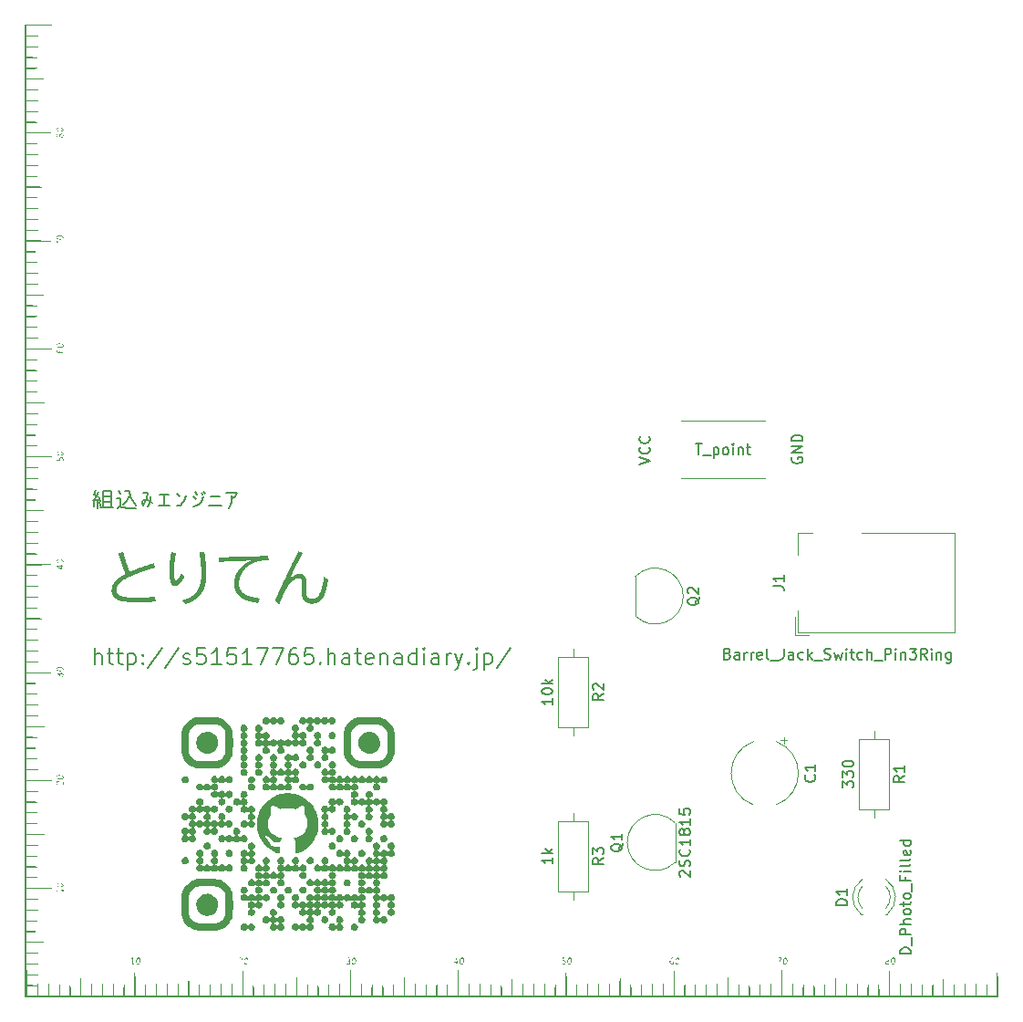
<source format=gbr>
%TF.GenerationSoftware,KiCad,Pcbnew,7.0.9*%
%TF.CreationDate,2023-12-23T13:53:55+09:00*%
%TF.ProjectId,______1,d7edb8a7-afc8-4312-9e6b-696361645f70,rev?*%
%TF.SameCoordinates,Original*%
%TF.FileFunction,Legend,Top*%
%TF.FilePolarity,Positive*%
%FSLAX46Y46*%
G04 Gerber Fmt 4.6, Leading zero omitted, Abs format (unit mm)*
G04 Created by KiCad (PCBNEW 7.0.9) date 2023-12-23 13:53:55*
%MOMM*%
%LPD*%
G01*
G04 APERTURE LIST*
%ADD10C,0.150000*%
%ADD11C,0.120000*%
G04 APERTURE END LIST*
D10*
X106170112Y-80647200D02*
X106955826Y-80647200D01*
X105241541Y-80932914D02*
X105955826Y-80932914D01*
X106170112Y-81147200D02*
X106955826Y-81147200D01*
X105955826Y-81647200D02*
X107098684Y-81647200D01*
X105670112Y-80861485D02*
X105670112Y-81718628D01*
X106170112Y-80147200D02*
X106170112Y-81647200D01*
X106170112Y-80147200D02*
X106955826Y-80147200D01*
X106955826Y-80147200D02*
X106955826Y-81647200D01*
X105312969Y-80361485D02*
X105598684Y-80575771D01*
X105598684Y-80575771D02*
X105312969Y-80932914D01*
X105884398Y-81147200D02*
X105955826Y-81432914D01*
X105812969Y-80647200D02*
X105955826Y-81004342D01*
X105527255Y-80004342D02*
X105384398Y-80432914D01*
X105812969Y-80218628D02*
X105598684Y-80575771D01*
X105384398Y-81075771D02*
X105312969Y-81575771D01*
X107598684Y-80075771D02*
X107812970Y-80361485D01*
X107455827Y-80790057D02*
X107812970Y-80790057D01*
X107812970Y-80790057D02*
X107812970Y-81432914D01*
X107812970Y-81432914D02*
X107527255Y-81718628D01*
X108241541Y-80147200D02*
X108670112Y-80147200D01*
X108670112Y-80147200D02*
X108741541Y-80718628D01*
X108741541Y-80718628D02*
X108955827Y-81075771D01*
X108955827Y-81075771D02*
X109241541Y-81432914D01*
X108670112Y-80504342D02*
X108384398Y-81075771D01*
X108384398Y-81075771D02*
X108098684Y-81361485D01*
X107670112Y-81575771D02*
X108527255Y-81718628D01*
X108527255Y-81718628D02*
X109241541Y-81718628D01*
X109955827Y-80290057D02*
X110384398Y-80290057D01*
X110384398Y-80290057D02*
X110241541Y-80790057D01*
X110241541Y-80790057D02*
X109955827Y-81504342D01*
X109955827Y-81504342D02*
X109812970Y-81290057D01*
X109812970Y-81290057D02*
X109812970Y-81075771D01*
X109812970Y-81075771D02*
X110027256Y-80932914D01*
X110027256Y-80932914D02*
X110312970Y-80932914D01*
X110312970Y-80932914D02*
X110812970Y-81218628D01*
X110598684Y-80575771D02*
X110598684Y-81004342D01*
X110598684Y-81004342D02*
X110527256Y-81290057D01*
X110527256Y-81290057D02*
X110312970Y-81575771D01*
X111455827Y-80432914D02*
X112312970Y-80432914D01*
X111384399Y-81432914D02*
X112384399Y-81432914D01*
X111884399Y-80432914D02*
X111884399Y-81432914D01*
X113027256Y-80361485D02*
X113312971Y-80647200D01*
X113027256Y-81504342D02*
X113384399Y-81432914D01*
X113384399Y-81432914D02*
X113598685Y-81218628D01*
X113598685Y-81218628D02*
X113741542Y-81004342D01*
X113741542Y-81004342D02*
X113884399Y-80504342D01*
X114741543Y-80218628D02*
X114955828Y-80432914D01*
X114598685Y-80647200D02*
X114812971Y-80861485D01*
X114598685Y-81575771D02*
X114955828Y-81432914D01*
X114955828Y-81432914D02*
X115170114Y-81290057D01*
X115170114Y-81290057D02*
X115312971Y-81147200D01*
X115312971Y-81147200D02*
X115527257Y-80575771D01*
X115312971Y-80290057D02*
X115455828Y-80432914D01*
X115527257Y-80218628D02*
X115670114Y-80361485D01*
X116170114Y-80575771D02*
X117027257Y-80575771D01*
X116027257Y-81432914D02*
X117170114Y-81432914D01*
X117670115Y-80290057D02*
X118670115Y-80290057D01*
X118670115Y-80290057D02*
X118598686Y-80432914D01*
X118598686Y-80432914D02*
X118455829Y-80647200D01*
X118455829Y-80647200D02*
X118241543Y-80790057D01*
X118098686Y-80504342D02*
X118098686Y-81004342D01*
X118098686Y-81004342D02*
X118098686Y-81147200D01*
X118098686Y-81147200D02*
X118027258Y-81361485D01*
X118027258Y-81361485D02*
X117884401Y-81718628D01*
X105455826Y-96208628D02*
X105455826Y-94708628D01*
X106098684Y-96208628D02*
X106098684Y-95422914D01*
X106098684Y-95422914D02*
X106027255Y-95280057D01*
X106027255Y-95280057D02*
X105884398Y-95208628D01*
X105884398Y-95208628D02*
X105670112Y-95208628D01*
X105670112Y-95208628D02*
X105527255Y-95280057D01*
X105527255Y-95280057D02*
X105455826Y-95351485D01*
X106598684Y-95208628D02*
X107170112Y-95208628D01*
X106812969Y-94708628D02*
X106812969Y-95994342D01*
X106812969Y-95994342D02*
X106884398Y-96137200D01*
X106884398Y-96137200D02*
X107027255Y-96208628D01*
X107027255Y-96208628D02*
X107170112Y-96208628D01*
X107455827Y-95208628D02*
X108027255Y-95208628D01*
X107670112Y-94708628D02*
X107670112Y-95994342D01*
X107670112Y-95994342D02*
X107741541Y-96137200D01*
X107741541Y-96137200D02*
X107884398Y-96208628D01*
X107884398Y-96208628D02*
X108027255Y-96208628D01*
X108527255Y-95208628D02*
X108527255Y-96708628D01*
X108527255Y-95280057D02*
X108670113Y-95208628D01*
X108670113Y-95208628D02*
X108955827Y-95208628D01*
X108955827Y-95208628D02*
X109098684Y-95280057D01*
X109098684Y-95280057D02*
X109170113Y-95351485D01*
X109170113Y-95351485D02*
X109241541Y-95494342D01*
X109241541Y-95494342D02*
X109241541Y-95922914D01*
X109241541Y-95922914D02*
X109170113Y-96065771D01*
X109170113Y-96065771D02*
X109098684Y-96137200D01*
X109098684Y-96137200D02*
X108955827Y-96208628D01*
X108955827Y-96208628D02*
X108670113Y-96208628D01*
X108670113Y-96208628D02*
X108527255Y-96137200D01*
X109884398Y-96065771D02*
X109955827Y-96137200D01*
X109955827Y-96137200D02*
X109884398Y-96208628D01*
X109884398Y-96208628D02*
X109812970Y-96137200D01*
X109812970Y-96137200D02*
X109884398Y-96065771D01*
X109884398Y-96065771D02*
X109884398Y-96208628D01*
X109884398Y-95280057D02*
X109955827Y-95351485D01*
X109955827Y-95351485D02*
X109884398Y-95422914D01*
X109884398Y-95422914D02*
X109812970Y-95351485D01*
X109812970Y-95351485D02*
X109884398Y-95280057D01*
X109884398Y-95280057D02*
X109884398Y-95422914D01*
X111670113Y-94637200D02*
X110384399Y-96565771D01*
X113241542Y-94637200D02*
X111955828Y-96565771D01*
X113670114Y-96137200D02*
X113812971Y-96208628D01*
X113812971Y-96208628D02*
X114098685Y-96208628D01*
X114098685Y-96208628D02*
X114241542Y-96137200D01*
X114241542Y-96137200D02*
X114312971Y-95994342D01*
X114312971Y-95994342D02*
X114312971Y-95922914D01*
X114312971Y-95922914D02*
X114241542Y-95780057D01*
X114241542Y-95780057D02*
X114098685Y-95708628D01*
X114098685Y-95708628D02*
X113884400Y-95708628D01*
X113884400Y-95708628D02*
X113741542Y-95637200D01*
X113741542Y-95637200D02*
X113670114Y-95494342D01*
X113670114Y-95494342D02*
X113670114Y-95422914D01*
X113670114Y-95422914D02*
X113741542Y-95280057D01*
X113741542Y-95280057D02*
X113884400Y-95208628D01*
X113884400Y-95208628D02*
X114098685Y-95208628D01*
X114098685Y-95208628D02*
X114241542Y-95280057D01*
X115670114Y-94708628D02*
X114955828Y-94708628D01*
X114955828Y-94708628D02*
X114884400Y-95422914D01*
X114884400Y-95422914D02*
X114955828Y-95351485D01*
X114955828Y-95351485D02*
X115098686Y-95280057D01*
X115098686Y-95280057D02*
X115455828Y-95280057D01*
X115455828Y-95280057D02*
X115598686Y-95351485D01*
X115598686Y-95351485D02*
X115670114Y-95422914D01*
X115670114Y-95422914D02*
X115741543Y-95565771D01*
X115741543Y-95565771D02*
X115741543Y-95922914D01*
X115741543Y-95922914D02*
X115670114Y-96065771D01*
X115670114Y-96065771D02*
X115598686Y-96137200D01*
X115598686Y-96137200D02*
X115455828Y-96208628D01*
X115455828Y-96208628D02*
X115098686Y-96208628D01*
X115098686Y-96208628D02*
X114955828Y-96137200D01*
X114955828Y-96137200D02*
X114884400Y-96065771D01*
X117170114Y-96208628D02*
X116312971Y-96208628D01*
X116741542Y-96208628D02*
X116741542Y-94708628D01*
X116741542Y-94708628D02*
X116598685Y-94922914D01*
X116598685Y-94922914D02*
X116455828Y-95065771D01*
X116455828Y-95065771D02*
X116312971Y-95137200D01*
X118527256Y-94708628D02*
X117812970Y-94708628D01*
X117812970Y-94708628D02*
X117741542Y-95422914D01*
X117741542Y-95422914D02*
X117812970Y-95351485D01*
X117812970Y-95351485D02*
X117955828Y-95280057D01*
X117955828Y-95280057D02*
X118312970Y-95280057D01*
X118312970Y-95280057D02*
X118455828Y-95351485D01*
X118455828Y-95351485D02*
X118527256Y-95422914D01*
X118527256Y-95422914D02*
X118598685Y-95565771D01*
X118598685Y-95565771D02*
X118598685Y-95922914D01*
X118598685Y-95922914D02*
X118527256Y-96065771D01*
X118527256Y-96065771D02*
X118455828Y-96137200D01*
X118455828Y-96137200D02*
X118312970Y-96208628D01*
X118312970Y-96208628D02*
X117955828Y-96208628D01*
X117955828Y-96208628D02*
X117812970Y-96137200D01*
X117812970Y-96137200D02*
X117741542Y-96065771D01*
X120027256Y-96208628D02*
X119170113Y-96208628D01*
X119598684Y-96208628D02*
X119598684Y-94708628D01*
X119598684Y-94708628D02*
X119455827Y-94922914D01*
X119455827Y-94922914D02*
X119312970Y-95065771D01*
X119312970Y-95065771D02*
X119170113Y-95137200D01*
X120527255Y-94708628D02*
X121527255Y-94708628D01*
X121527255Y-94708628D02*
X120884398Y-96208628D01*
X121955826Y-94708628D02*
X122955826Y-94708628D01*
X122955826Y-94708628D02*
X122312969Y-96208628D01*
X124170112Y-94708628D02*
X123884397Y-94708628D01*
X123884397Y-94708628D02*
X123741540Y-94780057D01*
X123741540Y-94780057D02*
X123670112Y-94851485D01*
X123670112Y-94851485D02*
X123527254Y-95065771D01*
X123527254Y-95065771D02*
X123455826Y-95351485D01*
X123455826Y-95351485D02*
X123455826Y-95922914D01*
X123455826Y-95922914D02*
X123527254Y-96065771D01*
X123527254Y-96065771D02*
X123598683Y-96137200D01*
X123598683Y-96137200D02*
X123741540Y-96208628D01*
X123741540Y-96208628D02*
X124027254Y-96208628D01*
X124027254Y-96208628D02*
X124170112Y-96137200D01*
X124170112Y-96137200D02*
X124241540Y-96065771D01*
X124241540Y-96065771D02*
X124312969Y-95922914D01*
X124312969Y-95922914D02*
X124312969Y-95565771D01*
X124312969Y-95565771D02*
X124241540Y-95422914D01*
X124241540Y-95422914D02*
X124170112Y-95351485D01*
X124170112Y-95351485D02*
X124027254Y-95280057D01*
X124027254Y-95280057D02*
X123741540Y-95280057D01*
X123741540Y-95280057D02*
X123598683Y-95351485D01*
X123598683Y-95351485D02*
X123527254Y-95422914D01*
X123527254Y-95422914D02*
X123455826Y-95565771D01*
X125670111Y-94708628D02*
X124955825Y-94708628D01*
X124955825Y-94708628D02*
X124884397Y-95422914D01*
X124884397Y-95422914D02*
X124955825Y-95351485D01*
X124955825Y-95351485D02*
X125098683Y-95280057D01*
X125098683Y-95280057D02*
X125455825Y-95280057D01*
X125455825Y-95280057D02*
X125598683Y-95351485D01*
X125598683Y-95351485D02*
X125670111Y-95422914D01*
X125670111Y-95422914D02*
X125741540Y-95565771D01*
X125741540Y-95565771D02*
X125741540Y-95922914D01*
X125741540Y-95922914D02*
X125670111Y-96065771D01*
X125670111Y-96065771D02*
X125598683Y-96137200D01*
X125598683Y-96137200D02*
X125455825Y-96208628D01*
X125455825Y-96208628D02*
X125098683Y-96208628D01*
X125098683Y-96208628D02*
X124955825Y-96137200D01*
X124955825Y-96137200D02*
X124884397Y-96065771D01*
X126384396Y-96065771D02*
X126455825Y-96137200D01*
X126455825Y-96137200D02*
X126384396Y-96208628D01*
X126384396Y-96208628D02*
X126312968Y-96137200D01*
X126312968Y-96137200D02*
X126384396Y-96065771D01*
X126384396Y-96065771D02*
X126384396Y-96208628D01*
X127098682Y-96208628D02*
X127098682Y-94708628D01*
X127741540Y-96208628D02*
X127741540Y-95422914D01*
X127741540Y-95422914D02*
X127670111Y-95280057D01*
X127670111Y-95280057D02*
X127527254Y-95208628D01*
X127527254Y-95208628D02*
X127312968Y-95208628D01*
X127312968Y-95208628D02*
X127170111Y-95280057D01*
X127170111Y-95280057D02*
X127098682Y-95351485D01*
X129098683Y-96208628D02*
X129098683Y-95422914D01*
X129098683Y-95422914D02*
X129027254Y-95280057D01*
X129027254Y-95280057D02*
X128884397Y-95208628D01*
X128884397Y-95208628D02*
X128598683Y-95208628D01*
X128598683Y-95208628D02*
X128455825Y-95280057D01*
X129098683Y-96137200D02*
X128955825Y-96208628D01*
X128955825Y-96208628D02*
X128598683Y-96208628D01*
X128598683Y-96208628D02*
X128455825Y-96137200D01*
X128455825Y-96137200D02*
X128384397Y-95994342D01*
X128384397Y-95994342D02*
X128384397Y-95851485D01*
X128384397Y-95851485D02*
X128455825Y-95708628D01*
X128455825Y-95708628D02*
X128598683Y-95637200D01*
X128598683Y-95637200D02*
X128955825Y-95637200D01*
X128955825Y-95637200D02*
X129098683Y-95565771D01*
X129598683Y-95208628D02*
X130170111Y-95208628D01*
X129812968Y-94708628D02*
X129812968Y-95994342D01*
X129812968Y-95994342D02*
X129884397Y-96137200D01*
X129884397Y-96137200D02*
X130027254Y-96208628D01*
X130027254Y-96208628D02*
X130170111Y-96208628D01*
X131241540Y-96137200D02*
X131098683Y-96208628D01*
X131098683Y-96208628D02*
X130812969Y-96208628D01*
X130812969Y-96208628D02*
X130670111Y-96137200D01*
X130670111Y-96137200D02*
X130598683Y-95994342D01*
X130598683Y-95994342D02*
X130598683Y-95422914D01*
X130598683Y-95422914D02*
X130670111Y-95280057D01*
X130670111Y-95280057D02*
X130812969Y-95208628D01*
X130812969Y-95208628D02*
X131098683Y-95208628D01*
X131098683Y-95208628D02*
X131241540Y-95280057D01*
X131241540Y-95280057D02*
X131312969Y-95422914D01*
X131312969Y-95422914D02*
X131312969Y-95565771D01*
X131312969Y-95565771D02*
X130598683Y-95708628D01*
X131955825Y-95208628D02*
X131955825Y-96208628D01*
X131955825Y-95351485D02*
X132027254Y-95280057D01*
X132027254Y-95280057D02*
X132170111Y-95208628D01*
X132170111Y-95208628D02*
X132384397Y-95208628D01*
X132384397Y-95208628D02*
X132527254Y-95280057D01*
X132527254Y-95280057D02*
X132598683Y-95422914D01*
X132598683Y-95422914D02*
X132598683Y-96208628D01*
X133955826Y-96208628D02*
X133955826Y-95422914D01*
X133955826Y-95422914D02*
X133884397Y-95280057D01*
X133884397Y-95280057D02*
X133741540Y-95208628D01*
X133741540Y-95208628D02*
X133455826Y-95208628D01*
X133455826Y-95208628D02*
X133312968Y-95280057D01*
X133955826Y-96137200D02*
X133812968Y-96208628D01*
X133812968Y-96208628D02*
X133455826Y-96208628D01*
X133455826Y-96208628D02*
X133312968Y-96137200D01*
X133312968Y-96137200D02*
X133241540Y-95994342D01*
X133241540Y-95994342D02*
X133241540Y-95851485D01*
X133241540Y-95851485D02*
X133312968Y-95708628D01*
X133312968Y-95708628D02*
X133455826Y-95637200D01*
X133455826Y-95637200D02*
X133812968Y-95637200D01*
X133812968Y-95637200D02*
X133955826Y-95565771D01*
X135312969Y-96208628D02*
X135312969Y-94708628D01*
X135312969Y-96137200D02*
X135170111Y-96208628D01*
X135170111Y-96208628D02*
X134884397Y-96208628D01*
X134884397Y-96208628D02*
X134741540Y-96137200D01*
X134741540Y-96137200D02*
X134670111Y-96065771D01*
X134670111Y-96065771D02*
X134598683Y-95922914D01*
X134598683Y-95922914D02*
X134598683Y-95494342D01*
X134598683Y-95494342D02*
X134670111Y-95351485D01*
X134670111Y-95351485D02*
X134741540Y-95280057D01*
X134741540Y-95280057D02*
X134884397Y-95208628D01*
X134884397Y-95208628D02*
X135170111Y-95208628D01*
X135170111Y-95208628D02*
X135312969Y-95280057D01*
X136027254Y-96208628D02*
X136027254Y-95208628D01*
X136027254Y-94708628D02*
X135955826Y-94780057D01*
X135955826Y-94780057D02*
X136027254Y-94851485D01*
X136027254Y-94851485D02*
X136098683Y-94780057D01*
X136098683Y-94780057D02*
X136027254Y-94708628D01*
X136027254Y-94708628D02*
X136027254Y-94851485D01*
X137384398Y-96208628D02*
X137384398Y-95422914D01*
X137384398Y-95422914D02*
X137312969Y-95280057D01*
X137312969Y-95280057D02*
X137170112Y-95208628D01*
X137170112Y-95208628D02*
X136884398Y-95208628D01*
X136884398Y-95208628D02*
X136741540Y-95280057D01*
X137384398Y-96137200D02*
X137241540Y-96208628D01*
X137241540Y-96208628D02*
X136884398Y-96208628D01*
X136884398Y-96208628D02*
X136741540Y-96137200D01*
X136741540Y-96137200D02*
X136670112Y-95994342D01*
X136670112Y-95994342D02*
X136670112Y-95851485D01*
X136670112Y-95851485D02*
X136741540Y-95708628D01*
X136741540Y-95708628D02*
X136884398Y-95637200D01*
X136884398Y-95637200D02*
X137241540Y-95637200D01*
X137241540Y-95637200D02*
X137384398Y-95565771D01*
X138098683Y-96208628D02*
X138098683Y-95208628D01*
X138098683Y-95494342D02*
X138170112Y-95351485D01*
X138170112Y-95351485D02*
X138241541Y-95280057D01*
X138241541Y-95280057D02*
X138384398Y-95208628D01*
X138384398Y-95208628D02*
X138527255Y-95208628D01*
X138884397Y-95208628D02*
X139241540Y-96208628D01*
X139598683Y-95208628D02*
X139241540Y-96208628D01*
X139241540Y-96208628D02*
X139098683Y-96565771D01*
X139098683Y-96565771D02*
X139027254Y-96637200D01*
X139027254Y-96637200D02*
X138884397Y-96708628D01*
X140170111Y-96065771D02*
X140241540Y-96137200D01*
X140241540Y-96137200D02*
X140170111Y-96208628D01*
X140170111Y-96208628D02*
X140098683Y-96137200D01*
X140098683Y-96137200D02*
X140170111Y-96065771D01*
X140170111Y-96065771D02*
X140170111Y-96208628D01*
X140884397Y-95208628D02*
X140884397Y-96494342D01*
X140884397Y-96494342D02*
X140812969Y-96637200D01*
X140812969Y-96637200D02*
X140670112Y-96708628D01*
X140670112Y-96708628D02*
X140598683Y-96708628D01*
X140884397Y-94708628D02*
X140812969Y-94780057D01*
X140812969Y-94780057D02*
X140884397Y-94851485D01*
X140884397Y-94851485D02*
X140955826Y-94780057D01*
X140955826Y-94780057D02*
X140884397Y-94708628D01*
X140884397Y-94708628D02*
X140884397Y-94851485D01*
X141598683Y-95208628D02*
X141598683Y-96708628D01*
X141598683Y-95280057D02*
X141741541Y-95208628D01*
X141741541Y-95208628D02*
X142027255Y-95208628D01*
X142027255Y-95208628D02*
X142170112Y-95280057D01*
X142170112Y-95280057D02*
X142241541Y-95351485D01*
X142241541Y-95351485D02*
X142312969Y-95494342D01*
X142312969Y-95494342D02*
X142312969Y-95922914D01*
X142312969Y-95922914D02*
X142241541Y-96065771D01*
X142241541Y-96065771D02*
X142170112Y-96137200D01*
X142170112Y-96137200D02*
X142027255Y-96208628D01*
X142027255Y-96208628D02*
X141741541Y-96208628D01*
X141741541Y-96208628D02*
X141598683Y-96137200D01*
X144027255Y-94637200D02*
X142741541Y-96565771D01*
X170207438Y-76999411D02*
X170159819Y-77094649D01*
X170159819Y-77094649D02*
X170159819Y-77237506D01*
X170159819Y-77237506D02*
X170207438Y-77380363D01*
X170207438Y-77380363D02*
X170302676Y-77475601D01*
X170302676Y-77475601D02*
X170397914Y-77523220D01*
X170397914Y-77523220D02*
X170588390Y-77570839D01*
X170588390Y-77570839D02*
X170731247Y-77570839D01*
X170731247Y-77570839D02*
X170921723Y-77523220D01*
X170921723Y-77523220D02*
X171016961Y-77475601D01*
X171016961Y-77475601D02*
X171112200Y-77380363D01*
X171112200Y-77380363D02*
X171159819Y-77237506D01*
X171159819Y-77237506D02*
X171159819Y-77142268D01*
X171159819Y-77142268D02*
X171112200Y-76999411D01*
X171112200Y-76999411D02*
X171064580Y-76951792D01*
X171064580Y-76951792D02*
X170731247Y-76951792D01*
X170731247Y-76951792D02*
X170731247Y-77142268D01*
X171159819Y-76523220D02*
X170159819Y-76523220D01*
X170159819Y-76523220D02*
X171159819Y-75951792D01*
X171159819Y-75951792D02*
X170159819Y-75951792D01*
X171159819Y-75475601D02*
X170159819Y-75475601D01*
X170159819Y-75475601D02*
X170159819Y-75237506D01*
X170159819Y-75237506D02*
X170207438Y-75094649D01*
X170207438Y-75094649D02*
X170302676Y-74999411D01*
X170302676Y-74999411D02*
X170397914Y-74951792D01*
X170397914Y-74951792D02*
X170588390Y-74904173D01*
X170588390Y-74904173D02*
X170731247Y-74904173D01*
X170731247Y-74904173D02*
X170921723Y-74951792D01*
X170921723Y-74951792D02*
X171016961Y-74999411D01*
X171016961Y-74999411D02*
X171112200Y-75094649D01*
X171112200Y-75094649D02*
X171159819Y-75237506D01*
X171159819Y-75237506D02*
X171159819Y-75475601D01*
G36*
X111093370Y-90364940D02*
G01*
X111047076Y-90369869D01*
X111000638Y-90374641D01*
X110954057Y-90379257D01*
X110907333Y-90383716D01*
X110860466Y-90388019D01*
X110813456Y-90392166D01*
X110766303Y-90396156D01*
X110719007Y-90399989D01*
X110671567Y-90403666D01*
X110623985Y-90407187D01*
X110576259Y-90410551D01*
X110528391Y-90413758D01*
X110480379Y-90416809D01*
X110432224Y-90419704D01*
X110383926Y-90422442D01*
X110335484Y-90425024D01*
X110286900Y-90427449D01*
X110238173Y-90429718D01*
X110189302Y-90431830D01*
X110140289Y-90433786D01*
X110091132Y-90435586D01*
X110041832Y-90437228D01*
X109992389Y-90438715D01*
X109942803Y-90440045D01*
X109893074Y-90441218D01*
X109843202Y-90442235D01*
X109793186Y-90443096D01*
X109743028Y-90443800D01*
X109692726Y-90444348D01*
X109642281Y-90444739D01*
X109591693Y-90444974D01*
X109540963Y-90445052D01*
X109462868Y-90444896D01*
X109386242Y-90444430D01*
X109311086Y-90443652D01*
X109237399Y-90442564D01*
X109165182Y-90441164D01*
X109094433Y-90439453D01*
X109025154Y-90437432D01*
X108957344Y-90435099D01*
X108891004Y-90432455D01*
X108826132Y-90429500D01*
X108762730Y-90426235D01*
X108700798Y-90422658D01*
X108640334Y-90418770D01*
X108581340Y-90414571D01*
X108523815Y-90410061D01*
X108467759Y-90405240D01*
X108413173Y-90400108D01*
X108360056Y-90394665D01*
X108308408Y-90388911D01*
X108258230Y-90382846D01*
X108209520Y-90376470D01*
X108162280Y-90369783D01*
X108116510Y-90362785D01*
X108072208Y-90355476D01*
X108029376Y-90347856D01*
X107988013Y-90339924D01*
X107948119Y-90331682D01*
X107909695Y-90323129D01*
X107837254Y-90305089D01*
X107770690Y-90285806D01*
X107730390Y-90272471D01*
X107691067Y-90258359D01*
X107652721Y-90243468D01*
X107615352Y-90227798D01*
X107578960Y-90211350D01*
X107543545Y-90194123D01*
X107492254Y-90166823D01*
X107443161Y-90137771D01*
X107396266Y-90106968D01*
X107351570Y-90074413D01*
X107309071Y-90040107D01*
X107268771Y-90004048D01*
X107243126Y-89979036D01*
X107212603Y-89946090D01*
X107184050Y-89912221D01*
X107157465Y-89877428D01*
X107132850Y-89841711D01*
X107110204Y-89805071D01*
X107089528Y-89767507D01*
X107070820Y-89729020D01*
X107054082Y-89689609D01*
X107039313Y-89649274D01*
X107026513Y-89608016D01*
X107015682Y-89565835D01*
X107006821Y-89522730D01*
X106999929Y-89478701D01*
X106995006Y-89433749D01*
X106992052Y-89387873D01*
X106991067Y-89341074D01*
X106992578Y-89279464D01*
X106997112Y-89218464D01*
X107004668Y-89158075D01*
X107015247Y-89098297D01*
X107028849Y-89039129D01*
X107045472Y-88980572D01*
X107065119Y-88922625D01*
X107087787Y-88865289D01*
X107113479Y-88808564D01*
X107142192Y-88752449D01*
X107173929Y-88696945D01*
X107208688Y-88642051D01*
X107246469Y-88587768D01*
X107287273Y-88534096D01*
X107331099Y-88481034D01*
X107377948Y-88428583D01*
X107413299Y-88391780D01*
X107449011Y-88356111D01*
X107485084Y-88321576D01*
X107521517Y-88288174D01*
X107558311Y-88255905D01*
X107595465Y-88224770D01*
X107632980Y-88194768D01*
X107670856Y-88165900D01*
X107709093Y-88138165D01*
X107747690Y-88111563D01*
X107773621Y-88094459D01*
X107815069Y-88068547D01*
X107858080Y-88042103D01*
X107902653Y-88015127D01*
X107948789Y-87987618D01*
X107996488Y-87959577D01*
X108045750Y-87931003D01*
X108096574Y-87901897D01*
X108131325Y-87882197D01*
X108166771Y-87862261D01*
X108202911Y-87842088D01*
X108239746Y-87821679D01*
X108277276Y-87801032D01*
X108296301Y-87790621D01*
X108270156Y-87728709D01*
X108244357Y-87666927D01*
X108218904Y-87605275D01*
X108193795Y-87543752D01*
X108169032Y-87482359D01*
X108144615Y-87421096D01*
X108120542Y-87359963D01*
X108096816Y-87298960D01*
X108073434Y-87238086D01*
X108050398Y-87177342D01*
X108027707Y-87116728D01*
X108005362Y-87056243D01*
X107983362Y-86995889D01*
X107961707Y-86935664D01*
X107940398Y-86875569D01*
X107919434Y-86815603D01*
X107898816Y-86755767D01*
X107878543Y-86696062D01*
X107858615Y-86636485D01*
X107839033Y-86577039D01*
X107819796Y-86517722D01*
X107800904Y-86458535D01*
X107782358Y-86399478D01*
X107764157Y-86340551D01*
X107746301Y-86281753D01*
X107728791Y-86223085D01*
X107711627Y-86164547D01*
X107694807Y-86106139D01*
X107678333Y-86047860D01*
X107662205Y-85989711D01*
X107646421Y-85931692D01*
X107630983Y-85873803D01*
X108076482Y-85755589D01*
X108092509Y-85816727D01*
X108108715Y-85877653D01*
X108125100Y-85938368D01*
X108141665Y-85998870D01*
X108158409Y-86059161D01*
X108175332Y-86119240D01*
X108192435Y-86179107D01*
X108209717Y-86238763D01*
X108227178Y-86298206D01*
X108244819Y-86357438D01*
X108262639Y-86416458D01*
X108280639Y-86475266D01*
X108298818Y-86533862D01*
X108317176Y-86592247D01*
X108335714Y-86650420D01*
X108354431Y-86708381D01*
X108373327Y-86766130D01*
X108392403Y-86823667D01*
X108411658Y-86880992D01*
X108431092Y-86938106D01*
X108450706Y-86995008D01*
X108470500Y-87051698D01*
X108490472Y-87108176D01*
X108510624Y-87164443D01*
X108530955Y-87220498D01*
X108551466Y-87276341D01*
X108572156Y-87331972D01*
X108593025Y-87387391D01*
X108614074Y-87442598D01*
X108635302Y-87497594D01*
X108656710Y-87552378D01*
X108678297Y-87606950D01*
X108741341Y-87578784D01*
X108804811Y-87550828D01*
X108868706Y-87523081D01*
X108933027Y-87495545D01*
X108997773Y-87468218D01*
X109062945Y-87441101D01*
X109128542Y-87414195D01*
X109194565Y-87387498D01*
X109261013Y-87361011D01*
X109327887Y-87334734D01*
X109395187Y-87308666D01*
X109462912Y-87282809D01*
X109531062Y-87257162D01*
X109599638Y-87231724D01*
X109668640Y-87206497D01*
X109738066Y-87181479D01*
X109807919Y-87156671D01*
X109878197Y-87132073D01*
X109948901Y-87107685D01*
X110020030Y-87083507D01*
X110091584Y-87059539D01*
X110163564Y-87035780D01*
X110235970Y-87012232D01*
X110308801Y-86988893D01*
X110382058Y-86965765D01*
X110455740Y-86942846D01*
X110529847Y-86920137D01*
X110604381Y-86897638D01*
X110679339Y-86875349D01*
X110754724Y-86853270D01*
X110830533Y-86831401D01*
X110906769Y-86809741D01*
X111040614Y-87218115D01*
X110956811Y-87240190D01*
X110873319Y-87262693D01*
X110790138Y-87285627D01*
X110707268Y-87308989D01*
X110624709Y-87332781D01*
X110542461Y-87357002D01*
X110460524Y-87381652D01*
X110378899Y-87406732D01*
X110297584Y-87432241D01*
X110216580Y-87458179D01*
X110135888Y-87484547D01*
X110055506Y-87511344D01*
X109975435Y-87538571D01*
X109895676Y-87566226D01*
X109816227Y-87594311D01*
X109737090Y-87622826D01*
X109658263Y-87651769D01*
X109579748Y-87681143D01*
X109501543Y-87710945D01*
X109423650Y-87741177D01*
X109346067Y-87771838D01*
X109268796Y-87802928D01*
X109191835Y-87834448D01*
X109115186Y-87866397D01*
X109038848Y-87898775D01*
X108962821Y-87931583D01*
X108887104Y-87964820D01*
X108811699Y-87998487D01*
X108736605Y-88032582D01*
X108661822Y-88067107D01*
X108587350Y-88102062D01*
X108513189Y-88137445D01*
X108477962Y-88154613D01*
X108409376Y-88189005D01*
X108343278Y-88223474D01*
X108279668Y-88258019D01*
X108218546Y-88292641D01*
X108159912Y-88327339D01*
X108103767Y-88362113D01*
X108050110Y-88396963D01*
X107998941Y-88431890D01*
X107950260Y-88466893D01*
X107904068Y-88501972D01*
X107860364Y-88537128D01*
X107819148Y-88572360D01*
X107780420Y-88607668D01*
X107744180Y-88643053D01*
X107710429Y-88678514D01*
X107694487Y-88696273D01*
X107664792Y-88732047D01*
X107637013Y-88768050D01*
X107611150Y-88804282D01*
X107587203Y-88840743D01*
X107565171Y-88877433D01*
X107545056Y-88914351D01*
X107526856Y-88951499D01*
X107510572Y-88988876D01*
X107496203Y-89026482D01*
X107483751Y-89064316D01*
X107473214Y-89102380D01*
X107464593Y-89140673D01*
X107457888Y-89179195D01*
X107451422Y-89237406D01*
X107449506Y-89276501D01*
X107449267Y-89296133D01*
X107451267Y-89348119D01*
X107457266Y-89398074D01*
X107467264Y-89445999D01*
X107481263Y-89491894D01*
X107499260Y-89535759D01*
X107521257Y-89577593D01*
X107547254Y-89617397D01*
X107577250Y-89655170D01*
X107611246Y-89690914D01*
X107649241Y-89724627D01*
X107691235Y-89756310D01*
X107737229Y-89785963D01*
X107787223Y-89813585D01*
X107841215Y-89839177D01*
X107899208Y-89862739D01*
X107961200Y-89884270D01*
X108013666Y-89900241D01*
X108070926Y-89915182D01*
X108132979Y-89929093D01*
X108199825Y-89941973D01*
X108271465Y-89953822D01*
X108347897Y-89964641D01*
X108387911Y-89969665D01*
X108429123Y-89974430D01*
X108471534Y-89978938D01*
X108515143Y-89983189D01*
X108559950Y-89987181D01*
X108605955Y-89990917D01*
X108653159Y-89994394D01*
X108701561Y-89997614D01*
X108751161Y-90000577D01*
X108801960Y-90003281D01*
X108853957Y-90005729D01*
X108907152Y-90007918D01*
X108961546Y-90009850D01*
X109017138Y-90011525D01*
X109073928Y-90012941D01*
X109131917Y-90014101D01*
X109191104Y-90015002D01*
X109251489Y-90015646D01*
X109313072Y-90016033D01*
X109375854Y-90016161D01*
X109430723Y-90016062D01*
X109485420Y-90015765D01*
X109539945Y-90015268D01*
X109594299Y-90014574D01*
X109648481Y-90013681D01*
X109702491Y-90012589D01*
X109756329Y-90011299D01*
X109809996Y-90009811D01*
X109863491Y-90008124D01*
X109916814Y-90006239D01*
X109969966Y-90004155D01*
X110022945Y-90001873D01*
X110075753Y-89999393D01*
X110128389Y-89996714D01*
X110180854Y-89993836D01*
X110233147Y-89990760D01*
X110285268Y-89987486D01*
X110337217Y-89984013D01*
X110388995Y-89980342D01*
X110440601Y-89976472D01*
X110492035Y-89972404D01*
X110543297Y-89968137D01*
X110594388Y-89963672D01*
X110645307Y-89959009D01*
X110696054Y-89954147D01*
X110746629Y-89949086D01*
X110797033Y-89943827D01*
X110847265Y-89938370D01*
X110897325Y-89932714D01*
X110947214Y-89926860D01*
X110996930Y-89920807D01*
X111046475Y-89914556D01*
X111093370Y-90364940D01*
G37*
G36*
X113784926Y-88034863D02*
G01*
X113753018Y-88090715D01*
X113721041Y-88144941D01*
X113688996Y-88197541D01*
X113656882Y-88248515D01*
X113624699Y-88297863D01*
X113592448Y-88345586D01*
X113560127Y-88391683D01*
X113527739Y-88436154D01*
X113495281Y-88479000D01*
X113462755Y-88520220D01*
X113430160Y-88559814D01*
X113397496Y-88597782D01*
X113364764Y-88634125D01*
X113331963Y-88668842D01*
X113299093Y-88701933D01*
X113266154Y-88733398D01*
X113223281Y-88771111D01*
X113181490Y-88805114D01*
X113140781Y-88835408D01*
X113101153Y-88861992D01*
X113062608Y-88884867D01*
X113025144Y-88904032D01*
X112988762Y-88919488D01*
X112941936Y-88934326D01*
X112897034Y-88942569D01*
X112864619Y-88944424D01*
X112803101Y-88938543D01*
X112745551Y-88920900D01*
X112691970Y-88891496D01*
X112642358Y-88850329D01*
X112596715Y-88797401D01*
X112555041Y-88732711D01*
X112535693Y-88695955D01*
X112517336Y-88656259D01*
X112499972Y-88613623D01*
X112483600Y-88568046D01*
X112468221Y-88519528D01*
X112453833Y-88468070D01*
X112440438Y-88413672D01*
X112428035Y-88356333D01*
X112416624Y-88296053D01*
X112406206Y-88232834D01*
X112396780Y-88166673D01*
X112388346Y-88097573D01*
X112380904Y-88025532D01*
X112374454Y-87950550D01*
X112368997Y-87872628D01*
X112364532Y-87791765D01*
X112361059Y-87707962D01*
X112358579Y-87621219D01*
X112357090Y-87531535D01*
X112356594Y-87438911D01*
X112356766Y-87391896D01*
X112357281Y-87344641D01*
X112358140Y-87297145D01*
X112359342Y-87249409D01*
X112360887Y-87201432D01*
X112362776Y-87153215D01*
X112365009Y-87104758D01*
X112367585Y-87056060D01*
X112370504Y-87007122D01*
X112373767Y-86957943D01*
X112377374Y-86908524D01*
X112381324Y-86858865D01*
X112385617Y-86808965D01*
X112390254Y-86758824D01*
X112395234Y-86708443D01*
X112400558Y-86657822D01*
X112406225Y-86606961D01*
X112412236Y-86555858D01*
X112418590Y-86504516D01*
X112425287Y-86452933D01*
X112432328Y-86401110D01*
X112439713Y-86349046D01*
X112447441Y-86296742D01*
X112455512Y-86244197D01*
X112463927Y-86191412D01*
X112472686Y-86138386D01*
X112481788Y-86085120D01*
X112491233Y-86031614D01*
X112501022Y-85977867D01*
X112511154Y-85923880D01*
X112521630Y-85869652D01*
X112532449Y-85815184D01*
X112969155Y-85877711D01*
X112958817Y-85935319D01*
X112948807Y-85992375D01*
X112939125Y-86048877D01*
X112929771Y-86104826D01*
X112920745Y-86160221D01*
X112912048Y-86215063D01*
X112903679Y-86269352D01*
X112895638Y-86323087D01*
X112887925Y-86376269D01*
X112880541Y-86428898D01*
X112873484Y-86480973D01*
X112866756Y-86532495D01*
X112860356Y-86583464D01*
X112854285Y-86633879D01*
X112848541Y-86683741D01*
X112843126Y-86733049D01*
X112838039Y-86781804D01*
X112833280Y-86830006D01*
X112828849Y-86877654D01*
X112824747Y-86924749D01*
X112820972Y-86971291D01*
X112817526Y-87017279D01*
X112814408Y-87062714D01*
X112811618Y-87107595D01*
X112809157Y-87151924D01*
X112807024Y-87195698D01*
X112805219Y-87238920D01*
X112803742Y-87281588D01*
X112802593Y-87323703D01*
X112801772Y-87365264D01*
X112801280Y-87406272D01*
X112801116Y-87446727D01*
X112801261Y-87505751D01*
X112801696Y-87562902D01*
X112802421Y-87618179D01*
X112803436Y-87671583D01*
X112804742Y-87723112D01*
X112806337Y-87772768D01*
X112808222Y-87820550D01*
X112810397Y-87866458D01*
X112812863Y-87910492D01*
X112815618Y-87952653D01*
X112818663Y-87992940D01*
X112825624Y-88067892D01*
X112833745Y-88135348D01*
X112843027Y-88195310D01*
X112853468Y-88247776D01*
X112865070Y-88292748D01*
X112877831Y-88330224D01*
X112899149Y-88372384D01*
X112931633Y-88402365D01*
X112949616Y-88406113D01*
X112987435Y-88394091D01*
X113021856Y-88371371D01*
X113056569Y-88342520D01*
X113089170Y-88311865D01*
X113117655Y-88283014D01*
X113146594Y-88251602D01*
X113175037Y-88219404D01*
X113202983Y-88186420D01*
X113230434Y-88152650D01*
X113257388Y-88118093D01*
X113283847Y-88082750D01*
X113309809Y-88046621D01*
X113335275Y-88009706D01*
X113360245Y-87972005D01*
X113384719Y-87933518D01*
X113408697Y-87894244D01*
X113432178Y-87854185D01*
X113455164Y-87813339D01*
X113477653Y-87771707D01*
X113499647Y-87729289D01*
X113521144Y-87686085D01*
X113784926Y-88034863D01*
G37*
G36*
X113554361Y-90254542D02*
G01*
X113605996Y-90239864D01*
X113656855Y-90224649D01*
X113706937Y-90208899D01*
X113756243Y-90192612D01*
X113804772Y-90175788D01*
X113852524Y-90158429D01*
X113899500Y-90140533D01*
X113945699Y-90122102D01*
X113991122Y-90103134D01*
X114035767Y-90083630D01*
X114079637Y-90063589D01*
X114122729Y-90043013D01*
X114165045Y-90021900D01*
X114206585Y-90000251D01*
X114247348Y-89978066D01*
X114287334Y-89955345D01*
X114326543Y-89932087D01*
X114364976Y-89908294D01*
X114402633Y-89883964D01*
X114439512Y-89859098D01*
X114475615Y-89833696D01*
X114510942Y-89807757D01*
X114545492Y-89781283D01*
X114579265Y-89754272D01*
X114612262Y-89726725D01*
X114644482Y-89698642D01*
X114675925Y-89670023D01*
X114706592Y-89640867D01*
X114736482Y-89611175D01*
X114765596Y-89580947D01*
X114793933Y-89550183D01*
X114821493Y-89518883D01*
X114852568Y-89481618D01*
X114882657Y-89443217D01*
X114911759Y-89403681D01*
X114939874Y-89363010D01*
X114967003Y-89321204D01*
X114993146Y-89278262D01*
X115018302Y-89234185D01*
X115042472Y-89188972D01*
X115065655Y-89142624D01*
X115087851Y-89095141D01*
X115109061Y-89046522D01*
X115129285Y-88996768D01*
X115148522Y-88945879D01*
X115166772Y-88893854D01*
X115184036Y-88840694D01*
X115200314Y-88786399D01*
X115215604Y-88730968D01*
X115229909Y-88674402D01*
X115243227Y-88616700D01*
X115255558Y-88557864D01*
X115266903Y-88497892D01*
X115277261Y-88436784D01*
X115286633Y-88374541D01*
X115295019Y-88311163D01*
X115302418Y-88246650D01*
X115308830Y-88181001D01*
X115314256Y-88114217D01*
X115318695Y-88046297D01*
X115322148Y-87977242D01*
X115324614Y-87907052D01*
X115326094Y-87835726D01*
X115326587Y-87763265D01*
X115326418Y-87710536D01*
X115325912Y-87657249D01*
X115325067Y-87603405D01*
X115323885Y-87549003D01*
X115322365Y-87494045D01*
X115320508Y-87438529D01*
X115318312Y-87382456D01*
X115315779Y-87325826D01*
X115312909Y-87268639D01*
X115309700Y-87210895D01*
X115306154Y-87152593D01*
X115302270Y-87093735D01*
X115298048Y-87034319D01*
X115293488Y-86974346D01*
X115288591Y-86913815D01*
X115283356Y-86852728D01*
X115277783Y-86791083D01*
X115271873Y-86728882D01*
X115265625Y-86666123D01*
X115259039Y-86602807D01*
X115252115Y-86538933D01*
X115244853Y-86474503D01*
X115237254Y-86409515D01*
X115229317Y-86343970D01*
X115221043Y-86277868D01*
X115212430Y-86211209D01*
X115203480Y-86143993D01*
X115194192Y-86076219D01*
X115184567Y-86007888D01*
X115174603Y-85939000D01*
X115164302Y-85869555D01*
X115153663Y-85799553D01*
X115609909Y-85755589D01*
X115621209Y-85824178D01*
X115632150Y-85892434D01*
X115642733Y-85960358D01*
X115652957Y-86027950D01*
X115662822Y-86095211D01*
X115672328Y-86162139D01*
X115681476Y-86228735D01*
X115690265Y-86295000D01*
X115698695Y-86360932D01*
X115706766Y-86426532D01*
X115714479Y-86491800D01*
X115721833Y-86556736D01*
X115728828Y-86621340D01*
X115735465Y-86685613D01*
X115741743Y-86749553D01*
X115747662Y-86813161D01*
X115753222Y-86876437D01*
X115758424Y-86939381D01*
X115763267Y-87001993D01*
X115767751Y-87064273D01*
X115771876Y-87126221D01*
X115775643Y-87187837D01*
X115779051Y-87249121D01*
X115782100Y-87310073D01*
X115784790Y-87370693D01*
X115787122Y-87430981D01*
X115789095Y-87490937D01*
X115790710Y-87550560D01*
X115791965Y-87609852D01*
X115792862Y-87668812D01*
X115793400Y-87727440D01*
X115793579Y-87785736D01*
X115792928Y-87873959D01*
X115790973Y-87960698D01*
X115787715Y-88045952D01*
X115783153Y-88129721D01*
X115777289Y-88212006D01*
X115770121Y-88292807D01*
X115761649Y-88372123D01*
X115751875Y-88449954D01*
X115740797Y-88526301D01*
X115728416Y-88601163D01*
X115714732Y-88674541D01*
X115699744Y-88746434D01*
X115683454Y-88816843D01*
X115665859Y-88885767D01*
X115646962Y-88953207D01*
X115626762Y-89019162D01*
X115605258Y-89083633D01*
X115582451Y-89146619D01*
X115558340Y-89208120D01*
X115532926Y-89268137D01*
X115506210Y-89326670D01*
X115478189Y-89383717D01*
X115448866Y-89439281D01*
X115418239Y-89493360D01*
X115386309Y-89545954D01*
X115353076Y-89597064D01*
X115318539Y-89646689D01*
X115282700Y-89694829D01*
X115245557Y-89741486D01*
X115207110Y-89786657D01*
X115167361Y-89830344D01*
X115126308Y-89872547D01*
X115096557Y-89901682D01*
X115066045Y-89930470D01*
X115034771Y-89958911D01*
X115002736Y-89987005D01*
X114969940Y-90014751D01*
X114936382Y-90042150D01*
X114902063Y-90069202D01*
X114866983Y-90095907D01*
X114831141Y-90122264D01*
X114794538Y-90148274D01*
X114757174Y-90173937D01*
X114719048Y-90199252D01*
X114680161Y-90224220D01*
X114640513Y-90248841D01*
X114600103Y-90273114D01*
X114558932Y-90297041D01*
X114516999Y-90320620D01*
X114474305Y-90343851D01*
X114430850Y-90366736D01*
X114386634Y-90389273D01*
X114341656Y-90411463D01*
X114295917Y-90433305D01*
X114249416Y-90454801D01*
X114202154Y-90475949D01*
X114154131Y-90496749D01*
X114105346Y-90517203D01*
X114055800Y-90537309D01*
X114005493Y-90557068D01*
X113954424Y-90576479D01*
X113902594Y-90595544D01*
X113850003Y-90614261D01*
X113796650Y-90632630D01*
X113554361Y-90254542D01*
G37*
G36*
X116936636Y-86262637D02*
G01*
X117084043Y-86260675D01*
X117231220Y-86258573D01*
X117378165Y-86256332D01*
X117524880Y-86253951D01*
X117671363Y-86251432D01*
X117817616Y-86248773D01*
X117963638Y-86245974D01*
X118109429Y-86243037D01*
X118254989Y-86239960D01*
X118400318Y-86236744D01*
X118545417Y-86233388D01*
X118690284Y-86229894D01*
X118834921Y-86226259D01*
X118979327Y-86222486D01*
X119123501Y-86218573D01*
X119267445Y-86214521D01*
X119411158Y-86210330D01*
X119554641Y-86206000D01*
X119697892Y-86201530D01*
X119840912Y-86196921D01*
X119983702Y-86192172D01*
X120126261Y-86187285D01*
X120268588Y-86182258D01*
X120410685Y-86177091D01*
X120552551Y-86171786D01*
X120694186Y-86166341D01*
X120835590Y-86160757D01*
X120976764Y-86155033D01*
X121117706Y-86149170D01*
X121258418Y-86143168D01*
X121398898Y-86137027D01*
X121539148Y-86130746D01*
X121575296Y-86532281D01*
X121515894Y-86534597D01*
X121457243Y-86537391D01*
X121399344Y-86540665D01*
X121342197Y-86544417D01*
X121285802Y-86548649D01*
X121230158Y-86553359D01*
X121175266Y-86558548D01*
X121121127Y-86564216D01*
X121067738Y-86570363D01*
X121015102Y-86576989D01*
X120963218Y-86584094D01*
X120912085Y-86591678D01*
X120861704Y-86599741D01*
X120812075Y-86608283D01*
X120763198Y-86617304D01*
X120715073Y-86626803D01*
X120667699Y-86636782D01*
X120621077Y-86647240D01*
X120575207Y-86658176D01*
X120530089Y-86669592D01*
X120485723Y-86681486D01*
X120442108Y-86693860D01*
X120399246Y-86706712D01*
X120357135Y-86720043D01*
X120315776Y-86733853D01*
X120275169Y-86748142D01*
X120235313Y-86762911D01*
X120196209Y-86778158D01*
X120157858Y-86793884D01*
X120120257Y-86810089D01*
X120083409Y-86826772D01*
X120047313Y-86843935D01*
X120004389Y-86865346D01*
X119962202Y-86887323D01*
X119920751Y-86909867D01*
X119880037Y-86932977D01*
X119840059Y-86956654D01*
X119800818Y-86980898D01*
X119762314Y-87005709D01*
X119724546Y-87031086D01*
X119687514Y-87057031D01*
X119651220Y-87083541D01*
X119615661Y-87110619D01*
X119580840Y-87138263D01*
X119546754Y-87166474D01*
X119513406Y-87195252D01*
X119480793Y-87224596D01*
X119448918Y-87254508D01*
X119417779Y-87284985D01*
X119387376Y-87316030D01*
X119357710Y-87347641D01*
X119328781Y-87379819D01*
X119300588Y-87412564D01*
X119273132Y-87445876D01*
X119246412Y-87479754D01*
X119220429Y-87514199D01*
X119195182Y-87549210D01*
X119170672Y-87584789D01*
X119146898Y-87620934D01*
X119123861Y-87657646D01*
X119101561Y-87694924D01*
X119079997Y-87732769D01*
X119059169Y-87771181D01*
X119039078Y-87810160D01*
X119014116Y-87860932D01*
X118990764Y-87912131D01*
X118969023Y-87963758D01*
X118948892Y-88015812D01*
X118930371Y-88068294D01*
X118913461Y-88121203D01*
X118898162Y-88174540D01*
X118884473Y-88228304D01*
X118872394Y-88282495D01*
X118861926Y-88337114D01*
X118853068Y-88392160D01*
X118845821Y-88447634D01*
X118840185Y-88503535D01*
X118836158Y-88559863D01*
X118833743Y-88616619D01*
X118832937Y-88673803D01*
X118833498Y-88716850D01*
X118835181Y-88759162D01*
X118837986Y-88800739D01*
X118841913Y-88841582D01*
X118846962Y-88881691D01*
X118853133Y-88921064D01*
X118860426Y-88959703D01*
X118878378Y-89034777D01*
X118900818Y-89106913D01*
X118927746Y-89176110D01*
X118959161Y-89242369D01*
X118995065Y-89305689D01*
X119035457Y-89366070D01*
X119080336Y-89423513D01*
X119129704Y-89478017D01*
X119183559Y-89529583D01*
X119241903Y-89578210D01*
X119304734Y-89623899D01*
X119337833Y-89645641D01*
X119372054Y-89666649D01*
X119407397Y-89686922D01*
X119467625Y-89719090D01*
X119530831Y-89750135D01*
X119597013Y-89780059D01*
X119666172Y-89808860D01*
X119738307Y-89836540D01*
X119775492Y-89849959D01*
X119813420Y-89863097D01*
X119852092Y-89875956D01*
X119891509Y-89888533D01*
X119931670Y-89900830D01*
X119972575Y-89912847D01*
X120014224Y-89924583D01*
X120056617Y-89936038D01*
X120099754Y-89947213D01*
X120143636Y-89958108D01*
X120188262Y-89968722D01*
X120233632Y-89979056D01*
X120279746Y-89989109D01*
X120326605Y-89998881D01*
X120374207Y-90008373D01*
X120422554Y-90017585D01*
X120471645Y-90026516D01*
X120521480Y-90035167D01*
X120572059Y-90043537D01*
X120623382Y-90051626D01*
X120675450Y-90059435D01*
X120728262Y-90066964D01*
X120635450Y-90507578D01*
X120562588Y-90497022D01*
X120491037Y-90485993D01*
X120420797Y-90474491D01*
X120351868Y-90462515D01*
X120284250Y-90450066D01*
X120217943Y-90437144D01*
X120152947Y-90423749D01*
X120089262Y-90409881D01*
X120026887Y-90395539D01*
X119965823Y-90380724D01*
X119906071Y-90365436D01*
X119847629Y-90349675D01*
X119790498Y-90333440D01*
X119734678Y-90316733D01*
X119680169Y-90299552D01*
X119626971Y-90281898D01*
X119575084Y-90263770D01*
X119524507Y-90245170D01*
X119475242Y-90226096D01*
X119427287Y-90206549D01*
X119380643Y-90186528D01*
X119335311Y-90166035D01*
X119291289Y-90145068D01*
X119248578Y-90123628D01*
X119207178Y-90101715D01*
X119167088Y-90079329D01*
X119128310Y-90056469D01*
X119090843Y-90033136D01*
X119054686Y-90009330D01*
X119019840Y-89985051D01*
X118986306Y-89960298D01*
X118954082Y-89935073D01*
X118918559Y-89905663D01*
X118884164Y-89875565D01*
X118850896Y-89844778D01*
X118818756Y-89813302D01*
X118787744Y-89781138D01*
X118757859Y-89748284D01*
X118729103Y-89714742D01*
X118701474Y-89680511D01*
X118674972Y-89645591D01*
X118649599Y-89609982D01*
X118625353Y-89573684D01*
X118602235Y-89536697D01*
X118580244Y-89499022D01*
X118559382Y-89460658D01*
X118539647Y-89421605D01*
X118521039Y-89381863D01*
X118503560Y-89341432D01*
X118487208Y-89300312D01*
X118471984Y-89258504D01*
X118457887Y-89216007D01*
X118444919Y-89172820D01*
X118433078Y-89128945D01*
X118422364Y-89084382D01*
X118412779Y-89039129D01*
X118404321Y-88993187D01*
X118396991Y-88946557D01*
X118390788Y-88899238D01*
X118385713Y-88851230D01*
X118381766Y-88802533D01*
X118378947Y-88753147D01*
X118377256Y-88703073D01*
X118376692Y-88652309D01*
X118377237Y-88605647D01*
X118378871Y-88559203D01*
X118381595Y-88512979D01*
X118385408Y-88466975D01*
X118390311Y-88421190D01*
X118396304Y-88375624D01*
X118403386Y-88330278D01*
X118411557Y-88285151D01*
X118420819Y-88240244D01*
X118431169Y-88195556D01*
X118442610Y-88151088D01*
X118455140Y-88106839D01*
X118468759Y-88062809D01*
X118483468Y-88018999D01*
X118499266Y-87975408D01*
X118516154Y-87932037D01*
X118534132Y-87888885D01*
X118553199Y-87845953D01*
X118573356Y-87803240D01*
X118594602Y-87760747D01*
X118616938Y-87718473D01*
X118640363Y-87676418D01*
X118664878Y-87634583D01*
X118690483Y-87592967D01*
X118717177Y-87551571D01*
X118744960Y-87510394D01*
X118773833Y-87469436D01*
X118803796Y-87428698D01*
X118834848Y-87388180D01*
X118866990Y-87347881D01*
X118900222Y-87307801D01*
X118934542Y-87267941D01*
X118983311Y-87214135D01*
X119034117Y-87161649D01*
X119086961Y-87110484D01*
X119141844Y-87060640D01*
X119198764Y-87012116D01*
X119257721Y-86964912D01*
X119318717Y-86919029D01*
X119381751Y-86874466D01*
X119446823Y-86831223D01*
X119480123Y-86810097D01*
X119513932Y-86789301D01*
X119548251Y-86768835D01*
X119583080Y-86748700D01*
X119618418Y-86728894D01*
X119654265Y-86709419D01*
X119690622Y-86690273D01*
X119727488Y-86671458D01*
X119764864Y-86652973D01*
X119802749Y-86634818D01*
X119841144Y-86616993D01*
X119880048Y-86599498D01*
X119919462Y-86582333D01*
X119959385Y-86565498D01*
X119695603Y-86576245D01*
X119601072Y-86579905D01*
X119507132Y-86583557D01*
X119413783Y-86587202D01*
X119321026Y-86590839D01*
X119228861Y-86594468D01*
X119137287Y-86598090D01*
X119046305Y-86601704D01*
X118955914Y-86605310D01*
X118866114Y-86608909D01*
X118776907Y-86612500D01*
X118688290Y-86616083D01*
X118600266Y-86619659D01*
X118512832Y-86623228D01*
X118425991Y-86626788D01*
X118339740Y-86630341D01*
X118254082Y-86633886D01*
X118169015Y-86637424D01*
X118084539Y-86640954D01*
X118000655Y-86644477D01*
X117917363Y-86647991D01*
X117834662Y-86651499D01*
X117752552Y-86654998D01*
X117671034Y-86658490D01*
X117590108Y-86661974D01*
X117509773Y-86665451D01*
X117430029Y-86668920D01*
X117350878Y-86672381D01*
X117272317Y-86675835D01*
X117194348Y-86679281D01*
X117116971Y-86682720D01*
X117040185Y-86686151D01*
X116963991Y-86689574D01*
X116936636Y-86262637D01*
G37*
G36*
X122148778Y-90299483D02*
G01*
X122173747Y-90241014D01*
X122199195Y-90181743D01*
X122225122Y-90121670D01*
X122251528Y-90060797D01*
X122278413Y-89999122D01*
X122305777Y-89936645D01*
X122333620Y-89873367D01*
X122361941Y-89809288D01*
X122390742Y-89744407D01*
X122420021Y-89678725D01*
X122449780Y-89612241D01*
X122480017Y-89544956D01*
X122510734Y-89476869D01*
X122541929Y-89407981D01*
X122573603Y-89338292D01*
X122605757Y-89267801D01*
X122638389Y-89196509D01*
X122671500Y-89124415D01*
X122705090Y-89051520D01*
X122739159Y-88977824D01*
X122773707Y-88903326D01*
X122808734Y-88828027D01*
X122844240Y-88751926D01*
X122880225Y-88675024D01*
X122916688Y-88597320D01*
X122953631Y-88518815D01*
X122991053Y-88439509D01*
X123028953Y-88359401D01*
X123067333Y-88278492D01*
X123106191Y-88196781D01*
X123145529Y-88114269D01*
X123185345Y-88030956D01*
X123230557Y-87936335D01*
X123275211Y-87843106D01*
X123319308Y-87751268D01*
X123362848Y-87660821D01*
X123405831Y-87571765D01*
X123448257Y-87484100D01*
X123490126Y-87397826D01*
X123531437Y-87312943D01*
X123572191Y-87229451D01*
X123612388Y-87147350D01*
X123652028Y-87066640D01*
X123691111Y-86987321D01*
X123729636Y-86909393D01*
X123767605Y-86832857D01*
X123805016Y-86757711D01*
X123841870Y-86683956D01*
X123878166Y-86611593D01*
X123913906Y-86540620D01*
X123949088Y-86471038D01*
X123983714Y-86402848D01*
X124017782Y-86336049D01*
X124051293Y-86270640D01*
X124084246Y-86206623D01*
X124116643Y-86143996D01*
X124148482Y-86082761D01*
X124179764Y-86022917D01*
X124210489Y-85964464D01*
X124240657Y-85907401D01*
X124270268Y-85851730D01*
X124299321Y-85797450D01*
X124327818Y-85744561D01*
X124355757Y-85693063D01*
X124737752Y-85850355D01*
X124698679Y-85924123D01*
X124659496Y-85998271D01*
X124620201Y-86072799D01*
X124580796Y-86147706D01*
X124541280Y-86222993D01*
X124501654Y-86298659D01*
X124461916Y-86374706D01*
X124422069Y-86451132D01*
X124382110Y-86527938D01*
X124342041Y-86605123D01*
X124301861Y-86682688D01*
X124261571Y-86760633D01*
X124221169Y-86838958D01*
X124180657Y-86917662D01*
X124140035Y-86996746D01*
X124099302Y-87076210D01*
X124058458Y-87156054D01*
X124017503Y-87236277D01*
X123976438Y-87316880D01*
X123935262Y-87397863D01*
X123893975Y-87479225D01*
X123852578Y-87560967D01*
X123811070Y-87643089D01*
X123769452Y-87725591D01*
X123727722Y-87808472D01*
X123685882Y-87891733D01*
X123643932Y-87975374D01*
X123601871Y-88059395D01*
X123559699Y-88143795D01*
X123517416Y-88228575D01*
X123475023Y-88313734D01*
X123432519Y-88399274D01*
X123465929Y-88361767D01*
X123499239Y-88325451D01*
X123532447Y-88290326D01*
X123565555Y-88256392D01*
X123598561Y-88223648D01*
X123631466Y-88192095D01*
X123664270Y-88161732D01*
X123696973Y-88132561D01*
X123729574Y-88104579D01*
X123762075Y-88077789D01*
X123794474Y-88052189D01*
X123826772Y-88027780D01*
X123858970Y-88004562D01*
X123923060Y-87961697D01*
X123986747Y-87923596D01*
X124050029Y-87890256D01*
X124112906Y-87861680D01*
X124175379Y-87837866D01*
X124237447Y-87818815D01*
X124299110Y-87804527D01*
X124360370Y-87795002D01*
X124421224Y-87790239D01*
X124451500Y-87789644D01*
X124493807Y-87790693D01*
X124534756Y-87793842D01*
X124574346Y-87799089D01*
X124631184Y-87810896D01*
X124684965Y-87827425D01*
X124735690Y-87848677D01*
X124783357Y-87874652D01*
X124827968Y-87905349D01*
X124869521Y-87940769D01*
X124908018Y-87980912D01*
X124943458Y-88025777D01*
X124965387Y-88058311D01*
X124991402Y-88102363D01*
X125014857Y-88149524D01*
X125035754Y-88199793D01*
X125054093Y-88253171D01*
X125069872Y-88309657D01*
X125078970Y-88349041D01*
X125086931Y-88389806D01*
X125093755Y-88431954D01*
X125099441Y-88475482D01*
X125103990Y-88520392D01*
X125107402Y-88566684D01*
X125109676Y-88614357D01*
X125110813Y-88663412D01*
X125110956Y-88688457D01*
X125110301Y-88733577D01*
X125108698Y-88776717D01*
X125106628Y-88815815D01*
X125103890Y-88857775D01*
X125100484Y-88902597D01*
X125097278Y-88940516D01*
X125093786Y-88986334D01*
X125090638Y-89031466D01*
X125087833Y-89075910D01*
X125085371Y-89119668D01*
X125083253Y-89162739D01*
X125081478Y-89205122D01*
X125080047Y-89246819D01*
X125078960Y-89287829D01*
X125078216Y-89328152D01*
X125077815Y-89367788D01*
X125077739Y-89393831D01*
X125078228Y-89450371D01*
X125079696Y-89503854D01*
X125082143Y-89554281D01*
X125085570Y-89601651D01*
X125089975Y-89645964D01*
X125095358Y-89687220D01*
X125104059Y-89737473D01*
X125114501Y-89782291D01*
X125126682Y-89821675D01*
X125133426Y-89839330D01*
X125149851Y-89876088D01*
X125169330Y-89910648D01*
X125191861Y-89943011D01*
X125217445Y-89973175D01*
X125246083Y-90001140D01*
X125277773Y-90026908D01*
X125312517Y-90050478D01*
X125350314Y-90071849D01*
X125387079Y-90088454D01*
X125425323Y-90102246D01*
X125465046Y-90113222D01*
X125506247Y-90121384D01*
X125548928Y-90126732D01*
X125593087Y-90129265D01*
X125611165Y-90129490D01*
X125668402Y-90127250D01*
X125724097Y-90120529D01*
X125778250Y-90109329D01*
X125830861Y-90093647D01*
X125881931Y-90073486D01*
X125931459Y-90048844D01*
X125979445Y-90019722D01*
X126025889Y-89986120D01*
X126070792Y-89948037D01*
X126114153Y-89905474D01*
X126155971Y-89858430D01*
X126196249Y-89806906D01*
X126234984Y-89750902D01*
X126272178Y-89690418D01*
X126307829Y-89625453D01*
X126341939Y-89556008D01*
X126371459Y-89489024D01*
X126400176Y-89418743D01*
X126428092Y-89345165D01*
X126441750Y-89307140D01*
X126455207Y-89268290D01*
X126468464Y-89228616D01*
X126481520Y-89188117D01*
X126494377Y-89146794D01*
X126507032Y-89104647D01*
X126519488Y-89061676D01*
X126531743Y-89017880D01*
X126543798Y-88973260D01*
X126555652Y-88927815D01*
X126567306Y-88881547D01*
X126578760Y-88834453D01*
X126590013Y-88786536D01*
X126601066Y-88737794D01*
X126611918Y-88688228D01*
X126622571Y-88637838D01*
X126633023Y-88586623D01*
X126643274Y-88534584D01*
X126653325Y-88481721D01*
X126663176Y-88428033D01*
X126672827Y-88373521D01*
X126682277Y-88318185D01*
X126691526Y-88262025D01*
X126700576Y-88205040D01*
X126709425Y-88147230D01*
X126718073Y-88088597D01*
X127105931Y-88329909D01*
X127096067Y-88393326D01*
X127086014Y-88455717D01*
X127075772Y-88517081D01*
X127065341Y-88577418D01*
X127054721Y-88636729D01*
X127043913Y-88695014D01*
X127032915Y-88752271D01*
X127021728Y-88808503D01*
X127010353Y-88863707D01*
X126998789Y-88917885D01*
X126987035Y-88971037D01*
X126975093Y-89023162D01*
X126962962Y-89074260D01*
X126950642Y-89124332D01*
X126938133Y-89173377D01*
X126925436Y-89221395D01*
X126912549Y-89268387D01*
X126899473Y-89314352D01*
X126886209Y-89359291D01*
X126872756Y-89403203D01*
X126859113Y-89446089D01*
X126845282Y-89487948D01*
X126831262Y-89528781D01*
X126817053Y-89568586D01*
X126802655Y-89607366D01*
X126788068Y-89645118D01*
X126773292Y-89681844D01*
X126743174Y-89752217D01*
X126712300Y-89818483D01*
X126696580Y-89850076D01*
X126673381Y-89894375D01*
X126649456Y-89937267D01*
X126624807Y-89978753D01*
X126599433Y-90018833D01*
X126573333Y-90057506D01*
X126546508Y-90094773D01*
X126518958Y-90130634D01*
X126490683Y-90165088D01*
X126461683Y-90198137D01*
X126431958Y-90229778D01*
X126401508Y-90260014D01*
X126370333Y-90288843D01*
X126338432Y-90316266D01*
X126305807Y-90342283D01*
X126272456Y-90366893D01*
X126238381Y-90390097D01*
X126203580Y-90411895D01*
X126168054Y-90432286D01*
X126131803Y-90451271D01*
X126094827Y-90468850D01*
X126057126Y-90485023D01*
X126018699Y-90499789D01*
X125979548Y-90513149D01*
X125939672Y-90525102D01*
X125899070Y-90535650D01*
X125857743Y-90544791D01*
X125815692Y-90552525D01*
X125772915Y-90558854D01*
X125729413Y-90563776D01*
X125685186Y-90567292D01*
X125640234Y-90569401D01*
X125594556Y-90570104D01*
X125528458Y-90568665D01*
X125464741Y-90564349D01*
X125403406Y-90557155D01*
X125344452Y-90547084D01*
X125287879Y-90534136D01*
X125233688Y-90518309D01*
X125181878Y-90499606D01*
X125132449Y-90478025D01*
X125085402Y-90453566D01*
X125040736Y-90426230D01*
X124998451Y-90396016D01*
X124958548Y-90362925D01*
X124921026Y-90326957D01*
X124885886Y-90288111D01*
X124853127Y-90246387D01*
X124822749Y-90201786D01*
X124802046Y-90167584D01*
X124782678Y-90131169D01*
X124764646Y-90092541D01*
X124747950Y-90051699D01*
X124732589Y-90008643D01*
X124718564Y-89963374D01*
X124705875Y-89915892D01*
X124694521Y-89866196D01*
X124684504Y-89814287D01*
X124675822Y-89760164D01*
X124668475Y-89703828D01*
X124662465Y-89645279D01*
X124657790Y-89584516D01*
X124654450Y-89521539D01*
X124652447Y-89456349D01*
X124651779Y-89388946D01*
X124652084Y-89349607D01*
X124653000Y-89308773D01*
X124654527Y-89266443D01*
X124656664Y-89222616D01*
X124659412Y-89177294D01*
X124662770Y-89130476D01*
X124666739Y-89082161D01*
X124671318Y-89032351D01*
X124675211Y-88985273D01*
X124678585Y-88940760D01*
X124681439Y-88898811D01*
X124683775Y-88859427D01*
X124685964Y-88813803D01*
X124687343Y-88772187D01*
X124687927Y-88727536D01*
X124686637Y-88662942D01*
X124682767Y-88602514D01*
X124676318Y-88546255D01*
X124667288Y-88494162D01*
X124655679Y-88446237D01*
X124641490Y-88402479D01*
X124624721Y-88362889D01*
X124605373Y-88327466D01*
X124571513Y-88282146D01*
X124531848Y-88246202D01*
X124486379Y-88219635D01*
X124435105Y-88202445D01*
X124378027Y-88194631D01*
X124357711Y-88194110D01*
X124311975Y-88196213D01*
X124265261Y-88202525D01*
X124217568Y-88213043D01*
X124168896Y-88227769D01*
X124119245Y-88246703D01*
X124068615Y-88269844D01*
X124017006Y-88297193D01*
X123982057Y-88317762D01*
X123946672Y-88340202D01*
X123910852Y-88364512D01*
X123874597Y-88390692D01*
X123837907Y-88418742D01*
X123819399Y-88433468D01*
X123771142Y-88473447D01*
X123723824Y-88514984D01*
X123677445Y-88558077D01*
X123632004Y-88602728D01*
X123587502Y-88648936D01*
X123543939Y-88696700D01*
X123501315Y-88746022D01*
X123459630Y-88796901D01*
X123418883Y-88849337D01*
X123379075Y-88903330D01*
X123340206Y-88958880D01*
X123302276Y-89015987D01*
X123265285Y-89074651D01*
X123229232Y-89134872D01*
X123194119Y-89196650D01*
X123159944Y-89259986D01*
X123130608Y-89316051D01*
X123100242Y-89375558D01*
X123068845Y-89438508D01*
X123036418Y-89504900D01*
X123002960Y-89574734D01*
X122985845Y-89610942D01*
X122968473Y-89648011D01*
X122950842Y-89685940D01*
X122932954Y-89724730D01*
X122914809Y-89764380D01*
X122896406Y-89804891D01*
X122877745Y-89846263D01*
X122858827Y-89888495D01*
X122839651Y-89931588D01*
X122820217Y-89975541D01*
X122800526Y-90020355D01*
X122780577Y-90066029D01*
X122760371Y-90112564D01*
X122739907Y-90159959D01*
X122719186Y-90208215D01*
X122698206Y-90257332D01*
X122676970Y-90307309D01*
X122655475Y-90358147D01*
X122633723Y-90409846D01*
X122611714Y-90462405D01*
X122589447Y-90515824D01*
X122566922Y-90570104D01*
X122148778Y-90299483D01*
G37*
X155979819Y-77626077D02*
X156979819Y-77292744D01*
X156979819Y-77292744D02*
X155979819Y-76959411D01*
X156884580Y-76054649D02*
X156932200Y-76102268D01*
X156932200Y-76102268D02*
X156979819Y-76245125D01*
X156979819Y-76245125D02*
X156979819Y-76340363D01*
X156979819Y-76340363D02*
X156932200Y-76483220D01*
X156932200Y-76483220D02*
X156836961Y-76578458D01*
X156836961Y-76578458D02*
X156741723Y-76626077D01*
X156741723Y-76626077D02*
X156551247Y-76673696D01*
X156551247Y-76673696D02*
X156408390Y-76673696D01*
X156408390Y-76673696D02*
X156217914Y-76626077D01*
X156217914Y-76626077D02*
X156122676Y-76578458D01*
X156122676Y-76578458D02*
X156027438Y-76483220D01*
X156027438Y-76483220D02*
X155979819Y-76340363D01*
X155979819Y-76340363D02*
X155979819Y-76245125D01*
X155979819Y-76245125D02*
X156027438Y-76102268D01*
X156027438Y-76102268D02*
X156075057Y-76054649D01*
X156884580Y-75054649D02*
X156932200Y-75102268D01*
X156932200Y-75102268D02*
X156979819Y-75245125D01*
X156979819Y-75245125D02*
X156979819Y-75340363D01*
X156979819Y-75340363D02*
X156932200Y-75483220D01*
X156932200Y-75483220D02*
X156836961Y-75578458D01*
X156836961Y-75578458D02*
X156741723Y-75626077D01*
X156741723Y-75626077D02*
X156551247Y-75673696D01*
X156551247Y-75673696D02*
X156408390Y-75673696D01*
X156408390Y-75673696D02*
X156217914Y-75626077D01*
X156217914Y-75626077D02*
X156122676Y-75578458D01*
X156122676Y-75578458D02*
X156027438Y-75483220D01*
X156027438Y-75483220D02*
X155979819Y-75340363D01*
X155979819Y-75340363D02*
X155979819Y-75245125D01*
X155979819Y-75245125D02*
X156027438Y-75102268D01*
X156027438Y-75102268D02*
X156075057Y-75054649D01*
X161229881Y-75744819D02*
X161801309Y-75744819D01*
X161515595Y-76744819D02*
X161515595Y-75744819D01*
X161896548Y-76840057D02*
X162658452Y-76840057D01*
X162896548Y-76078152D02*
X162896548Y-77078152D01*
X162896548Y-76125771D02*
X162991786Y-76078152D01*
X162991786Y-76078152D02*
X163182262Y-76078152D01*
X163182262Y-76078152D02*
X163277500Y-76125771D01*
X163277500Y-76125771D02*
X163325119Y-76173390D01*
X163325119Y-76173390D02*
X163372738Y-76268628D01*
X163372738Y-76268628D02*
X163372738Y-76554342D01*
X163372738Y-76554342D02*
X163325119Y-76649580D01*
X163325119Y-76649580D02*
X163277500Y-76697200D01*
X163277500Y-76697200D02*
X163182262Y-76744819D01*
X163182262Y-76744819D02*
X162991786Y-76744819D01*
X162991786Y-76744819D02*
X162896548Y-76697200D01*
X163944167Y-76744819D02*
X163848929Y-76697200D01*
X163848929Y-76697200D02*
X163801310Y-76649580D01*
X163801310Y-76649580D02*
X163753691Y-76554342D01*
X163753691Y-76554342D02*
X163753691Y-76268628D01*
X163753691Y-76268628D02*
X163801310Y-76173390D01*
X163801310Y-76173390D02*
X163848929Y-76125771D01*
X163848929Y-76125771D02*
X163944167Y-76078152D01*
X163944167Y-76078152D02*
X164087024Y-76078152D01*
X164087024Y-76078152D02*
X164182262Y-76125771D01*
X164182262Y-76125771D02*
X164229881Y-76173390D01*
X164229881Y-76173390D02*
X164277500Y-76268628D01*
X164277500Y-76268628D02*
X164277500Y-76554342D01*
X164277500Y-76554342D02*
X164229881Y-76649580D01*
X164229881Y-76649580D02*
X164182262Y-76697200D01*
X164182262Y-76697200D02*
X164087024Y-76744819D01*
X164087024Y-76744819D02*
X163944167Y-76744819D01*
X164706072Y-76744819D02*
X164706072Y-76078152D01*
X164706072Y-75744819D02*
X164658453Y-75792438D01*
X164658453Y-75792438D02*
X164706072Y-75840057D01*
X164706072Y-75840057D02*
X164753691Y-75792438D01*
X164753691Y-75792438D02*
X164706072Y-75744819D01*
X164706072Y-75744819D02*
X164706072Y-75840057D01*
X165182262Y-76078152D02*
X165182262Y-76744819D01*
X165182262Y-76173390D02*
X165229881Y-76125771D01*
X165229881Y-76125771D02*
X165325119Y-76078152D01*
X165325119Y-76078152D02*
X165467976Y-76078152D01*
X165467976Y-76078152D02*
X165563214Y-76125771D01*
X165563214Y-76125771D02*
X165610833Y-76221009D01*
X165610833Y-76221009D02*
X165610833Y-76744819D01*
X165944167Y-76078152D02*
X166325119Y-76078152D01*
X166087024Y-75744819D02*
X166087024Y-76601961D01*
X166087024Y-76601961D02*
X166134643Y-76697200D01*
X166134643Y-76697200D02*
X166229881Y-76744819D01*
X166229881Y-76744819D02*
X166325119Y-76744819D01*
X161590057Y-89965238D02*
X161542438Y-90060476D01*
X161542438Y-90060476D02*
X161447200Y-90155714D01*
X161447200Y-90155714D02*
X161304342Y-90298571D01*
X161304342Y-90298571D02*
X161256723Y-90393809D01*
X161256723Y-90393809D02*
X161256723Y-90489047D01*
X161494819Y-90441428D02*
X161447200Y-90536666D01*
X161447200Y-90536666D02*
X161351961Y-90631904D01*
X161351961Y-90631904D02*
X161161485Y-90679523D01*
X161161485Y-90679523D02*
X160828152Y-90679523D01*
X160828152Y-90679523D02*
X160637676Y-90631904D01*
X160637676Y-90631904D02*
X160542438Y-90536666D01*
X160542438Y-90536666D02*
X160494819Y-90441428D01*
X160494819Y-90441428D02*
X160494819Y-90250952D01*
X160494819Y-90250952D02*
X160542438Y-90155714D01*
X160542438Y-90155714D02*
X160637676Y-90060476D01*
X160637676Y-90060476D02*
X160828152Y-90012857D01*
X160828152Y-90012857D02*
X161161485Y-90012857D01*
X161161485Y-90012857D02*
X161351961Y-90060476D01*
X161351961Y-90060476D02*
X161447200Y-90155714D01*
X161447200Y-90155714D02*
X161494819Y-90250952D01*
X161494819Y-90250952D02*
X161494819Y-90441428D01*
X160590057Y-89631904D02*
X160542438Y-89584285D01*
X160542438Y-89584285D02*
X160494819Y-89489047D01*
X160494819Y-89489047D02*
X160494819Y-89250952D01*
X160494819Y-89250952D02*
X160542438Y-89155714D01*
X160542438Y-89155714D02*
X160590057Y-89108095D01*
X160590057Y-89108095D02*
X160685295Y-89060476D01*
X160685295Y-89060476D02*
X160780533Y-89060476D01*
X160780533Y-89060476D02*
X160923390Y-89108095D01*
X160923390Y-89108095D02*
X161494819Y-89679523D01*
X161494819Y-89679523D02*
X161494819Y-89060476D01*
X152684819Y-98926666D02*
X152208628Y-99259999D01*
X152684819Y-99498094D02*
X151684819Y-99498094D01*
X151684819Y-99498094D02*
X151684819Y-99117142D01*
X151684819Y-99117142D02*
X151732438Y-99021904D01*
X151732438Y-99021904D02*
X151780057Y-98974285D01*
X151780057Y-98974285D02*
X151875295Y-98926666D01*
X151875295Y-98926666D02*
X152018152Y-98926666D01*
X152018152Y-98926666D02*
X152113390Y-98974285D01*
X152113390Y-98974285D02*
X152161009Y-99021904D01*
X152161009Y-99021904D02*
X152208628Y-99117142D01*
X152208628Y-99117142D02*
X152208628Y-99498094D01*
X151780057Y-98545713D02*
X151732438Y-98498094D01*
X151732438Y-98498094D02*
X151684819Y-98402856D01*
X151684819Y-98402856D02*
X151684819Y-98164761D01*
X151684819Y-98164761D02*
X151732438Y-98069523D01*
X151732438Y-98069523D02*
X151780057Y-98021904D01*
X151780057Y-98021904D02*
X151875295Y-97974285D01*
X151875295Y-97974285D02*
X151970533Y-97974285D01*
X151970533Y-97974285D02*
X152113390Y-98021904D01*
X152113390Y-98021904D02*
X152684819Y-98593332D01*
X152684819Y-98593332D02*
X152684819Y-97974285D01*
X147944819Y-99355238D02*
X147944819Y-99926666D01*
X147944819Y-99640952D02*
X146944819Y-99640952D01*
X146944819Y-99640952D02*
X147087676Y-99736190D01*
X147087676Y-99736190D02*
X147182914Y-99831428D01*
X147182914Y-99831428D02*
X147230533Y-99926666D01*
X146944819Y-98736190D02*
X146944819Y-98640952D01*
X146944819Y-98640952D02*
X146992438Y-98545714D01*
X146992438Y-98545714D02*
X147040057Y-98498095D01*
X147040057Y-98498095D02*
X147135295Y-98450476D01*
X147135295Y-98450476D02*
X147325771Y-98402857D01*
X147325771Y-98402857D02*
X147563866Y-98402857D01*
X147563866Y-98402857D02*
X147754342Y-98450476D01*
X147754342Y-98450476D02*
X147849580Y-98498095D01*
X147849580Y-98498095D02*
X147897200Y-98545714D01*
X147897200Y-98545714D02*
X147944819Y-98640952D01*
X147944819Y-98640952D02*
X147944819Y-98736190D01*
X147944819Y-98736190D02*
X147897200Y-98831428D01*
X147897200Y-98831428D02*
X147849580Y-98879047D01*
X147849580Y-98879047D02*
X147754342Y-98926666D01*
X147754342Y-98926666D02*
X147563866Y-98974285D01*
X147563866Y-98974285D02*
X147325771Y-98974285D01*
X147325771Y-98974285D02*
X147135295Y-98926666D01*
X147135295Y-98926666D02*
X147040057Y-98879047D01*
X147040057Y-98879047D02*
X146992438Y-98831428D01*
X146992438Y-98831428D02*
X146944819Y-98736190D01*
X147944819Y-97974285D02*
X146944819Y-97974285D01*
X147563866Y-97879047D02*
X147944819Y-97593333D01*
X147278152Y-97593333D02*
X147659104Y-97974285D01*
X180624819Y-106546666D02*
X180148628Y-106879999D01*
X180624819Y-107118094D02*
X179624819Y-107118094D01*
X179624819Y-107118094D02*
X179624819Y-106737142D01*
X179624819Y-106737142D02*
X179672438Y-106641904D01*
X179672438Y-106641904D02*
X179720057Y-106594285D01*
X179720057Y-106594285D02*
X179815295Y-106546666D01*
X179815295Y-106546666D02*
X179958152Y-106546666D01*
X179958152Y-106546666D02*
X180053390Y-106594285D01*
X180053390Y-106594285D02*
X180101009Y-106641904D01*
X180101009Y-106641904D02*
X180148628Y-106737142D01*
X180148628Y-106737142D02*
X180148628Y-107118094D01*
X180624819Y-105594285D02*
X180624819Y-106165713D01*
X180624819Y-105879999D02*
X179624819Y-105879999D01*
X179624819Y-105879999D02*
X179767676Y-105975237D01*
X179767676Y-105975237D02*
X179862914Y-106070475D01*
X179862914Y-106070475D02*
X179910533Y-106165713D01*
X174884819Y-107665713D02*
X174884819Y-107046666D01*
X174884819Y-107046666D02*
X175265771Y-107379999D01*
X175265771Y-107379999D02*
X175265771Y-107237142D01*
X175265771Y-107237142D02*
X175313390Y-107141904D01*
X175313390Y-107141904D02*
X175361009Y-107094285D01*
X175361009Y-107094285D02*
X175456247Y-107046666D01*
X175456247Y-107046666D02*
X175694342Y-107046666D01*
X175694342Y-107046666D02*
X175789580Y-107094285D01*
X175789580Y-107094285D02*
X175837200Y-107141904D01*
X175837200Y-107141904D02*
X175884819Y-107237142D01*
X175884819Y-107237142D02*
X175884819Y-107522856D01*
X175884819Y-107522856D02*
X175837200Y-107618094D01*
X175837200Y-107618094D02*
X175789580Y-107665713D01*
X174884819Y-106713332D02*
X174884819Y-106094285D01*
X174884819Y-106094285D02*
X175265771Y-106427618D01*
X175265771Y-106427618D02*
X175265771Y-106284761D01*
X175265771Y-106284761D02*
X175313390Y-106189523D01*
X175313390Y-106189523D02*
X175361009Y-106141904D01*
X175361009Y-106141904D02*
X175456247Y-106094285D01*
X175456247Y-106094285D02*
X175694342Y-106094285D01*
X175694342Y-106094285D02*
X175789580Y-106141904D01*
X175789580Y-106141904D02*
X175837200Y-106189523D01*
X175837200Y-106189523D02*
X175884819Y-106284761D01*
X175884819Y-106284761D02*
X175884819Y-106570475D01*
X175884819Y-106570475D02*
X175837200Y-106665713D01*
X175837200Y-106665713D02*
X175789580Y-106713332D01*
X174884819Y-105475237D02*
X174884819Y-105379999D01*
X174884819Y-105379999D02*
X174932438Y-105284761D01*
X174932438Y-105284761D02*
X174980057Y-105237142D01*
X174980057Y-105237142D02*
X175075295Y-105189523D01*
X175075295Y-105189523D02*
X175265771Y-105141904D01*
X175265771Y-105141904D02*
X175503866Y-105141904D01*
X175503866Y-105141904D02*
X175694342Y-105189523D01*
X175694342Y-105189523D02*
X175789580Y-105237142D01*
X175789580Y-105237142D02*
X175837200Y-105284761D01*
X175837200Y-105284761D02*
X175884819Y-105379999D01*
X175884819Y-105379999D02*
X175884819Y-105475237D01*
X175884819Y-105475237D02*
X175837200Y-105570475D01*
X175837200Y-105570475D02*
X175789580Y-105618094D01*
X175789580Y-105618094D02*
X175694342Y-105665713D01*
X175694342Y-105665713D02*
X175503866Y-105713332D01*
X175503866Y-105713332D02*
X175265771Y-105713332D01*
X175265771Y-105713332D02*
X175075295Y-105665713D01*
X175075295Y-105665713D02*
X174980057Y-105618094D01*
X174980057Y-105618094D02*
X174932438Y-105570475D01*
X174932438Y-105570475D02*
X174884819Y-105475237D01*
X175294819Y-118548094D02*
X174294819Y-118548094D01*
X174294819Y-118548094D02*
X174294819Y-118309999D01*
X174294819Y-118309999D02*
X174342438Y-118167142D01*
X174342438Y-118167142D02*
X174437676Y-118071904D01*
X174437676Y-118071904D02*
X174532914Y-118024285D01*
X174532914Y-118024285D02*
X174723390Y-117976666D01*
X174723390Y-117976666D02*
X174866247Y-117976666D01*
X174866247Y-117976666D02*
X175056723Y-118024285D01*
X175056723Y-118024285D02*
X175151961Y-118071904D01*
X175151961Y-118071904D02*
X175247200Y-118167142D01*
X175247200Y-118167142D02*
X175294819Y-118309999D01*
X175294819Y-118309999D02*
X175294819Y-118548094D01*
X175294819Y-117024285D02*
X175294819Y-117595713D01*
X175294819Y-117309999D02*
X174294819Y-117309999D01*
X174294819Y-117309999D02*
X174437676Y-117405237D01*
X174437676Y-117405237D02*
X174532914Y-117500475D01*
X174532914Y-117500475D02*
X174580533Y-117595713D01*
X181214819Y-123048095D02*
X180214819Y-123048095D01*
X180214819Y-123048095D02*
X180214819Y-122810000D01*
X180214819Y-122810000D02*
X180262438Y-122667143D01*
X180262438Y-122667143D02*
X180357676Y-122571905D01*
X180357676Y-122571905D02*
X180452914Y-122524286D01*
X180452914Y-122524286D02*
X180643390Y-122476667D01*
X180643390Y-122476667D02*
X180786247Y-122476667D01*
X180786247Y-122476667D02*
X180976723Y-122524286D01*
X180976723Y-122524286D02*
X181071961Y-122571905D01*
X181071961Y-122571905D02*
X181167200Y-122667143D01*
X181167200Y-122667143D02*
X181214819Y-122810000D01*
X181214819Y-122810000D02*
X181214819Y-123048095D01*
X181310057Y-122286191D02*
X181310057Y-121524286D01*
X181214819Y-121286190D02*
X180214819Y-121286190D01*
X180214819Y-121286190D02*
X180214819Y-120905238D01*
X180214819Y-120905238D02*
X180262438Y-120810000D01*
X180262438Y-120810000D02*
X180310057Y-120762381D01*
X180310057Y-120762381D02*
X180405295Y-120714762D01*
X180405295Y-120714762D02*
X180548152Y-120714762D01*
X180548152Y-120714762D02*
X180643390Y-120762381D01*
X180643390Y-120762381D02*
X180691009Y-120810000D01*
X180691009Y-120810000D02*
X180738628Y-120905238D01*
X180738628Y-120905238D02*
X180738628Y-121286190D01*
X181214819Y-120286190D02*
X180214819Y-120286190D01*
X181214819Y-119857619D02*
X180691009Y-119857619D01*
X180691009Y-119857619D02*
X180595771Y-119905238D01*
X180595771Y-119905238D02*
X180548152Y-120000476D01*
X180548152Y-120000476D02*
X180548152Y-120143333D01*
X180548152Y-120143333D02*
X180595771Y-120238571D01*
X180595771Y-120238571D02*
X180643390Y-120286190D01*
X181214819Y-119238571D02*
X181167200Y-119333809D01*
X181167200Y-119333809D02*
X181119580Y-119381428D01*
X181119580Y-119381428D02*
X181024342Y-119429047D01*
X181024342Y-119429047D02*
X180738628Y-119429047D01*
X180738628Y-119429047D02*
X180643390Y-119381428D01*
X180643390Y-119381428D02*
X180595771Y-119333809D01*
X180595771Y-119333809D02*
X180548152Y-119238571D01*
X180548152Y-119238571D02*
X180548152Y-119095714D01*
X180548152Y-119095714D02*
X180595771Y-119000476D01*
X180595771Y-119000476D02*
X180643390Y-118952857D01*
X180643390Y-118952857D02*
X180738628Y-118905238D01*
X180738628Y-118905238D02*
X181024342Y-118905238D01*
X181024342Y-118905238D02*
X181119580Y-118952857D01*
X181119580Y-118952857D02*
X181167200Y-119000476D01*
X181167200Y-119000476D02*
X181214819Y-119095714D01*
X181214819Y-119095714D02*
X181214819Y-119238571D01*
X180548152Y-118619523D02*
X180548152Y-118238571D01*
X180214819Y-118476666D02*
X181071961Y-118476666D01*
X181071961Y-118476666D02*
X181167200Y-118429047D01*
X181167200Y-118429047D02*
X181214819Y-118333809D01*
X181214819Y-118333809D02*
X181214819Y-118238571D01*
X181214819Y-117762380D02*
X181167200Y-117857618D01*
X181167200Y-117857618D02*
X181119580Y-117905237D01*
X181119580Y-117905237D02*
X181024342Y-117952856D01*
X181024342Y-117952856D02*
X180738628Y-117952856D01*
X180738628Y-117952856D02*
X180643390Y-117905237D01*
X180643390Y-117905237D02*
X180595771Y-117857618D01*
X180595771Y-117857618D02*
X180548152Y-117762380D01*
X180548152Y-117762380D02*
X180548152Y-117619523D01*
X180548152Y-117619523D02*
X180595771Y-117524285D01*
X180595771Y-117524285D02*
X180643390Y-117476666D01*
X180643390Y-117476666D02*
X180738628Y-117429047D01*
X180738628Y-117429047D02*
X181024342Y-117429047D01*
X181024342Y-117429047D02*
X181119580Y-117476666D01*
X181119580Y-117476666D02*
X181167200Y-117524285D01*
X181167200Y-117524285D02*
X181214819Y-117619523D01*
X181214819Y-117619523D02*
X181214819Y-117762380D01*
X181310057Y-117238571D02*
X181310057Y-116476666D01*
X180691009Y-115905237D02*
X180691009Y-116238570D01*
X181214819Y-116238570D02*
X180214819Y-116238570D01*
X180214819Y-116238570D02*
X180214819Y-115762380D01*
X181214819Y-115381427D02*
X180548152Y-115381427D01*
X180214819Y-115381427D02*
X180262438Y-115429046D01*
X180262438Y-115429046D02*
X180310057Y-115381427D01*
X180310057Y-115381427D02*
X180262438Y-115333808D01*
X180262438Y-115333808D02*
X180214819Y-115381427D01*
X180214819Y-115381427D02*
X180310057Y-115381427D01*
X181214819Y-114762380D02*
X181167200Y-114857618D01*
X181167200Y-114857618D02*
X181071961Y-114905237D01*
X181071961Y-114905237D02*
X180214819Y-114905237D01*
X181214819Y-114238570D02*
X181167200Y-114333808D01*
X181167200Y-114333808D02*
X181071961Y-114381427D01*
X181071961Y-114381427D02*
X180214819Y-114381427D01*
X181167200Y-113476665D02*
X181214819Y-113571903D01*
X181214819Y-113571903D02*
X181214819Y-113762379D01*
X181214819Y-113762379D02*
X181167200Y-113857617D01*
X181167200Y-113857617D02*
X181071961Y-113905236D01*
X181071961Y-113905236D02*
X180691009Y-113905236D01*
X180691009Y-113905236D02*
X180595771Y-113857617D01*
X180595771Y-113857617D02*
X180548152Y-113762379D01*
X180548152Y-113762379D02*
X180548152Y-113571903D01*
X180548152Y-113571903D02*
X180595771Y-113476665D01*
X180595771Y-113476665D02*
X180691009Y-113429046D01*
X180691009Y-113429046D02*
X180786247Y-113429046D01*
X180786247Y-113429046D02*
X180881485Y-113905236D01*
X181214819Y-112571903D02*
X180214819Y-112571903D01*
X181167200Y-112571903D02*
X181214819Y-112667141D01*
X181214819Y-112667141D02*
X181214819Y-112857617D01*
X181214819Y-112857617D02*
X181167200Y-112952855D01*
X181167200Y-112952855D02*
X181119580Y-113000474D01*
X181119580Y-113000474D02*
X181024342Y-113048093D01*
X181024342Y-113048093D02*
X180738628Y-113048093D01*
X180738628Y-113048093D02*
X180643390Y-113000474D01*
X180643390Y-113000474D02*
X180595771Y-112952855D01*
X180595771Y-112952855D02*
X180548152Y-112857617D01*
X180548152Y-112857617D02*
X180548152Y-112667141D01*
X180548152Y-112667141D02*
X180595771Y-112571903D01*
X172259580Y-106466666D02*
X172307200Y-106514285D01*
X172307200Y-106514285D02*
X172354819Y-106657142D01*
X172354819Y-106657142D02*
X172354819Y-106752380D01*
X172354819Y-106752380D02*
X172307200Y-106895237D01*
X172307200Y-106895237D02*
X172211961Y-106990475D01*
X172211961Y-106990475D02*
X172116723Y-107038094D01*
X172116723Y-107038094D02*
X171926247Y-107085713D01*
X171926247Y-107085713D02*
X171783390Y-107085713D01*
X171783390Y-107085713D02*
X171592914Y-107038094D01*
X171592914Y-107038094D02*
X171497676Y-106990475D01*
X171497676Y-106990475D02*
X171402438Y-106895237D01*
X171402438Y-106895237D02*
X171354819Y-106752380D01*
X171354819Y-106752380D02*
X171354819Y-106657142D01*
X171354819Y-106657142D02*
X171402438Y-106514285D01*
X171402438Y-106514285D02*
X171450057Y-106466666D01*
X172354819Y-105514285D02*
X172354819Y-106085713D01*
X172354819Y-105799999D02*
X171354819Y-105799999D01*
X171354819Y-105799999D02*
X171497676Y-105895237D01*
X171497676Y-105895237D02*
X171592914Y-105990475D01*
X171592914Y-105990475D02*
X171640533Y-106085713D01*
X168404819Y-88933333D02*
X169119104Y-88933333D01*
X169119104Y-88933333D02*
X169261961Y-88980952D01*
X169261961Y-88980952D02*
X169357200Y-89076190D01*
X169357200Y-89076190D02*
X169404819Y-89219047D01*
X169404819Y-89219047D02*
X169404819Y-89314285D01*
X169404819Y-87933333D02*
X169404819Y-88504761D01*
X169404819Y-88219047D02*
X168404819Y-88219047D01*
X168404819Y-88219047D02*
X168547676Y-88314285D01*
X168547676Y-88314285D02*
X168642914Y-88409523D01*
X168642914Y-88409523D02*
X168690533Y-88504761D01*
X164185713Y-95211009D02*
X164328570Y-95258628D01*
X164328570Y-95258628D02*
X164376189Y-95306247D01*
X164376189Y-95306247D02*
X164423808Y-95401485D01*
X164423808Y-95401485D02*
X164423808Y-95544342D01*
X164423808Y-95544342D02*
X164376189Y-95639580D01*
X164376189Y-95639580D02*
X164328570Y-95687200D01*
X164328570Y-95687200D02*
X164233332Y-95734819D01*
X164233332Y-95734819D02*
X163852380Y-95734819D01*
X163852380Y-95734819D02*
X163852380Y-94734819D01*
X163852380Y-94734819D02*
X164185713Y-94734819D01*
X164185713Y-94734819D02*
X164280951Y-94782438D01*
X164280951Y-94782438D02*
X164328570Y-94830057D01*
X164328570Y-94830057D02*
X164376189Y-94925295D01*
X164376189Y-94925295D02*
X164376189Y-95020533D01*
X164376189Y-95020533D02*
X164328570Y-95115771D01*
X164328570Y-95115771D02*
X164280951Y-95163390D01*
X164280951Y-95163390D02*
X164185713Y-95211009D01*
X164185713Y-95211009D02*
X163852380Y-95211009D01*
X165280951Y-95734819D02*
X165280951Y-95211009D01*
X165280951Y-95211009D02*
X165233332Y-95115771D01*
X165233332Y-95115771D02*
X165138094Y-95068152D01*
X165138094Y-95068152D02*
X164947618Y-95068152D01*
X164947618Y-95068152D02*
X164852380Y-95115771D01*
X165280951Y-95687200D02*
X165185713Y-95734819D01*
X165185713Y-95734819D02*
X164947618Y-95734819D01*
X164947618Y-95734819D02*
X164852380Y-95687200D01*
X164852380Y-95687200D02*
X164804761Y-95591961D01*
X164804761Y-95591961D02*
X164804761Y-95496723D01*
X164804761Y-95496723D02*
X164852380Y-95401485D01*
X164852380Y-95401485D02*
X164947618Y-95353866D01*
X164947618Y-95353866D02*
X165185713Y-95353866D01*
X165185713Y-95353866D02*
X165280951Y-95306247D01*
X165757142Y-95734819D02*
X165757142Y-95068152D01*
X165757142Y-95258628D02*
X165804761Y-95163390D01*
X165804761Y-95163390D02*
X165852380Y-95115771D01*
X165852380Y-95115771D02*
X165947618Y-95068152D01*
X165947618Y-95068152D02*
X166042856Y-95068152D01*
X166376190Y-95734819D02*
X166376190Y-95068152D01*
X166376190Y-95258628D02*
X166423809Y-95163390D01*
X166423809Y-95163390D02*
X166471428Y-95115771D01*
X166471428Y-95115771D02*
X166566666Y-95068152D01*
X166566666Y-95068152D02*
X166661904Y-95068152D01*
X167376190Y-95687200D02*
X167280952Y-95734819D01*
X167280952Y-95734819D02*
X167090476Y-95734819D01*
X167090476Y-95734819D02*
X166995238Y-95687200D01*
X166995238Y-95687200D02*
X166947619Y-95591961D01*
X166947619Y-95591961D02*
X166947619Y-95211009D01*
X166947619Y-95211009D02*
X166995238Y-95115771D01*
X166995238Y-95115771D02*
X167090476Y-95068152D01*
X167090476Y-95068152D02*
X167280952Y-95068152D01*
X167280952Y-95068152D02*
X167376190Y-95115771D01*
X167376190Y-95115771D02*
X167423809Y-95211009D01*
X167423809Y-95211009D02*
X167423809Y-95306247D01*
X167423809Y-95306247D02*
X166947619Y-95401485D01*
X167995238Y-95734819D02*
X167900000Y-95687200D01*
X167900000Y-95687200D02*
X167852381Y-95591961D01*
X167852381Y-95591961D02*
X167852381Y-94734819D01*
X168138096Y-95830057D02*
X168900000Y-95830057D01*
X169423810Y-94734819D02*
X169423810Y-95449104D01*
X169423810Y-95449104D02*
X169376191Y-95591961D01*
X169376191Y-95591961D02*
X169280953Y-95687200D01*
X169280953Y-95687200D02*
X169138096Y-95734819D01*
X169138096Y-95734819D02*
X169042858Y-95734819D01*
X170328572Y-95734819D02*
X170328572Y-95211009D01*
X170328572Y-95211009D02*
X170280953Y-95115771D01*
X170280953Y-95115771D02*
X170185715Y-95068152D01*
X170185715Y-95068152D02*
X169995239Y-95068152D01*
X169995239Y-95068152D02*
X169900001Y-95115771D01*
X170328572Y-95687200D02*
X170233334Y-95734819D01*
X170233334Y-95734819D02*
X169995239Y-95734819D01*
X169995239Y-95734819D02*
X169900001Y-95687200D01*
X169900001Y-95687200D02*
X169852382Y-95591961D01*
X169852382Y-95591961D02*
X169852382Y-95496723D01*
X169852382Y-95496723D02*
X169900001Y-95401485D01*
X169900001Y-95401485D02*
X169995239Y-95353866D01*
X169995239Y-95353866D02*
X170233334Y-95353866D01*
X170233334Y-95353866D02*
X170328572Y-95306247D01*
X171233334Y-95687200D02*
X171138096Y-95734819D01*
X171138096Y-95734819D02*
X170947620Y-95734819D01*
X170947620Y-95734819D02*
X170852382Y-95687200D01*
X170852382Y-95687200D02*
X170804763Y-95639580D01*
X170804763Y-95639580D02*
X170757144Y-95544342D01*
X170757144Y-95544342D02*
X170757144Y-95258628D01*
X170757144Y-95258628D02*
X170804763Y-95163390D01*
X170804763Y-95163390D02*
X170852382Y-95115771D01*
X170852382Y-95115771D02*
X170947620Y-95068152D01*
X170947620Y-95068152D02*
X171138096Y-95068152D01*
X171138096Y-95068152D02*
X171233334Y-95115771D01*
X171661906Y-95734819D02*
X171661906Y-94734819D01*
X171757144Y-95353866D02*
X172042858Y-95734819D01*
X172042858Y-95068152D02*
X171661906Y-95449104D01*
X172233335Y-95830057D02*
X172995239Y-95830057D01*
X173185716Y-95687200D02*
X173328573Y-95734819D01*
X173328573Y-95734819D02*
X173566668Y-95734819D01*
X173566668Y-95734819D02*
X173661906Y-95687200D01*
X173661906Y-95687200D02*
X173709525Y-95639580D01*
X173709525Y-95639580D02*
X173757144Y-95544342D01*
X173757144Y-95544342D02*
X173757144Y-95449104D01*
X173757144Y-95449104D02*
X173709525Y-95353866D01*
X173709525Y-95353866D02*
X173661906Y-95306247D01*
X173661906Y-95306247D02*
X173566668Y-95258628D01*
X173566668Y-95258628D02*
X173376192Y-95211009D01*
X173376192Y-95211009D02*
X173280954Y-95163390D01*
X173280954Y-95163390D02*
X173233335Y-95115771D01*
X173233335Y-95115771D02*
X173185716Y-95020533D01*
X173185716Y-95020533D02*
X173185716Y-94925295D01*
X173185716Y-94925295D02*
X173233335Y-94830057D01*
X173233335Y-94830057D02*
X173280954Y-94782438D01*
X173280954Y-94782438D02*
X173376192Y-94734819D01*
X173376192Y-94734819D02*
X173614287Y-94734819D01*
X173614287Y-94734819D02*
X173757144Y-94782438D01*
X174090478Y-95068152D02*
X174280954Y-95734819D01*
X174280954Y-95734819D02*
X174471430Y-95258628D01*
X174471430Y-95258628D02*
X174661906Y-95734819D01*
X174661906Y-95734819D02*
X174852382Y-95068152D01*
X175233335Y-95734819D02*
X175233335Y-95068152D01*
X175233335Y-94734819D02*
X175185716Y-94782438D01*
X175185716Y-94782438D02*
X175233335Y-94830057D01*
X175233335Y-94830057D02*
X175280954Y-94782438D01*
X175280954Y-94782438D02*
X175233335Y-94734819D01*
X175233335Y-94734819D02*
X175233335Y-94830057D01*
X175566668Y-95068152D02*
X175947620Y-95068152D01*
X175709525Y-94734819D02*
X175709525Y-95591961D01*
X175709525Y-95591961D02*
X175757144Y-95687200D01*
X175757144Y-95687200D02*
X175852382Y-95734819D01*
X175852382Y-95734819D02*
X175947620Y-95734819D01*
X176709525Y-95687200D02*
X176614287Y-95734819D01*
X176614287Y-95734819D02*
X176423811Y-95734819D01*
X176423811Y-95734819D02*
X176328573Y-95687200D01*
X176328573Y-95687200D02*
X176280954Y-95639580D01*
X176280954Y-95639580D02*
X176233335Y-95544342D01*
X176233335Y-95544342D02*
X176233335Y-95258628D01*
X176233335Y-95258628D02*
X176280954Y-95163390D01*
X176280954Y-95163390D02*
X176328573Y-95115771D01*
X176328573Y-95115771D02*
X176423811Y-95068152D01*
X176423811Y-95068152D02*
X176614287Y-95068152D01*
X176614287Y-95068152D02*
X176709525Y-95115771D01*
X177138097Y-95734819D02*
X177138097Y-94734819D01*
X177566668Y-95734819D02*
X177566668Y-95211009D01*
X177566668Y-95211009D02*
X177519049Y-95115771D01*
X177519049Y-95115771D02*
X177423811Y-95068152D01*
X177423811Y-95068152D02*
X177280954Y-95068152D01*
X177280954Y-95068152D02*
X177185716Y-95115771D01*
X177185716Y-95115771D02*
X177138097Y-95163390D01*
X177804764Y-95830057D02*
X178566668Y-95830057D01*
X178804764Y-95734819D02*
X178804764Y-94734819D01*
X178804764Y-94734819D02*
X179185716Y-94734819D01*
X179185716Y-94734819D02*
X179280954Y-94782438D01*
X179280954Y-94782438D02*
X179328573Y-94830057D01*
X179328573Y-94830057D02*
X179376192Y-94925295D01*
X179376192Y-94925295D02*
X179376192Y-95068152D01*
X179376192Y-95068152D02*
X179328573Y-95163390D01*
X179328573Y-95163390D02*
X179280954Y-95211009D01*
X179280954Y-95211009D02*
X179185716Y-95258628D01*
X179185716Y-95258628D02*
X178804764Y-95258628D01*
X179804764Y-95734819D02*
X179804764Y-95068152D01*
X179804764Y-94734819D02*
X179757145Y-94782438D01*
X179757145Y-94782438D02*
X179804764Y-94830057D01*
X179804764Y-94830057D02*
X179852383Y-94782438D01*
X179852383Y-94782438D02*
X179804764Y-94734819D01*
X179804764Y-94734819D02*
X179804764Y-94830057D01*
X180280954Y-95068152D02*
X180280954Y-95734819D01*
X180280954Y-95163390D02*
X180328573Y-95115771D01*
X180328573Y-95115771D02*
X180423811Y-95068152D01*
X180423811Y-95068152D02*
X180566668Y-95068152D01*
X180566668Y-95068152D02*
X180661906Y-95115771D01*
X180661906Y-95115771D02*
X180709525Y-95211009D01*
X180709525Y-95211009D02*
X180709525Y-95734819D01*
X181090478Y-94734819D02*
X181709525Y-94734819D01*
X181709525Y-94734819D02*
X181376192Y-95115771D01*
X181376192Y-95115771D02*
X181519049Y-95115771D01*
X181519049Y-95115771D02*
X181614287Y-95163390D01*
X181614287Y-95163390D02*
X181661906Y-95211009D01*
X181661906Y-95211009D02*
X181709525Y-95306247D01*
X181709525Y-95306247D02*
X181709525Y-95544342D01*
X181709525Y-95544342D02*
X181661906Y-95639580D01*
X181661906Y-95639580D02*
X181614287Y-95687200D01*
X181614287Y-95687200D02*
X181519049Y-95734819D01*
X181519049Y-95734819D02*
X181233335Y-95734819D01*
X181233335Y-95734819D02*
X181138097Y-95687200D01*
X181138097Y-95687200D02*
X181090478Y-95639580D01*
X182709525Y-95734819D02*
X182376192Y-95258628D01*
X182138097Y-95734819D02*
X182138097Y-94734819D01*
X182138097Y-94734819D02*
X182519049Y-94734819D01*
X182519049Y-94734819D02*
X182614287Y-94782438D01*
X182614287Y-94782438D02*
X182661906Y-94830057D01*
X182661906Y-94830057D02*
X182709525Y-94925295D01*
X182709525Y-94925295D02*
X182709525Y-95068152D01*
X182709525Y-95068152D02*
X182661906Y-95163390D01*
X182661906Y-95163390D02*
X182614287Y-95211009D01*
X182614287Y-95211009D02*
X182519049Y-95258628D01*
X182519049Y-95258628D02*
X182138097Y-95258628D01*
X183138097Y-95734819D02*
X183138097Y-95068152D01*
X183138097Y-94734819D02*
X183090478Y-94782438D01*
X183090478Y-94782438D02*
X183138097Y-94830057D01*
X183138097Y-94830057D02*
X183185716Y-94782438D01*
X183185716Y-94782438D02*
X183138097Y-94734819D01*
X183138097Y-94734819D02*
X183138097Y-94830057D01*
X183614287Y-95068152D02*
X183614287Y-95734819D01*
X183614287Y-95163390D02*
X183661906Y-95115771D01*
X183661906Y-95115771D02*
X183757144Y-95068152D01*
X183757144Y-95068152D02*
X183900001Y-95068152D01*
X183900001Y-95068152D02*
X183995239Y-95115771D01*
X183995239Y-95115771D02*
X184042858Y-95211009D01*
X184042858Y-95211009D02*
X184042858Y-95734819D01*
X184947620Y-95068152D02*
X184947620Y-95877676D01*
X184947620Y-95877676D02*
X184900001Y-95972914D01*
X184900001Y-95972914D02*
X184852382Y-96020533D01*
X184852382Y-96020533D02*
X184757144Y-96068152D01*
X184757144Y-96068152D02*
X184614287Y-96068152D01*
X184614287Y-96068152D02*
X184519049Y-96020533D01*
X184947620Y-95687200D02*
X184852382Y-95734819D01*
X184852382Y-95734819D02*
X184661906Y-95734819D01*
X184661906Y-95734819D02*
X184566668Y-95687200D01*
X184566668Y-95687200D02*
X184519049Y-95639580D01*
X184519049Y-95639580D02*
X184471430Y-95544342D01*
X184471430Y-95544342D02*
X184471430Y-95258628D01*
X184471430Y-95258628D02*
X184519049Y-95163390D01*
X184519049Y-95163390D02*
X184566668Y-95115771D01*
X184566668Y-95115771D02*
X184661906Y-95068152D01*
X184661906Y-95068152D02*
X184852382Y-95068152D01*
X184852382Y-95068152D02*
X184947620Y-95115771D01*
X152684819Y-114166666D02*
X152208628Y-114499999D01*
X152684819Y-114738094D02*
X151684819Y-114738094D01*
X151684819Y-114738094D02*
X151684819Y-114357142D01*
X151684819Y-114357142D02*
X151732438Y-114261904D01*
X151732438Y-114261904D02*
X151780057Y-114214285D01*
X151780057Y-114214285D02*
X151875295Y-114166666D01*
X151875295Y-114166666D02*
X152018152Y-114166666D01*
X152018152Y-114166666D02*
X152113390Y-114214285D01*
X152113390Y-114214285D02*
X152161009Y-114261904D01*
X152161009Y-114261904D02*
X152208628Y-114357142D01*
X152208628Y-114357142D02*
X152208628Y-114738094D01*
X151684819Y-113833332D02*
X151684819Y-113214285D01*
X151684819Y-113214285D02*
X152065771Y-113547618D01*
X152065771Y-113547618D02*
X152065771Y-113404761D01*
X152065771Y-113404761D02*
X152113390Y-113309523D01*
X152113390Y-113309523D02*
X152161009Y-113261904D01*
X152161009Y-113261904D02*
X152256247Y-113214285D01*
X152256247Y-113214285D02*
X152494342Y-113214285D01*
X152494342Y-113214285D02*
X152589580Y-113261904D01*
X152589580Y-113261904D02*
X152637200Y-113309523D01*
X152637200Y-113309523D02*
X152684819Y-113404761D01*
X152684819Y-113404761D02*
X152684819Y-113690475D01*
X152684819Y-113690475D02*
X152637200Y-113785713D01*
X152637200Y-113785713D02*
X152589580Y-113833332D01*
X147944819Y-114119047D02*
X147944819Y-114690475D01*
X147944819Y-114404761D02*
X146944819Y-114404761D01*
X146944819Y-114404761D02*
X147087676Y-114499999D01*
X147087676Y-114499999D02*
X147182914Y-114595237D01*
X147182914Y-114595237D02*
X147230533Y-114690475D01*
X147944819Y-113690475D02*
X146944819Y-113690475D01*
X147563866Y-113595237D02*
X147944819Y-113309523D01*
X147278152Y-113309523D02*
X147659104Y-113690475D01*
X154470057Y-112825238D02*
X154422438Y-112920476D01*
X154422438Y-112920476D02*
X154327200Y-113015714D01*
X154327200Y-113015714D02*
X154184342Y-113158571D01*
X154184342Y-113158571D02*
X154136723Y-113253809D01*
X154136723Y-113253809D02*
X154136723Y-113349047D01*
X154374819Y-113301428D02*
X154327200Y-113396666D01*
X154327200Y-113396666D02*
X154231961Y-113491904D01*
X154231961Y-113491904D02*
X154041485Y-113539523D01*
X154041485Y-113539523D02*
X153708152Y-113539523D01*
X153708152Y-113539523D02*
X153517676Y-113491904D01*
X153517676Y-113491904D02*
X153422438Y-113396666D01*
X153422438Y-113396666D02*
X153374819Y-113301428D01*
X153374819Y-113301428D02*
X153374819Y-113110952D01*
X153374819Y-113110952D02*
X153422438Y-113015714D01*
X153422438Y-113015714D02*
X153517676Y-112920476D01*
X153517676Y-112920476D02*
X153708152Y-112872857D01*
X153708152Y-112872857D02*
X154041485Y-112872857D01*
X154041485Y-112872857D02*
X154231961Y-112920476D01*
X154231961Y-112920476D02*
X154327200Y-113015714D01*
X154327200Y-113015714D02*
X154374819Y-113110952D01*
X154374819Y-113110952D02*
X154374819Y-113301428D01*
X154374819Y-111920476D02*
X154374819Y-112491904D01*
X154374819Y-112206190D02*
X153374819Y-112206190D01*
X153374819Y-112206190D02*
X153517676Y-112301428D01*
X153517676Y-112301428D02*
X153612914Y-112396666D01*
X153612914Y-112396666D02*
X153660533Y-112491904D01*
X159820057Y-115896666D02*
X159772438Y-115849047D01*
X159772438Y-115849047D02*
X159724819Y-115753809D01*
X159724819Y-115753809D02*
X159724819Y-115515714D01*
X159724819Y-115515714D02*
X159772438Y-115420476D01*
X159772438Y-115420476D02*
X159820057Y-115372857D01*
X159820057Y-115372857D02*
X159915295Y-115325238D01*
X159915295Y-115325238D02*
X160010533Y-115325238D01*
X160010533Y-115325238D02*
X160153390Y-115372857D01*
X160153390Y-115372857D02*
X160724819Y-115944285D01*
X160724819Y-115944285D02*
X160724819Y-115325238D01*
X160677200Y-114944285D02*
X160724819Y-114801428D01*
X160724819Y-114801428D02*
X160724819Y-114563333D01*
X160724819Y-114563333D02*
X160677200Y-114468095D01*
X160677200Y-114468095D02*
X160629580Y-114420476D01*
X160629580Y-114420476D02*
X160534342Y-114372857D01*
X160534342Y-114372857D02*
X160439104Y-114372857D01*
X160439104Y-114372857D02*
X160343866Y-114420476D01*
X160343866Y-114420476D02*
X160296247Y-114468095D01*
X160296247Y-114468095D02*
X160248628Y-114563333D01*
X160248628Y-114563333D02*
X160201009Y-114753809D01*
X160201009Y-114753809D02*
X160153390Y-114849047D01*
X160153390Y-114849047D02*
X160105771Y-114896666D01*
X160105771Y-114896666D02*
X160010533Y-114944285D01*
X160010533Y-114944285D02*
X159915295Y-114944285D01*
X159915295Y-114944285D02*
X159820057Y-114896666D01*
X159820057Y-114896666D02*
X159772438Y-114849047D01*
X159772438Y-114849047D02*
X159724819Y-114753809D01*
X159724819Y-114753809D02*
X159724819Y-114515714D01*
X159724819Y-114515714D02*
X159772438Y-114372857D01*
X160629580Y-113372857D02*
X160677200Y-113420476D01*
X160677200Y-113420476D02*
X160724819Y-113563333D01*
X160724819Y-113563333D02*
X160724819Y-113658571D01*
X160724819Y-113658571D02*
X160677200Y-113801428D01*
X160677200Y-113801428D02*
X160581961Y-113896666D01*
X160581961Y-113896666D02*
X160486723Y-113944285D01*
X160486723Y-113944285D02*
X160296247Y-113991904D01*
X160296247Y-113991904D02*
X160153390Y-113991904D01*
X160153390Y-113991904D02*
X159962914Y-113944285D01*
X159962914Y-113944285D02*
X159867676Y-113896666D01*
X159867676Y-113896666D02*
X159772438Y-113801428D01*
X159772438Y-113801428D02*
X159724819Y-113658571D01*
X159724819Y-113658571D02*
X159724819Y-113563333D01*
X159724819Y-113563333D02*
X159772438Y-113420476D01*
X159772438Y-113420476D02*
X159820057Y-113372857D01*
X160724819Y-112420476D02*
X160724819Y-112991904D01*
X160724819Y-112706190D02*
X159724819Y-112706190D01*
X159724819Y-112706190D02*
X159867676Y-112801428D01*
X159867676Y-112801428D02*
X159962914Y-112896666D01*
X159962914Y-112896666D02*
X160010533Y-112991904D01*
X160153390Y-111849047D02*
X160105771Y-111944285D01*
X160105771Y-111944285D02*
X160058152Y-111991904D01*
X160058152Y-111991904D02*
X159962914Y-112039523D01*
X159962914Y-112039523D02*
X159915295Y-112039523D01*
X159915295Y-112039523D02*
X159820057Y-111991904D01*
X159820057Y-111991904D02*
X159772438Y-111944285D01*
X159772438Y-111944285D02*
X159724819Y-111849047D01*
X159724819Y-111849047D02*
X159724819Y-111658571D01*
X159724819Y-111658571D02*
X159772438Y-111563333D01*
X159772438Y-111563333D02*
X159820057Y-111515714D01*
X159820057Y-111515714D02*
X159915295Y-111468095D01*
X159915295Y-111468095D02*
X159962914Y-111468095D01*
X159962914Y-111468095D02*
X160058152Y-111515714D01*
X160058152Y-111515714D02*
X160105771Y-111563333D01*
X160105771Y-111563333D02*
X160153390Y-111658571D01*
X160153390Y-111658571D02*
X160153390Y-111849047D01*
X160153390Y-111849047D02*
X160201009Y-111944285D01*
X160201009Y-111944285D02*
X160248628Y-111991904D01*
X160248628Y-111991904D02*
X160343866Y-112039523D01*
X160343866Y-112039523D02*
X160534342Y-112039523D01*
X160534342Y-112039523D02*
X160629580Y-111991904D01*
X160629580Y-111991904D02*
X160677200Y-111944285D01*
X160677200Y-111944285D02*
X160724819Y-111849047D01*
X160724819Y-111849047D02*
X160724819Y-111658571D01*
X160724819Y-111658571D02*
X160677200Y-111563333D01*
X160677200Y-111563333D02*
X160629580Y-111515714D01*
X160629580Y-111515714D02*
X160534342Y-111468095D01*
X160534342Y-111468095D02*
X160343866Y-111468095D01*
X160343866Y-111468095D02*
X160248628Y-111515714D01*
X160248628Y-111515714D02*
X160201009Y-111563333D01*
X160201009Y-111563333D02*
X160153390Y-111658571D01*
X160724819Y-110515714D02*
X160724819Y-111087142D01*
X160724819Y-110801428D02*
X159724819Y-110801428D01*
X159724819Y-110801428D02*
X159867676Y-110896666D01*
X159867676Y-110896666D02*
X159962914Y-110991904D01*
X159962914Y-110991904D02*
X160010533Y-111087142D01*
X159724819Y-109610952D02*
X159724819Y-110087142D01*
X159724819Y-110087142D02*
X160201009Y-110134761D01*
X160201009Y-110134761D02*
X160153390Y-110087142D01*
X160153390Y-110087142D02*
X160105771Y-109991904D01*
X160105771Y-109991904D02*
X160105771Y-109753809D01*
X160105771Y-109753809D02*
X160153390Y-109658571D01*
X160153390Y-109658571D02*
X160201009Y-109610952D01*
X160201009Y-109610952D02*
X160296247Y-109563333D01*
X160296247Y-109563333D02*
X160534342Y-109563333D01*
X160534342Y-109563333D02*
X160629580Y-109610952D01*
X160629580Y-109610952D02*
X160677200Y-109658571D01*
X160677200Y-109658571D02*
X160724819Y-109753809D01*
X160724819Y-109753809D02*
X160724819Y-109991904D01*
X160724819Y-109991904D02*
X160677200Y-110087142D01*
X160677200Y-110087142D02*
X160629580Y-110134761D01*
%TO.C,G\u002A\u002A\u002A*%
G36*
X113924870Y-106568106D02*
G01*
X113958476Y-106581083D01*
X114044458Y-106636539D01*
X114108965Y-106711598D01*
X114149489Y-106799975D01*
X114163522Y-106895383D01*
X114148559Y-106991536D01*
X114135583Y-107025142D01*
X114080127Y-107111125D01*
X114005068Y-107175631D01*
X113916691Y-107216155D01*
X113821283Y-107230189D01*
X113725129Y-107215226D01*
X113691523Y-107202250D01*
X113605541Y-107146794D01*
X113541034Y-107071734D01*
X113500510Y-106983358D01*
X113486477Y-106887950D01*
X113501440Y-106791796D01*
X113514416Y-106758190D01*
X113569872Y-106672207D01*
X113644931Y-106607701D01*
X113733308Y-106567177D01*
X113828716Y-106553143D01*
X113924870Y-106568106D01*
G37*
G36*
X113924870Y-114084773D02*
G01*
X113958476Y-114097749D01*
X114044458Y-114153205D01*
X114108965Y-114228265D01*
X114149489Y-114316641D01*
X114163522Y-114412049D01*
X114148559Y-114508203D01*
X114135583Y-114541809D01*
X114080127Y-114627792D01*
X114005068Y-114692298D01*
X113916691Y-114732822D01*
X113821283Y-114746856D01*
X113725129Y-114731893D01*
X113691523Y-114718916D01*
X113605541Y-114663460D01*
X113541034Y-114588401D01*
X113500510Y-114500024D01*
X113486477Y-114404616D01*
X113501440Y-114308463D01*
X113514416Y-114274857D01*
X113569872Y-114188874D01*
X113644931Y-114124368D01*
X113733308Y-114083844D01*
X113828716Y-114069810D01*
X113924870Y-114084773D01*
G37*
G36*
X115974870Y-112718106D02*
G01*
X116008476Y-112731083D01*
X116094458Y-112786539D01*
X116158965Y-112861598D01*
X116199489Y-112949975D01*
X116213522Y-113045383D01*
X116198559Y-113141536D01*
X116185583Y-113175142D01*
X116130127Y-113261125D01*
X116055068Y-113325631D01*
X115966691Y-113366155D01*
X115871283Y-113380189D01*
X115775129Y-113365226D01*
X115741523Y-113352250D01*
X115655541Y-113296794D01*
X115591034Y-113221734D01*
X115550510Y-113133358D01*
X115536477Y-113037950D01*
X115551440Y-112941796D01*
X115564416Y-112908190D01*
X115619872Y-112822207D01*
X115694931Y-112757701D01*
X115783308Y-112717177D01*
X115878716Y-112703143D01*
X115974870Y-112718106D01*
G37*
G36*
X118024870Y-109301440D02*
G01*
X118058476Y-109314416D01*
X118144458Y-109369872D01*
X118208965Y-109444931D01*
X118249489Y-109533308D01*
X118263522Y-109628716D01*
X118248559Y-109724870D01*
X118235583Y-109758476D01*
X118180127Y-109844458D01*
X118105068Y-109908965D01*
X118016691Y-109949489D01*
X117921283Y-109963522D01*
X117825129Y-109948559D01*
X117791523Y-109935583D01*
X117705541Y-109880127D01*
X117641034Y-109805068D01*
X117600510Y-109716691D01*
X117586477Y-109621283D01*
X117601440Y-109525129D01*
X117614416Y-109491523D01*
X117669872Y-109405541D01*
X117744931Y-109341034D01*
X117833308Y-109300510D01*
X117928716Y-109286477D01*
X118024870Y-109301440D01*
G37*
G36*
X118024870Y-113401440D02*
G01*
X118058476Y-113414416D01*
X118144458Y-113469872D01*
X118208965Y-113544931D01*
X118249489Y-113633308D01*
X118263522Y-113728716D01*
X118248559Y-113824870D01*
X118235583Y-113858476D01*
X118180127Y-113944458D01*
X118105068Y-114008965D01*
X118016691Y-114049489D01*
X117921283Y-114063522D01*
X117825129Y-114048559D01*
X117791523Y-114035583D01*
X117705541Y-113980127D01*
X117641034Y-113905068D01*
X117600510Y-113816691D01*
X117586477Y-113721283D01*
X117601440Y-113625129D01*
X117614416Y-113591523D01*
X117669872Y-113505541D01*
X117744931Y-113441034D01*
X117833308Y-113400510D01*
X117928716Y-113386477D01*
X118024870Y-113401440D01*
G37*
G36*
X122124870Y-116818106D02*
G01*
X122158476Y-116831083D01*
X122244458Y-116886539D01*
X122308965Y-116961598D01*
X122349489Y-117049975D01*
X122363522Y-117145383D01*
X122348559Y-117241536D01*
X122335583Y-117275142D01*
X122280127Y-117361125D01*
X122205068Y-117425631D01*
X122116691Y-117466155D01*
X122021283Y-117480189D01*
X121925129Y-117465226D01*
X121891523Y-117452250D01*
X121805541Y-117396794D01*
X121741034Y-117321734D01*
X121700510Y-117233358D01*
X121686477Y-117137950D01*
X121701440Y-117041796D01*
X121714416Y-117008190D01*
X121769872Y-116922207D01*
X121844931Y-116857701D01*
X121933308Y-116817177D01*
X122028716Y-116803143D01*
X122124870Y-116818106D01*
G37*
G36*
X123491536Y-116818106D02*
G01*
X123525142Y-116831083D01*
X123611125Y-116886539D01*
X123675631Y-116961598D01*
X123716155Y-117049975D01*
X123730189Y-117145383D01*
X123715226Y-117241536D01*
X123702250Y-117275142D01*
X123646794Y-117361125D01*
X123571734Y-117425631D01*
X123483358Y-117466155D01*
X123387950Y-117480189D01*
X123291796Y-117465226D01*
X123258190Y-117452250D01*
X123172207Y-117396794D01*
X123107701Y-117321734D01*
X123067177Y-117233358D01*
X123053143Y-117137950D01*
X123068106Y-117041796D01*
X123081083Y-117008190D01*
X123136539Y-116922207D01*
X123211598Y-116857701D01*
X123299975Y-116817177D01*
X123395383Y-116803143D01*
X123491536Y-116818106D01*
G37*
G36*
X124858203Y-105201440D02*
G01*
X124891809Y-105214416D01*
X124977792Y-105269872D01*
X125042298Y-105344931D01*
X125082822Y-105433308D01*
X125096856Y-105528716D01*
X125081893Y-105624870D01*
X125068916Y-105658476D01*
X125013460Y-105744458D01*
X124938401Y-105808965D01*
X124850024Y-105849489D01*
X124754616Y-105863522D01*
X124658463Y-105848559D01*
X124624857Y-105835583D01*
X124538874Y-105780127D01*
X124474368Y-105705068D01*
X124433844Y-105616691D01*
X124419810Y-105521283D01*
X124434773Y-105425129D01*
X124447749Y-105391523D01*
X124503205Y-105305541D01*
X124578265Y-105241034D01*
X124666641Y-105200510D01*
X124762049Y-105186477D01*
X124858203Y-105201440D01*
G37*
G36*
X124858203Y-116818106D02*
G01*
X124891809Y-116831083D01*
X124977792Y-116886539D01*
X125042298Y-116961598D01*
X125082822Y-117049975D01*
X125096856Y-117145383D01*
X125081893Y-117241536D01*
X125068916Y-117275142D01*
X125013460Y-117361125D01*
X124938401Y-117425631D01*
X124850024Y-117466155D01*
X124754616Y-117480189D01*
X124658463Y-117465226D01*
X124624857Y-117452250D01*
X124538874Y-117396794D01*
X124474368Y-117321734D01*
X124433844Y-117233358D01*
X124419810Y-117137950D01*
X124434773Y-117041796D01*
X124447749Y-117008190D01*
X124503205Y-116922207D01*
X124578265Y-116857701D01*
X124666641Y-116817177D01*
X124762049Y-116803143D01*
X124858203Y-116818106D01*
G37*
G36*
X125541536Y-114084773D02*
G01*
X125575142Y-114097749D01*
X125661125Y-114153205D01*
X125725631Y-114228265D01*
X125766155Y-114316641D01*
X125780189Y-114412049D01*
X125765226Y-114508203D01*
X125752250Y-114541809D01*
X125696794Y-114627792D01*
X125621734Y-114692298D01*
X125533358Y-114732822D01*
X125437950Y-114746856D01*
X125341796Y-114731893D01*
X125308190Y-114718916D01*
X125222207Y-114663460D01*
X125157701Y-114588401D01*
X125117177Y-114500024D01*
X125103143Y-114404616D01*
X125118106Y-114308463D01*
X125131083Y-114274857D01*
X125186539Y-114188874D01*
X125261598Y-114124368D01*
X125349975Y-114083844D01*
X125445383Y-114069810D01*
X125541536Y-114084773D01*
G37*
G36*
X126224870Y-105201440D02*
G01*
X126258476Y-105214416D01*
X126344458Y-105269872D01*
X126408965Y-105344931D01*
X126449489Y-105433308D01*
X126463522Y-105528716D01*
X126448559Y-105624870D01*
X126435583Y-105658476D01*
X126380127Y-105744458D01*
X126305068Y-105808965D01*
X126216691Y-105849489D01*
X126121283Y-105863522D01*
X126025129Y-105848559D01*
X125991523Y-105835583D01*
X125905541Y-105780127D01*
X125841034Y-105705068D01*
X125800510Y-105616691D01*
X125786477Y-105521283D01*
X125801440Y-105425129D01*
X125814416Y-105391523D01*
X125869872Y-105305541D01*
X125944931Y-105241034D01*
X126033308Y-105200510D01*
X126128716Y-105186477D01*
X126224870Y-105201440D01*
G37*
G36*
X126908203Y-119551440D02*
G01*
X126941809Y-119564416D01*
X127027792Y-119619872D01*
X127092298Y-119694931D01*
X127132822Y-119783308D01*
X127146856Y-119878716D01*
X127131893Y-119974870D01*
X127118916Y-120008476D01*
X127063460Y-120094458D01*
X126988401Y-120158965D01*
X126900024Y-120199489D01*
X126804616Y-120213522D01*
X126708463Y-120198559D01*
X126674857Y-120185583D01*
X126588874Y-120130127D01*
X126524368Y-120055068D01*
X126483844Y-119966691D01*
X126469810Y-119871283D01*
X126484773Y-119775129D01*
X126497749Y-119741523D01*
X126553205Y-119655541D01*
X126628265Y-119591034D01*
X126716641Y-119550510D01*
X126812049Y-119536477D01*
X126908203Y-119551440D01*
G37*
G36*
X127591536Y-102468106D02*
G01*
X127625142Y-102481083D01*
X127711125Y-102536539D01*
X127775631Y-102611598D01*
X127816155Y-102699975D01*
X127830189Y-102795383D01*
X127815226Y-102891536D01*
X127802250Y-102925142D01*
X127746794Y-103011125D01*
X127671734Y-103075631D01*
X127583358Y-103116155D01*
X127487950Y-103130189D01*
X127391796Y-103115226D01*
X127358190Y-103102250D01*
X127272207Y-103046794D01*
X127207701Y-102971734D01*
X127167177Y-102883358D01*
X127153143Y-102787950D01*
X127168106Y-102691796D01*
X127181083Y-102658190D01*
X127236539Y-102572207D01*
X127311598Y-102507701D01*
X127399975Y-102467177D01*
X127495383Y-102453143D01*
X127591536Y-102468106D01*
G37*
G36*
X127591536Y-112718106D02*
G01*
X127625142Y-112731083D01*
X127711125Y-112786539D01*
X127775631Y-112861598D01*
X127816155Y-112949975D01*
X127830189Y-113045383D01*
X127815226Y-113141536D01*
X127802250Y-113175142D01*
X127746794Y-113261125D01*
X127671734Y-113325631D01*
X127583358Y-113366155D01*
X127487950Y-113380189D01*
X127391796Y-113365226D01*
X127358190Y-113352250D01*
X127272207Y-113296794D01*
X127207701Y-113221734D01*
X127167177Y-113133358D01*
X127153143Y-113037950D01*
X127168106Y-112941796D01*
X127181083Y-112908190D01*
X127236539Y-112822207D01*
X127311598Y-112757701D01*
X127399975Y-112717177D01*
X127495383Y-112703143D01*
X127591536Y-112718106D01*
G37*
G36*
X128274870Y-112034773D02*
G01*
X128308476Y-112047749D01*
X128394458Y-112103205D01*
X128458965Y-112178265D01*
X128499489Y-112266641D01*
X128513522Y-112362049D01*
X128498559Y-112458203D01*
X128485583Y-112491809D01*
X128430127Y-112577792D01*
X128355068Y-112642298D01*
X128266691Y-112682822D01*
X128171283Y-112696856D01*
X128075129Y-112681893D01*
X128041523Y-112668916D01*
X127955541Y-112613460D01*
X127891034Y-112538401D01*
X127850510Y-112450024D01*
X127836477Y-112354616D01*
X127851440Y-112258463D01*
X127864416Y-112224857D01*
X127919872Y-112138874D01*
X127994931Y-112074368D01*
X128083308Y-112033844D01*
X128178716Y-112019810D01*
X128274870Y-112034773D01*
G37*
G36*
X128958203Y-116134773D02*
G01*
X128991809Y-116147749D01*
X129077792Y-116203205D01*
X129142298Y-116278265D01*
X129182822Y-116366641D01*
X129196856Y-116462049D01*
X129181893Y-116558203D01*
X129168916Y-116591809D01*
X129113460Y-116677792D01*
X129038401Y-116742298D01*
X128950024Y-116782822D01*
X128854616Y-116796856D01*
X128758463Y-116781893D01*
X128724857Y-116768916D01*
X128638874Y-116713460D01*
X128574368Y-116638401D01*
X128533844Y-116550024D01*
X128519810Y-116454616D01*
X128534773Y-116358463D01*
X128547749Y-116324857D01*
X128603205Y-116238874D01*
X128678265Y-116174368D01*
X128766641Y-116133844D01*
X128862049Y-116119810D01*
X128958203Y-116134773D01*
G37*
G36*
X129641536Y-112034773D02*
G01*
X129675142Y-112047749D01*
X129761125Y-112103205D01*
X129825631Y-112178265D01*
X129866155Y-112266641D01*
X129880189Y-112362049D01*
X129865226Y-112458203D01*
X129852250Y-112491809D01*
X129796794Y-112577792D01*
X129721734Y-112642298D01*
X129633358Y-112682822D01*
X129537950Y-112696856D01*
X129441796Y-112681893D01*
X129408190Y-112668916D01*
X129322207Y-112613460D01*
X129257701Y-112538401D01*
X129217177Y-112450024D01*
X129203143Y-112354616D01*
X129218106Y-112258463D01*
X129231083Y-112224857D01*
X129286539Y-112138874D01*
X129361598Y-112074368D01*
X129449975Y-112033844D01*
X129545383Y-112019810D01*
X129641536Y-112034773D01*
G37*
G36*
X129641536Y-120234773D02*
G01*
X129675142Y-120247749D01*
X129761125Y-120303205D01*
X129825631Y-120378265D01*
X129866155Y-120466641D01*
X129880189Y-120562049D01*
X129865226Y-120658203D01*
X129852250Y-120691809D01*
X129796794Y-120777792D01*
X129721734Y-120842298D01*
X129633358Y-120882822D01*
X129537950Y-120896856D01*
X129441796Y-120881893D01*
X129408190Y-120868916D01*
X129322207Y-120813460D01*
X129257701Y-120738401D01*
X129217177Y-120650024D01*
X129203143Y-120554616D01*
X129218106Y-120458463D01*
X129231083Y-120424857D01*
X129286539Y-120338874D01*
X129361598Y-120274368D01*
X129449975Y-120233844D01*
X129545383Y-120219810D01*
X129641536Y-120234773D01*
G37*
G36*
X130324870Y-110668106D02*
G01*
X130358476Y-110681083D01*
X130444458Y-110736539D01*
X130508965Y-110811598D01*
X130549489Y-110899975D01*
X130563522Y-110995383D01*
X130548559Y-111091536D01*
X130535583Y-111125142D01*
X130480127Y-111211125D01*
X130405068Y-111275631D01*
X130316691Y-111316155D01*
X130221283Y-111330189D01*
X130125129Y-111315226D01*
X130091523Y-111302250D01*
X130005541Y-111246794D01*
X129941034Y-111171734D01*
X129900510Y-111083358D01*
X129886477Y-110987950D01*
X129901440Y-110891796D01*
X129914416Y-110858190D01*
X129969872Y-110772207D01*
X130044931Y-110707701D01*
X130133308Y-110667177D01*
X130228716Y-110653143D01*
X130324870Y-110668106D01*
G37*
G36*
X130324870Y-113401440D02*
G01*
X130358476Y-113414416D01*
X130444458Y-113469872D01*
X130508965Y-113544931D01*
X130549489Y-113633308D01*
X130563522Y-113728716D01*
X130548559Y-113824870D01*
X130535583Y-113858476D01*
X130480127Y-113944458D01*
X130405068Y-114008965D01*
X130316691Y-114049489D01*
X130221283Y-114063522D01*
X130125129Y-114048559D01*
X130091523Y-114035583D01*
X130005541Y-113980127D01*
X129941034Y-113905068D01*
X129900510Y-113816691D01*
X129886477Y-113721283D01*
X129901440Y-113625129D01*
X129914416Y-113591523D01*
X129969872Y-113505541D01*
X130044931Y-113441034D01*
X130133308Y-113400510D01*
X130228716Y-113386477D01*
X130324870Y-113401440D01*
G37*
G36*
X132374870Y-112034773D02*
G01*
X132408476Y-112047749D01*
X132494458Y-112103205D01*
X132558965Y-112178265D01*
X132599489Y-112266641D01*
X132613522Y-112362049D01*
X132598559Y-112458203D01*
X132585583Y-112491809D01*
X132530127Y-112577792D01*
X132455068Y-112642298D01*
X132366691Y-112682822D01*
X132271283Y-112696856D01*
X132175129Y-112681893D01*
X132141523Y-112668916D01*
X132055541Y-112613460D01*
X131991034Y-112538401D01*
X131950510Y-112450024D01*
X131936477Y-112354616D01*
X131951440Y-112258463D01*
X131964416Y-112224857D01*
X132019872Y-112138874D01*
X132094931Y-112074368D01*
X132183308Y-112033844D01*
X132278716Y-112019810D01*
X132374870Y-112034773D01*
G37*
G36*
X116081533Y-102474191D02*
G01*
X116256125Y-102527891D01*
X116331084Y-102561471D01*
X116450088Y-102633786D01*
X116566371Y-102729680D01*
X116671357Y-102840629D01*
X116756471Y-102958106D01*
X116788922Y-103016679D01*
X116856062Y-103189310D01*
X116891199Y-103367066D01*
X116894328Y-103546508D01*
X116865444Y-103724195D01*
X116804539Y-103896688D01*
X116790390Y-103926487D01*
X116696819Y-104079311D01*
X116578851Y-104211772D01*
X116440133Y-104321524D01*
X116284312Y-104406220D01*
X116115036Y-104463515D01*
X115935952Y-104491061D01*
X115910676Y-104492395D01*
X115832081Y-104493457D01*
X115756458Y-104490873D01*
X115696860Y-104485192D01*
X115683333Y-104482816D01*
X115530870Y-104436228D01*
X115379828Y-104363232D01*
X115240345Y-104269595D01*
X115127771Y-104166770D01*
X115016573Y-104023597D01*
X114934152Y-103867886D01*
X114880532Y-103703437D01*
X114855742Y-103534049D01*
X114859805Y-103363521D01*
X114892749Y-103195653D01*
X114954599Y-103034243D01*
X115045381Y-102883092D01*
X115118370Y-102793829D01*
X115242152Y-102676585D01*
X115375826Y-102586798D01*
X115528288Y-102518604D01*
X115545080Y-102512688D01*
X115726015Y-102466590D01*
X115904831Y-102453757D01*
X116081533Y-102474191D01*
G37*
G36*
X116081533Y-117507524D02*
G01*
X116256125Y-117561224D01*
X116331084Y-117594804D01*
X116450088Y-117667119D01*
X116566371Y-117763014D01*
X116671357Y-117873963D01*
X116756471Y-117991439D01*
X116788922Y-118050012D01*
X116856062Y-118222643D01*
X116891199Y-118400399D01*
X116894328Y-118579841D01*
X116865444Y-118757528D01*
X116804539Y-118930022D01*
X116790390Y-118959820D01*
X116696819Y-119112644D01*
X116578851Y-119245105D01*
X116440133Y-119354857D01*
X116284312Y-119439553D01*
X116115036Y-119496848D01*
X115935952Y-119524394D01*
X115910676Y-119525729D01*
X115832081Y-119526791D01*
X115756458Y-119524206D01*
X115696860Y-119518526D01*
X115683333Y-119516149D01*
X115530870Y-119469561D01*
X115379828Y-119396565D01*
X115240345Y-119302929D01*
X115127771Y-119200104D01*
X115016573Y-119056930D01*
X114934152Y-118901219D01*
X114880532Y-118736770D01*
X114855742Y-118567382D01*
X114859805Y-118396855D01*
X114892749Y-118228986D01*
X114954599Y-118067577D01*
X115045381Y-117916425D01*
X115118370Y-117827162D01*
X115242152Y-117709919D01*
X115375826Y-117620131D01*
X115528288Y-117551937D01*
X115545080Y-117546021D01*
X115726015Y-117499923D01*
X115904831Y-117487091D01*
X116081533Y-117507524D01*
G37*
G36*
X131114867Y-102474191D02*
G01*
X131289459Y-102527891D01*
X131364418Y-102561471D01*
X131483422Y-102633786D01*
X131599705Y-102729680D01*
X131704691Y-102840629D01*
X131789805Y-102958106D01*
X131822255Y-103016679D01*
X131889395Y-103189310D01*
X131924533Y-103367066D01*
X131927662Y-103546508D01*
X131898777Y-103724195D01*
X131837873Y-103896688D01*
X131823723Y-103926487D01*
X131730153Y-104079311D01*
X131612185Y-104211772D01*
X131473467Y-104321524D01*
X131317646Y-104406220D01*
X131148370Y-104463515D01*
X130969286Y-104491061D01*
X130944009Y-104492395D01*
X130865414Y-104493457D01*
X130789791Y-104490873D01*
X130730194Y-104485192D01*
X130716666Y-104482816D01*
X130564203Y-104436228D01*
X130413161Y-104363232D01*
X130273678Y-104269595D01*
X130161104Y-104166770D01*
X130049906Y-104023597D01*
X129967485Y-103867886D01*
X129913866Y-103703437D01*
X129889075Y-103534049D01*
X129893138Y-103363521D01*
X129926082Y-103195653D01*
X129987932Y-103034243D01*
X130078715Y-102883092D01*
X130151703Y-102793829D01*
X130275485Y-102676585D01*
X130409159Y-102586798D01*
X130561622Y-102518604D01*
X130578413Y-102512688D01*
X130759348Y-102466590D01*
X130938165Y-102453757D01*
X131114867Y-102474191D01*
G37*
G36*
X119390027Y-120232709D02*
G01*
X119470531Y-120274232D01*
X119541164Y-120335155D01*
X119593241Y-120408936D01*
X119607632Y-120442588D01*
X119629295Y-120505602D01*
X119661867Y-120431967D01*
X119717036Y-120343514D01*
X119791373Y-120276994D01*
X119878985Y-120234836D01*
X119973980Y-120219471D01*
X120070464Y-120233332D01*
X120108476Y-120247749D01*
X120194458Y-120303205D01*
X120258965Y-120378265D01*
X120299489Y-120466641D01*
X120313522Y-120562049D01*
X120298559Y-120658203D01*
X120285583Y-120691809D01*
X120229265Y-120777392D01*
X120150305Y-120843589D01*
X120055928Y-120885812D01*
X119958333Y-120899541D01*
X119876639Y-120883957D01*
X119796135Y-120842434D01*
X119725502Y-120781511D01*
X119673424Y-120707730D01*
X119659034Y-120674077D01*
X119637371Y-120611064D01*
X119604798Y-120684698D01*
X119549630Y-120773151D01*
X119475293Y-120839672D01*
X119387680Y-120881830D01*
X119292685Y-120897194D01*
X119196202Y-120883334D01*
X119158190Y-120868916D01*
X119072207Y-120813460D01*
X119007701Y-120738401D01*
X118967177Y-120650024D01*
X118953143Y-120554616D01*
X118968106Y-120458463D01*
X118981083Y-120424857D01*
X119037401Y-120339273D01*
X119116361Y-120273077D01*
X119210738Y-120230853D01*
X119308333Y-120217125D01*
X119390027Y-120232709D01*
G37*
G36*
X120074870Y-106568106D02*
G01*
X120108476Y-106581083D01*
X120194059Y-106637401D01*
X120260256Y-106716361D01*
X120302479Y-106810738D01*
X120316207Y-106908333D01*
X120300624Y-106990027D01*
X120259100Y-107070531D01*
X120198178Y-107141164D01*
X120124397Y-107193241D01*
X120090744Y-107207632D01*
X120027731Y-107229295D01*
X120101365Y-107261867D01*
X120189818Y-107317036D01*
X120256339Y-107391373D01*
X120298497Y-107478985D01*
X120313861Y-107573980D01*
X120300001Y-107670464D01*
X120285583Y-107708476D01*
X120230127Y-107794458D01*
X120155068Y-107858965D01*
X120066691Y-107899489D01*
X119971283Y-107913522D01*
X119875129Y-107898559D01*
X119841523Y-107885583D01*
X119755940Y-107829265D01*
X119689743Y-107750305D01*
X119647520Y-107655928D01*
X119633792Y-107558333D01*
X119649375Y-107476639D01*
X119690899Y-107396135D01*
X119751821Y-107325502D01*
X119825602Y-107273424D01*
X119859255Y-107259034D01*
X119922268Y-107237371D01*
X119848634Y-107204798D01*
X119760181Y-107149630D01*
X119693660Y-107075293D01*
X119651502Y-106987680D01*
X119636138Y-106892685D01*
X119649998Y-106796202D01*
X119664416Y-106758190D01*
X119719872Y-106672207D01*
X119794931Y-106607701D01*
X119883308Y-106567177D01*
X119978716Y-106553143D01*
X120074870Y-106568106D01*
G37*
G36*
X122808203Y-117501440D02*
G01*
X122841809Y-117514416D01*
X122927392Y-117570734D01*
X122993589Y-117649694D01*
X123035812Y-117744071D01*
X123049541Y-117841666D01*
X123033957Y-117923360D01*
X122992434Y-118003864D01*
X122931511Y-118074497D01*
X122857730Y-118126575D01*
X122824077Y-118140965D01*
X122761064Y-118162628D01*
X122834698Y-118195201D01*
X122923151Y-118250369D01*
X122989672Y-118324706D01*
X123031830Y-118412319D01*
X123047194Y-118507314D01*
X123033334Y-118603797D01*
X123018916Y-118641809D01*
X122963460Y-118727792D01*
X122888401Y-118792298D01*
X122800024Y-118832822D01*
X122704616Y-118846856D01*
X122608463Y-118831893D01*
X122574857Y-118818916D01*
X122489273Y-118762598D01*
X122423077Y-118683638D01*
X122380853Y-118589261D01*
X122367125Y-118491666D01*
X122382709Y-118409972D01*
X122424232Y-118329468D01*
X122485155Y-118258835D01*
X122558936Y-118206758D01*
X122592588Y-118192367D01*
X122655602Y-118170704D01*
X122581967Y-118138132D01*
X122493514Y-118082963D01*
X122426994Y-118008626D01*
X122384836Y-117921014D01*
X122369471Y-117826019D01*
X122383332Y-117729535D01*
X122397749Y-117691523D01*
X122453205Y-117605541D01*
X122528265Y-117541034D01*
X122616641Y-117500510D01*
X122712049Y-117486477D01*
X122808203Y-117501440D01*
G37*
G36*
X124856693Y-107249375D02*
G01*
X124937198Y-107290899D01*
X125007830Y-107351821D01*
X125059908Y-107425602D01*
X125074299Y-107459255D01*
X125095962Y-107522268D01*
X125128534Y-107448634D01*
X125183702Y-107360181D01*
X125258040Y-107293660D01*
X125345652Y-107251502D01*
X125440647Y-107236138D01*
X125537131Y-107249998D01*
X125575142Y-107264416D01*
X125661125Y-107319872D01*
X125725631Y-107394931D01*
X125766155Y-107483308D01*
X125780189Y-107578716D01*
X125765226Y-107674870D01*
X125752250Y-107708476D01*
X125695932Y-107794059D01*
X125616971Y-107860256D01*
X125522595Y-107902479D01*
X125425000Y-107916207D01*
X125343306Y-107900624D01*
X125262801Y-107859100D01*
X125192169Y-107798178D01*
X125140091Y-107724397D01*
X125125700Y-107690744D01*
X125104037Y-107627731D01*
X125071465Y-107701365D01*
X125016297Y-107789818D01*
X124941959Y-107856339D01*
X124854347Y-107898497D01*
X124759352Y-107913861D01*
X124662868Y-107900001D01*
X124624857Y-107885583D01*
X124538874Y-107830127D01*
X124474368Y-107755068D01*
X124433844Y-107666691D01*
X124419810Y-107571283D01*
X124434773Y-107475129D01*
X124447749Y-107441523D01*
X124504067Y-107355940D01*
X124583028Y-107289743D01*
X124677404Y-107247520D01*
X124775000Y-107233792D01*
X124856693Y-107249375D01*
G37*
G36*
X125541536Y-103834773D02*
G01*
X125575142Y-103847749D01*
X125660726Y-103904067D01*
X125726922Y-103983028D01*
X125769146Y-104077404D01*
X125782874Y-104175000D01*
X125767290Y-104256693D01*
X125725767Y-104337198D01*
X125664844Y-104407830D01*
X125591063Y-104459908D01*
X125557411Y-104474299D01*
X125494397Y-104495962D01*
X125568032Y-104528534D01*
X125656485Y-104583702D01*
X125723005Y-104658040D01*
X125765163Y-104745652D01*
X125780528Y-104840647D01*
X125766667Y-104937131D01*
X125752250Y-104975142D01*
X125696794Y-105061125D01*
X125621734Y-105125631D01*
X125533358Y-105166155D01*
X125437950Y-105180189D01*
X125341796Y-105165226D01*
X125308190Y-105152250D01*
X125222607Y-105095932D01*
X125156410Y-105016971D01*
X125114187Y-104922595D01*
X125100458Y-104825000D01*
X125116042Y-104743306D01*
X125157565Y-104662801D01*
X125218488Y-104592169D01*
X125292269Y-104540091D01*
X125325922Y-104525700D01*
X125388935Y-104504037D01*
X125315301Y-104471465D01*
X125226848Y-104416297D01*
X125160327Y-104341959D01*
X125118169Y-104254347D01*
X125102805Y-104159352D01*
X125116665Y-104062868D01*
X125131083Y-104024857D01*
X125186539Y-103938874D01*
X125261598Y-103874368D01*
X125349975Y-103833844D01*
X125445383Y-103819810D01*
X125541536Y-103834773D01*
G37*
G36*
X126224870Y-102468106D02*
G01*
X126258476Y-102481083D01*
X126344059Y-102537401D01*
X126410256Y-102616361D01*
X126452479Y-102710738D01*
X126466207Y-102808333D01*
X126450624Y-102890027D01*
X126409100Y-102970531D01*
X126348178Y-103041164D01*
X126274397Y-103093241D01*
X126240744Y-103107632D01*
X126177731Y-103129295D01*
X126251365Y-103161867D01*
X126339818Y-103217036D01*
X126406339Y-103291373D01*
X126448497Y-103378985D01*
X126463861Y-103473980D01*
X126450001Y-103570464D01*
X126435583Y-103608476D01*
X126380127Y-103694458D01*
X126305068Y-103758965D01*
X126216691Y-103799489D01*
X126121283Y-103813522D01*
X126025129Y-103798559D01*
X125991523Y-103785583D01*
X125905940Y-103729265D01*
X125839743Y-103650305D01*
X125797520Y-103555928D01*
X125783792Y-103458333D01*
X125799375Y-103376639D01*
X125840899Y-103296135D01*
X125901821Y-103225502D01*
X125975602Y-103173424D01*
X126009255Y-103159034D01*
X126072268Y-103137371D01*
X125998634Y-103104798D01*
X125910181Y-103049630D01*
X125843660Y-102975293D01*
X125801502Y-102887680D01*
X125786138Y-102792685D01*
X125799998Y-102696202D01*
X125814416Y-102658190D01*
X125869872Y-102572207D01*
X125944931Y-102507701D01*
X126033308Y-102467177D01*
X126128716Y-102453143D01*
X126224870Y-102468106D01*
G37*
G36*
X131008203Y-111351440D02*
G01*
X131041809Y-111364416D01*
X131127392Y-111420734D01*
X131193589Y-111499694D01*
X131235812Y-111594071D01*
X131249541Y-111691666D01*
X131233957Y-111773360D01*
X131192434Y-111853864D01*
X131131511Y-111924497D01*
X131057730Y-111976575D01*
X131024077Y-111990965D01*
X130961064Y-112012628D01*
X131034698Y-112045201D01*
X131123151Y-112100369D01*
X131189672Y-112174706D01*
X131231830Y-112262319D01*
X131247194Y-112357314D01*
X131233334Y-112453797D01*
X131218916Y-112491809D01*
X131163460Y-112577792D01*
X131088401Y-112642298D01*
X131000024Y-112682822D01*
X130904616Y-112696856D01*
X130808463Y-112681893D01*
X130774857Y-112668916D01*
X130689273Y-112612598D01*
X130623077Y-112533638D01*
X130580853Y-112439261D01*
X130567125Y-112341666D01*
X130582709Y-112259972D01*
X130624232Y-112179468D01*
X130685155Y-112108835D01*
X130758936Y-112056758D01*
X130792588Y-112042367D01*
X130855602Y-112020704D01*
X130781967Y-111988132D01*
X130693514Y-111932963D01*
X130626994Y-111858626D01*
X130584836Y-111771014D01*
X130569471Y-111676019D01*
X130583332Y-111579535D01*
X130597749Y-111541523D01*
X130653205Y-111455541D01*
X130728265Y-111391034D01*
X130816641Y-111350510D01*
X130912049Y-111336477D01*
X131008203Y-111351440D01*
G37*
G36*
X120758203Y-104518106D02*
G01*
X120791809Y-104531083D01*
X120877392Y-104587401D01*
X120943589Y-104666361D01*
X120985812Y-104760738D01*
X120999541Y-104858333D01*
X120983957Y-104940027D01*
X120942434Y-105020531D01*
X120881511Y-105091164D01*
X120807730Y-105143241D01*
X120774077Y-105157632D01*
X120711064Y-105179295D01*
X120784698Y-105211867D01*
X120873866Y-105268518D01*
X120942156Y-105347321D01*
X120985415Y-105441903D01*
X120999541Y-105541666D01*
X120983957Y-105623360D01*
X120942434Y-105703864D01*
X120881511Y-105774497D01*
X120807730Y-105826575D01*
X120774077Y-105840965D01*
X120711064Y-105862628D01*
X120784698Y-105895201D01*
X120873151Y-105950369D01*
X120939672Y-106024706D01*
X120981830Y-106112319D01*
X120997194Y-106207314D01*
X120983334Y-106303797D01*
X120968916Y-106341809D01*
X120913460Y-106427792D01*
X120838401Y-106492298D01*
X120750024Y-106532822D01*
X120654616Y-106546856D01*
X120558463Y-106531893D01*
X120524857Y-106518916D01*
X120439273Y-106462598D01*
X120373077Y-106383638D01*
X120330853Y-106289261D01*
X120317125Y-106191666D01*
X120332709Y-106109972D01*
X120374232Y-106029468D01*
X120435155Y-105958835D01*
X120508936Y-105906758D01*
X120542588Y-105892367D01*
X120605602Y-105870704D01*
X120531967Y-105838132D01*
X120442800Y-105781481D01*
X120374510Y-105702678D01*
X120331250Y-105608096D01*
X120317125Y-105508333D01*
X120332709Y-105426639D01*
X120374232Y-105346135D01*
X120435155Y-105275502D01*
X120508936Y-105223424D01*
X120542588Y-105209034D01*
X120605602Y-105187371D01*
X120531967Y-105154798D01*
X120443514Y-105099630D01*
X120376994Y-105025293D01*
X120334836Y-104937680D01*
X120319471Y-104842685D01*
X120333332Y-104746202D01*
X120347749Y-104708190D01*
X120403205Y-104622207D01*
X120478265Y-104557701D01*
X120566641Y-104517177D01*
X120662049Y-104503143D01*
X120758203Y-104518106D01*
G37*
G36*
X122123360Y-101099375D02*
G01*
X122203864Y-101140899D01*
X122274497Y-101201821D01*
X122326575Y-101275602D01*
X122340965Y-101309255D01*
X122362628Y-101372268D01*
X122395201Y-101298634D01*
X122450369Y-101210181D01*
X122524706Y-101143660D01*
X122612319Y-101101502D01*
X122707314Y-101086138D01*
X122803797Y-101099998D01*
X122841809Y-101114416D01*
X122927792Y-101169872D01*
X122992298Y-101244931D01*
X123032822Y-101333308D01*
X123046856Y-101428716D01*
X123031893Y-101524870D01*
X123018916Y-101558476D01*
X122962598Y-101644059D01*
X122883638Y-101710256D01*
X122789261Y-101752479D01*
X122691666Y-101766207D01*
X122609972Y-101750624D01*
X122529468Y-101709100D01*
X122458835Y-101648178D01*
X122406758Y-101574397D01*
X122392367Y-101540744D01*
X122370704Y-101477731D01*
X122338132Y-101551365D01*
X122281481Y-101640533D01*
X122202678Y-101708823D01*
X122108096Y-101752082D01*
X122008333Y-101766207D01*
X121926639Y-101750624D01*
X121846135Y-101709100D01*
X121775502Y-101648178D01*
X121723424Y-101574397D01*
X121709034Y-101540744D01*
X121687371Y-101477731D01*
X121654798Y-101551365D01*
X121599630Y-101639818D01*
X121525293Y-101706339D01*
X121437680Y-101748497D01*
X121342685Y-101763861D01*
X121246202Y-101750001D01*
X121208190Y-101735583D01*
X121122207Y-101680127D01*
X121057701Y-101605068D01*
X121017177Y-101516691D01*
X121003143Y-101421283D01*
X121018106Y-101325129D01*
X121031083Y-101291523D01*
X121087401Y-101205940D01*
X121166361Y-101139743D01*
X121260738Y-101097520D01*
X121358333Y-101083792D01*
X121440027Y-101099375D01*
X121520531Y-101140899D01*
X121591164Y-101201821D01*
X121643241Y-101275602D01*
X121657632Y-101309255D01*
X121679295Y-101372268D01*
X121711867Y-101298634D01*
X121768518Y-101209466D01*
X121847321Y-101141176D01*
X121941903Y-101097917D01*
X122041666Y-101083792D01*
X122123360Y-101099375D01*
G37*
G36*
X126906693Y-103832709D02*
G01*
X126987198Y-103874232D01*
X127057830Y-103935155D01*
X127109908Y-104008936D01*
X127124299Y-104042588D01*
X127145962Y-104105602D01*
X127178534Y-104031967D01*
X127233702Y-103943514D01*
X127308040Y-103876994D01*
X127395652Y-103834836D01*
X127490647Y-103819471D01*
X127587131Y-103833332D01*
X127625142Y-103847749D01*
X127711125Y-103903205D01*
X127775631Y-103978265D01*
X127816155Y-104066641D01*
X127830189Y-104162049D01*
X127815226Y-104258203D01*
X127802250Y-104291809D01*
X127745932Y-104377392D01*
X127666971Y-104443589D01*
X127572595Y-104485812D01*
X127475000Y-104499541D01*
X127393306Y-104483957D01*
X127312801Y-104442434D01*
X127242169Y-104381511D01*
X127190091Y-104307730D01*
X127175700Y-104274077D01*
X127154037Y-104211064D01*
X127120852Y-104284698D01*
X127065247Y-104373811D01*
X126990945Y-104440976D01*
X126924077Y-104474299D01*
X126861064Y-104495962D01*
X126934698Y-104528534D01*
X127023151Y-104583702D01*
X127089672Y-104658040D01*
X127131830Y-104745652D01*
X127147194Y-104840647D01*
X127133334Y-104937131D01*
X127118916Y-104975142D01*
X127063460Y-105061125D01*
X126988401Y-105125631D01*
X126900024Y-105166155D01*
X126804616Y-105180189D01*
X126708463Y-105165226D01*
X126674857Y-105152250D01*
X126589273Y-105095932D01*
X126523077Y-105016971D01*
X126480853Y-104922595D01*
X126467125Y-104825000D01*
X126482709Y-104743306D01*
X126524232Y-104662801D01*
X126585155Y-104592169D01*
X126658936Y-104540091D01*
X126692588Y-104525700D01*
X126755602Y-104504037D01*
X126681967Y-104471465D01*
X126593514Y-104416297D01*
X126526994Y-104341959D01*
X126484836Y-104254347D01*
X126469471Y-104159352D01*
X126483332Y-104062868D01*
X126497749Y-104024857D01*
X126554067Y-103939273D01*
X126633028Y-103873077D01*
X126727404Y-103830853D01*
X126825000Y-103817125D01*
X126906693Y-103832709D01*
G37*
G36*
X128274870Y-119551440D02*
G01*
X128308476Y-119564416D01*
X128394059Y-119620734D01*
X128460256Y-119699694D01*
X128502479Y-119794071D01*
X128516207Y-119891666D01*
X128500624Y-119973360D01*
X128459100Y-120053864D01*
X128398178Y-120124497D01*
X128324397Y-120176575D01*
X128290744Y-120190965D01*
X128227731Y-120212628D01*
X128301365Y-120245201D01*
X128389818Y-120300369D01*
X128456339Y-120374706D01*
X128498497Y-120462319D01*
X128513861Y-120557314D01*
X128500001Y-120653797D01*
X128485583Y-120691809D01*
X128429265Y-120777392D01*
X128350305Y-120843589D01*
X128255928Y-120885812D01*
X128158333Y-120899541D01*
X128076639Y-120883957D01*
X127996135Y-120842434D01*
X127925502Y-120781511D01*
X127873424Y-120707730D01*
X127859034Y-120674077D01*
X127837371Y-120611064D01*
X127804798Y-120684698D01*
X127749630Y-120773151D01*
X127675293Y-120839672D01*
X127587680Y-120881830D01*
X127492685Y-120897194D01*
X127396202Y-120883334D01*
X127358190Y-120868916D01*
X127272207Y-120813460D01*
X127207701Y-120738401D01*
X127167177Y-120650024D01*
X127153143Y-120554616D01*
X127168106Y-120458463D01*
X127181083Y-120424857D01*
X127237401Y-120339273D01*
X127316361Y-120273077D01*
X127410738Y-120230853D01*
X127508333Y-120217125D01*
X127590027Y-120232709D01*
X127670531Y-120274232D01*
X127741164Y-120335155D01*
X127793241Y-120408936D01*
X127807632Y-120442588D01*
X127829295Y-120505602D01*
X127862480Y-120431967D01*
X127918086Y-120342854D01*
X127992387Y-120275690D01*
X128059255Y-120242367D01*
X128122268Y-120220704D01*
X128048634Y-120188132D01*
X127960181Y-120132963D01*
X127893660Y-120058626D01*
X127851502Y-119971014D01*
X127836138Y-119876019D01*
X127849998Y-119779535D01*
X127864416Y-119741523D01*
X127919872Y-119655541D01*
X127994931Y-119591034D01*
X128083308Y-119550510D01*
X128178716Y-119536477D01*
X128274870Y-119551440D01*
G37*
G36*
X118708203Y-111351440D02*
G01*
X118741809Y-111364416D01*
X118827392Y-111420734D01*
X118893589Y-111499694D01*
X118935812Y-111594071D01*
X118949541Y-111691666D01*
X118933957Y-111773360D01*
X118892434Y-111853864D01*
X118831511Y-111924497D01*
X118757730Y-111976575D01*
X118724077Y-111990965D01*
X118661064Y-112012628D01*
X118734698Y-112045814D01*
X118823811Y-112101419D01*
X118890976Y-112175720D01*
X118924299Y-112242588D01*
X118945962Y-112305602D01*
X118978534Y-112231967D01*
X119033702Y-112143514D01*
X119108040Y-112076994D01*
X119195652Y-112034836D01*
X119290647Y-112019471D01*
X119387131Y-112033332D01*
X119425142Y-112047749D01*
X119511125Y-112103205D01*
X119575631Y-112178265D01*
X119616155Y-112266641D01*
X119630189Y-112362049D01*
X119615226Y-112458203D01*
X119602250Y-112491809D01*
X119545932Y-112577392D01*
X119466971Y-112643589D01*
X119372595Y-112685812D01*
X119275000Y-112699541D01*
X119193306Y-112683957D01*
X119112801Y-112642434D01*
X119042169Y-112581511D01*
X118990091Y-112507730D01*
X118975700Y-112474077D01*
X118954037Y-112411064D01*
X118921465Y-112484698D01*
X118864815Y-112573866D01*
X118786011Y-112642156D01*
X118691429Y-112685415D01*
X118591666Y-112699541D01*
X118509972Y-112683957D01*
X118429468Y-112642434D01*
X118358835Y-112581511D01*
X118306758Y-112507730D01*
X118292367Y-112474077D01*
X118270704Y-112411064D01*
X118238132Y-112484698D01*
X118181481Y-112573866D01*
X118102678Y-112642156D01*
X118008096Y-112685415D01*
X117908333Y-112699541D01*
X117826639Y-112683957D01*
X117746135Y-112642434D01*
X117675502Y-112581511D01*
X117623424Y-112507730D01*
X117609034Y-112474077D01*
X117587371Y-112411064D01*
X117554798Y-112484698D01*
X117499630Y-112573151D01*
X117425293Y-112639672D01*
X117337680Y-112681830D01*
X117242685Y-112697194D01*
X117146202Y-112683334D01*
X117108190Y-112668916D01*
X117022207Y-112613460D01*
X116957701Y-112538401D01*
X116917177Y-112450024D01*
X116903143Y-112354616D01*
X116918106Y-112258463D01*
X116931083Y-112224857D01*
X116987401Y-112139273D01*
X117066361Y-112073077D01*
X117160738Y-112030853D01*
X117258333Y-112017125D01*
X117340027Y-112032709D01*
X117420531Y-112074232D01*
X117491164Y-112135155D01*
X117543241Y-112208936D01*
X117557632Y-112242588D01*
X117579295Y-112305602D01*
X117611867Y-112231967D01*
X117668518Y-112142800D01*
X117747321Y-112074510D01*
X117841903Y-112031250D01*
X117941666Y-112017125D01*
X118023360Y-112032709D01*
X118103864Y-112074232D01*
X118174497Y-112135155D01*
X118226575Y-112208936D01*
X118240965Y-112242588D01*
X118262628Y-112305602D01*
X118295814Y-112231967D01*
X118351419Y-112142854D01*
X118425720Y-112075690D01*
X118492588Y-112042367D01*
X118555602Y-112020704D01*
X118481967Y-111988132D01*
X118393514Y-111932963D01*
X118326994Y-111858626D01*
X118284836Y-111771014D01*
X118269471Y-111676019D01*
X118283332Y-111579535D01*
X118297749Y-111541523D01*
X118353205Y-111455541D01*
X118428265Y-111391034D01*
X118516641Y-111350510D01*
X118612049Y-111336477D01*
X118708203Y-111351440D01*
G37*
G36*
X128958203Y-109301440D02*
G01*
X128991809Y-109314416D01*
X129077392Y-109370734D01*
X129143589Y-109449694D01*
X129185812Y-109544071D01*
X129199541Y-109641666D01*
X129183957Y-109723360D01*
X129142434Y-109803864D01*
X129081511Y-109874497D01*
X129007730Y-109926575D01*
X128974077Y-109940965D01*
X128911064Y-109962628D01*
X128984698Y-109995814D01*
X129073811Y-110051419D01*
X129140976Y-110125720D01*
X129174299Y-110192588D01*
X129195962Y-110255602D01*
X129228534Y-110181967D01*
X129283702Y-110093514D01*
X129358040Y-110026994D01*
X129445652Y-109984836D01*
X129540647Y-109969471D01*
X129637131Y-109983332D01*
X129675142Y-109997749D01*
X129761125Y-110053205D01*
X129825631Y-110128265D01*
X129866155Y-110216641D01*
X129880189Y-110312049D01*
X129865226Y-110408203D01*
X129852250Y-110441809D01*
X129795932Y-110527392D01*
X129716971Y-110593589D01*
X129622595Y-110635812D01*
X129525000Y-110649541D01*
X129443306Y-110633957D01*
X129362801Y-110592434D01*
X129292169Y-110531511D01*
X129240091Y-110457730D01*
X129225700Y-110424077D01*
X129204037Y-110361064D01*
X129170852Y-110434698D01*
X129115247Y-110523811D01*
X129040945Y-110590976D01*
X128974077Y-110624299D01*
X128911064Y-110645962D01*
X128984698Y-110678534D01*
X129073866Y-110735184D01*
X129142156Y-110813988D01*
X129185415Y-110908570D01*
X129199541Y-111008333D01*
X129183957Y-111090027D01*
X129142434Y-111170531D01*
X129081511Y-111241164D01*
X129007730Y-111293241D01*
X128974077Y-111307632D01*
X128911064Y-111329295D01*
X128984698Y-111361867D01*
X129073151Y-111417036D01*
X129139672Y-111491373D01*
X129181830Y-111578985D01*
X129197194Y-111673980D01*
X129183334Y-111770464D01*
X129168916Y-111808476D01*
X129113460Y-111894458D01*
X129038401Y-111958965D01*
X128950024Y-111999489D01*
X128854616Y-112013522D01*
X128758463Y-111998559D01*
X128724857Y-111985583D01*
X128639273Y-111929265D01*
X128573077Y-111850305D01*
X128530853Y-111755928D01*
X128517125Y-111658333D01*
X128532709Y-111576639D01*
X128574232Y-111496135D01*
X128635155Y-111425502D01*
X128708936Y-111373424D01*
X128742588Y-111359034D01*
X128805602Y-111337371D01*
X128731967Y-111304798D01*
X128642800Y-111248148D01*
X128574510Y-111169344D01*
X128531250Y-111074762D01*
X128517125Y-110975000D01*
X128532709Y-110893306D01*
X128574232Y-110812801D01*
X128635155Y-110742169D01*
X128708936Y-110690091D01*
X128742588Y-110675700D01*
X128805602Y-110654037D01*
X128731967Y-110621465D01*
X128642800Y-110564815D01*
X128574510Y-110486011D01*
X128531250Y-110391429D01*
X128517125Y-110291666D01*
X128532709Y-110209972D01*
X128574232Y-110129468D01*
X128635155Y-110058835D01*
X128708936Y-110006758D01*
X128742588Y-109992367D01*
X128805602Y-109970704D01*
X128731967Y-109938132D01*
X128643514Y-109882963D01*
X128576994Y-109808626D01*
X128534836Y-109721014D01*
X128519471Y-109626019D01*
X128533332Y-109529535D01*
X128547749Y-109491523D01*
X128603205Y-109405541D01*
X128678265Y-109341034D01*
X128766641Y-109300510D01*
X128862049Y-109286477D01*
X128958203Y-109301440D01*
G37*
G36*
X126906693Y-101099375D02*
G01*
X126987198Y-101140899D01*
X127057830Y-101201821D01*
X127109908Y-101275602D01*
X127124299Y-101309255D01*
X127145962Y-101372268D01*
X127178534Y-101298634D01*
X127233702Y-101210181D01*
X127308040Y-101143660D01*
X127395652Y-101101502D01*
X127490647Y-101086138D01*
X127587131Y-101099998D01*
X127625142Y-101114416D01*
X127711125Y-101169872D01*
X127775631Y-101244931D01*
X127816155Y-101333308D01*
X127830189Y-101428716D01*
X127815226Y-101524870D01*
X127802250Y-101558476D01*
X127745932Y-101644059D01*
X127666971Y-101710256D01*
X127572595Y-101752479D01*
X127475000Y-101766207D01*
X127393306Y-101750624D01*
X127312801Y-101709100D01*
X127242169Y-101648178D01*
X127190091Y-101574397D01*
X127175700Y-101540744D01*
X127154037Y-101477731D01*
X127121465Y-101551365D01*
X127064815Y-101640533D01*
X126986011Y-101708823D01*
X126891429Y-101752082D01*
X126791666Y-101766207D01*
X126709972Y-101750624D01*
X126629468Y-101709100D01*
X126558835Y-101648178D01*
X126506758Y-101574397D01*
X126492367Y-101540744D01*
X126470704Y-101477731D01*
X126438132Y-101551365D01*
X126381481Y-101640533D01*
X126302678Y-101708823D01*
X126208096Y-101752082D01*
X126108333Y-101766207D01*
X126026639Y-101750624D01*
X125946135Y-101709100D01*
X125875502Y-101648178D01*
X125823424Y-101574397D01*
X125809034Y-101540744D01*
X125787371Y-101477731D01*
X125754185Y-101551365D01*
X125698580Y-101640478D01*
X125624279Y-101707642D01*
X125557411Y-101740965D01*
X125494397Y-101762628D01*
X125568032Y-101795201D01*
X125656485Y-101850369D01*
X125723005Y-101924706D01*
X125765163Y-102012319D01*
X125780528Y-102107314D01*
X125766667Y-102203797D01*
X125752250Y-102241809D01*
X125696794Y-102327792D01*
X125621734Y-102392298D01*
X125533358Y-102432822D01*
X125437950Y-102446856D01*
X125341796Y-102431893D01*
X125308190Y-102418916D01*
X125222607Y-102362598D01*
X125156410Y-102283638D01*
X125114187Y-102189261D01*
X125100458Y-102091666D01*
X125116042Y-102009972D01*
X125157565Y-101929468D01*
X125218488Y-101858835D01*
X125292269Y-101806758D01*
X125325922Y-101792367D01*
X125388935Y-101770704D01*
X125315301Y-101737519D01*
X125226188Y-101681913D01*
X125159023Y-101607612D01*
X125125700Y-101540744D01*
X125104037Y-101477731D01*
X125071465Y-101551365D01*
X125016297Y-101639818D01*
X124941959Y-101706339D01*
X124854347Y-101748497D01*
X124759352Y-101763861D01*
X124662868Y-101750001D01*
X124624857Y-101735583D01*
X124538874Y-101680127D01*
X124474368Y-101605068D01*
X124433844Y-101516691D01*
X124419810Y-101421283D01*
X124434773Y-101325129D01*
X124447749Y-101291523D01*
X124504067Y-101205940D01*
X124583028Y-101139743D01*
X124677404Y-101097520D01*
X124775000Y-101083792D01*
X124856693Y-101099375D01*
X124937198Y-101140899D01*
X125007830Y-101201821D01*
X125059908Y-101275602D01*
X125074299Y-101309255D01*
X125095962Y-101372268D01*
X125128534Y-101298634D01*
X125185184Y-101209466D01*
X125263988Y-101141176D01*
X125358570Y-101097917D01*
X125458333Y-101083792D01*
X125540027Y-101099375D01*
X125620531Y-101140899D01*
X125691164Y-101201821D01*
X125743241Y-101275602D01*
X125757632Y-101309255D01*
X125779295Y-101372268D01*
X125811867Y-101298634D01*
X125868518Y-101209466D01*
X125947321Y-101141176D01*
X126041903Y-101097917D01*
X126141666Y-101083792D01*
X126223360Y-101099375D01*
X126303864Y-101140899D01*
X126374497Y-101201821D01*
X126426575Y-101275602D01*
X126440965Y-101309255D01*
X126462628Y-101372268D01*
X126495201Y-101298634D01*
X126551851Y-101209466D01*
X126630655Y-101141176D01*
X126725237Y-101097917D01*
X126825000Y-101083792D01*
X126906693Y-101099375D01*
G37*
G36*
X120074870Y-112718106D02*
G01*
X120108476Y-112731083D01*
X120194059Y-112787401D01*
X120260256Y-112866361D01*
X120302479Y-112960738D01*
X120316207Y-113058333D01*
X120300624Y-113140027D01*
X120259100Y-113220531D01*
X120198178Y-113291164D01*
X120124397Y-113343241D01*
X120090744Y-113357632D01*
X120027731Y-113379295D01*
X120101365Y-113411867D01*
X120190533Y-113468518D01*
X120258823Y-113547321D01*
X120302082Y-113641903D01*
X120316207Y-113741666D01*
X120300624Y-113823360D01*
X120259100Y-113903864D01*
X120198178Y-113974497D01*
X120124397Y-114026575D01*
X120090744Y-114040965D01*
X120027731Y-114062628D01*
X120101365Y-114095201D01*
X120189818Y-114150369D01*
X120256339Y-114224706D01*
X120298497Y-114312319D01*
X120313861Y-114407314D01*
X120300001Y-114503797D01*
X120285583Y-114541809D01*
X120229265Y-114627392D01*
X120150305Y-114693589D01*
X120055928Y-114735812D01*
X119958333Y-114749541D01*
X119876639Y-114733957D01*
X119796135Y-114692434D01*
X119725502Y-114631511D01*
X119673424Y-114557730D01*
X119659034Y-114524077D01*
X119637371Y-114461064D01*
X119604185Y-114534698D01*
X119548580Y-114623811D01*
X119474279Y-114690976D01*
X119407411Y-114724299D01*
X119344397Y-114745962D01*
X119418032Y-114778534D01*
X119506485Y-114833702D01*
X119573005Y-114908040D01*
X119615163Y-114995652D01*
X119630528Y-115090647D01*
X119616667Y-115187131D01*
X119602250Y-115225142D01*
X119546794Y-115311125D01*
X119471734Y-115375631D01*
X119383358Y-115416155D01*
X119287950Y-115430189D01*
X119191796Y-115415226D01*
X119158190Y-115402250D01*
X119072607Y-115345932D01*
X119006410Y-115266971D01*
X118964187Y-115172595D01*
X118950458Y-115075000D01*
X118966042Y-114993306D01*
X119007565Y-114912801D01*
X119068488Y-114842169D01*
X119142269Y-114790091D01*
X119175922Y-114775700D01*
X119238935Y-114754037D01*
X119165301Y-114721465D01*
X119076133Y-114664815D01*
X119007843Y-114586011D01*
X118964584Y-114491429D01*
X118950458Y-114391666D01*
X118966042Y-114309972D01*
X119007565Y-114229468D01*
X119068488Y-114158835D01*
X119142269Y-114106758D01*
X119175922Y-114092367D01*
X119238935Y-114070704D01*
X119220678Y-114062628D01*
X119344397Y-114062628D01*
X119418032Y-114095201D01*
X119484370Y-114135081D01*
X119544547Y-114189720D01*
X119589958Y-114249927D01*
X119611106Y-114301365D01*
X119619583Y-114335716D01*
X119626303Y-114350000D01*
X119635708Y-114336295D01*
X119653356Y-114301521D01*
X119663720Y-114279166D01*
X119718638Y-114191982D01*
X119792745Y-114125499D01*
X119859255Y-114092367D01*
X119922268Y-114070704D01*
X119848634Y-114037519D01*
X119759521Y-113981913D01*
X119692357Y-113907612D01*
X119659034Y-113840744D01*
X119637371Y-113777731D01*
X119604185Y-113851365D01*
X119548580Y-113940478D01*
X119474279Y-114007642D01*
X119407411Y-114040965D01*
X119344397Y-114062628D01*
X119220678Y-114062628D01*
X119165301Y-114038132D01*
X119076848Y-113982963D01*
X119010327Y-113908626D01*
X118968169Y-113821014D01*
X118952805Y-113726019D01*
X118966665Y-113629535D01*
X118981083Y-113591523D01*
X119037401Y-113505940D01*
X119116361Y-113439743D01*
X119210738Y-113397520D01*
X119308333Y-113383792D01*
X119390027Y-113399375D01*
X119470531Y-113440899D01*
X119541164Y-113501821D01*
X119593241Y-113575602D01*
X119607632Y-113609255D01*
X119629295Y-113672268D01*
X119662480Y-113598634D01*
X119718086Y-113509521D01*
X119792387Y-113442357D01*
X119859255Y-113409034D01*
X119922268Y-113387371D01*
X119848634Y-113354798D01*
X119760181Y-113299630D01*
X119693660Y-113225293D01*
X119651502Y-113137680D01*
X119636138Y-113042685D01*
X119649998Y-112946202D01*
X119664416Y-112908190D01*
X119719872Y-112822207D01*
X119794931Y-112757701D01*
X119883308Y-112717177D01*
X119978716Y-112703143D01*
X120074870Y-112718106D01*
G37*
G36*
X122124870Y-118868106D02*
G01*
X122158476Y-118881083D01*
X122244059Y-118937401D01*
X122310256Y-119016361D01*
X122352479Y-119110738D01*
X122366207Y-119208333D01*
X122350624Y-119290027D01*
X122309100Y-119370531D01*
X122248178Y-119441164D01*
X122174397Y-119493241D01*
X122140744Y-119507632D01*
X122077731Y-119529295D01*
X122151365Y-119562480D01*
X122240478Y-119618086D01*
X122307642Y-119692387D01*
X122340965Y-119759255D01*
X122362628Y-119822268D01*
X122395201Y-119748634D01*
X122450369Y-119660181D01*
X122524706Y-119593660D01*
X122612319Y-119551502D01*
X122707314Y-119536138D01*
X122803797Y-119549998D01*
X122841809Y-119564416D01*
X122927392Y-119620734D01*
X122993589Y-119699694D01*
X123035812Y-119794071D01*
X123049541Y-119891666D01*
X123033957Y-119973360D01*
X122992434Y-120053864D01*
X122931511Y-120124497D01*
X122857730Y-120176575D01*
X122824077Y-120190965D01*
X122761064Y-120212628D01*
X122834698Y-120245201D01*
X122923151Y-120300369D01*
X122989672Y-120374706D01*
X123031830Y-120462319D01*
X123047194Y-120557314D01*
X123033334Y-120653797D01*
X123018916Y-120691809D01*
X122962598Y-120777392D01*
X122883638Y-120843589D01*
X122789261Y-120885812D01*
X122691666Y-120899541D01*
X122609972Y-120883957D01*
X122529468Y-120842434D01*
X122458835Y-120781511D01*
X122406758Y-120707730D01*
X122392367Y-120674077D01*
X122370704Y-120611064D01*
X122338132Y-120684698D01*
X122282963Y-120773151D01*
X122208626Y-120839672D01*
X122121014Y-120881830D01*
X122026019Y-120897194D01*
X121929535Y-120883334D01*
X121891523Y-120868916D01*
X121805940Y-120812598D01*
X121739743Y-120733638D01*
X121697520Y-120639261D01*
X121683792Y-120541666D01*
X121699375Y-120459972D01*
X121740899Y-120379468D01*
X121801821Y-120308835D01*
X121875602Y-120256758D01*
X121909255Y-120242367D01*
X121972268Y-120220704D01*
X121954348Y-120212628D01*
X122077731Y-120212628D01*
X122151365Y-120245201D01*
X122217703Y-120285081D01*
X122277880Y-120339720D01*
X122323291Y-120399927D01*
X122344439Y-120451365D01*
X122352916Y-120485716D01*
X122359636Y-120500000D01*
X122369041Y-120486295D01*
X122386690Y-120451521D01*
X122397053Y-120429166D01*
X122451971Y-120341982D01*
X122526078Y-120275499D01*
X122592588Y-120242367D01*
X122655602Y-120220704D01*
X122581967Y-120187519D01*
X122492854Y-120131913D01*
X122425690Y-120057612D01*
X122392367Y-119990744D01*
X122370704Y-119927731D01*
X122337519Y-120001365D01*
X122281913Y-120090478D01*
X122207612Y-120157642D01*
X122140744Y-120190965D01*
X122077731Y-120212628D01*
X121954348Y-120212628D01*
X121898634Y-120187519D01*
X121809521Y-120131913D01*
X121742357Y-120057612D01*
X121709034Y-119990744D01*
X121687371Y-119927731D01*
X121654798Y-120001365D01*
X121599630Y-120089818D01*
X121525293Y-120156339D01*
X121437680Y-120198497D01*
X121342685Y-120213861D01*
X121246202Y-120200001D01*
X121208190Y-120185583D01*
X121122207Y-120130127D01*
X121057701Y-120055068D01*
X121017177Y-119966691D01*
X121003143Y-119871283D01*
X121018106Y-119775129D01*
X121031083Y-119741523D01*
X121087401Y-119655940D01*
X121166361Y-119589743D01*
X121260738Y-119547520D01*
X121358333Y-119533792D01*
X121440027Y-119549375D01*
X121520531Y-119590899D01*
X121591164Y-119651821D01*
X121643241Y-119725602D01*
X121657632Y-119759255D01*
X121679295Y-119822268D01*
X121712480Y-119748634D01*
X121768086Y-119659521D01*
X121842387Y-119592357D01*
X121909255Y-119559034D01*
X121972268Y-119537371D01*
X121898634Y-119504798D01*
X121810181Y-119449630D01*
X121743660Y-119375293D01*
X121701502Y-119287680D01*
X121686138Y-119192685D01*
X121699998Y-119096202D01*
X121714416Y-119058190D01*
X121769872Y-118972207D01*
X121844931Y-118907701D01*
X121933308Y-118867177D01*
X122028716Y-118853143D01*
X122124870Y-118868106D01*
G37*
G36*
X119391536Y-101784773D02*
G01*
X119425142Y-101797749D01*
X119510726Y-101854067D01*
X119576922Y-101933028D01*
X119619146Y-102027404D01*
X119632874Y-102125000D01*
X119617290Y-102206693D01*
X119575767Y-102287198D01*
X119514844Y-102357830D01*
X119441063Y-102409908D01*
X119407411Y-102424299D01*
X119344397Y-102445962D01*
X119418032Y-102478534D01*
X119507199Y-102535184D01*
X119575489Y-102613988D01*
X119618749Y-102708570D01*
X119632874Y-102808333D01*
X119617290Y-102890027D01*
X119575767Y-102970531D01*
X119514844Y-103041164D01*
X119441063Y-103093241D01*
X119407411Y-103107632D01*
X119344397Y-103129295D01*
X119418032Y-103161867D01*
X119507199Y-103218518D01*
X119575489Y-103297321D01*
X119618749Y-103391903D01*
X119632874Y-103491666D01*
X119617290Y-103573360D01*
X119575767Y-103653864D01*
X119514844Y-103724497D01*
X119441063Y-103776575D01*
X119407411Y-103790965D01*
X119344397Y-103812628D01*
X119418032Y-103845201D01*
X119507199Y-103901851D01*
X119575489Y-103980655D01*
X119618749Y-104075237D01*
X119632874Y-104175000D01*
X119617290Y-104256693D01*
X119575767Y-104337198D01*
X119514844Y-104407830D01*
X119441063Y-104459908D01*
X119407411Y-104474299D01*
X119344397Y-104495962D01*
X119418032Y-104528534D01*
X119507199Y-104585184D01*
X119575489Y-104663988D01*
X119618749Y-104758570D01*
X119632874Y-104858333D01*
X119617290Y-104940027D01*
X119575767Y-105020531D01*
X119514844Y-105091164D01*
X119441063Y-105143241D01*
X119407411Y-105157632D01*
X119344397Y-105179295D01*
X119418032Y-105211867D01*
X119507199Y-105268518D01*
X119575489Y-105347321D01*
X119618749Y-105441903D01*
X119632874Y-105541666D01*
X119617290Y-105623360D01*
X119575767Y-105703864D01*
X119514844Y-105774497D01*
X119441063Y-105826575D01*
X119407411Y-105840965D01*
X119344397Y-105862628D01*
X119418032Y-105895201D01*
X119506485Y-105950369D01*
X119573005Y-106024706D01*
X119615163Y-106112319D01*
X119630528Y-106207314D01*
X119616667Y-106303797D01*
X119602250Y-106341809D01*
X119546794Y-106427792D01*
X119471734Y-106492298D01*
X119383358Y-106532822D01*
X119287950Y-106546856D01*
X119191796Y-106531893D01*
X119158190Y-106518916D01*
X119072607Y-106462598D01*
X119006410Y-106383638D01*
X118964187Y-106289261D01*
X118950458Y-106191666D01*
X118966042Y-106109972D01*
X119007565Y-106029468D01*
X119068488Y-105958835D01*
X119142269Y-105906758D01*
X119175922Y-105892367D01*
X119238935Y-105870704D01*
X119165301Y-105838132D01*
X119076133Y-105781481D01*
X119007843Y-105702678D01*
X118964584Y-105608096D01*
X118950458Y-105508333D01*
X118966042Y-105426639D01*
X119007565Y-105346135D01*
X119068488Y-105275502D01*
X119142269Y-105223424D01*
X119175922Y-105209034D01*
X119238935Y-105187371D01*
X119165301Y-105154798D01*
X119076133Y-105098148D01*
X119007843Y-105019344D01*
X118964584Y-104924762D01*
X118950458Y-104825000D01*
X118966042Y-104743306D01*
X119007565Y-104662801D01*
X119068488Y-104592169D01*
X119142269Y-104540091D01*
X119175922Y-104525700D01*
X119238935Y-104504037D01*
X119165301Y-104471465D01*
X119076133Y-104414815D01*
X119007843Y-104336011D01*
X118964584Y-104241429D01*
X118950458Y-104141666D01*
X118966042Y-104059972D01*
X119007565Y-103979468D01*
X119068488Y-103908835D01*
X119142269Y-103856758D01*
X119175922Y-103842367D01*
X119238935Y-103820704D01*
X119165301Y-103788132D01*
X119076133Y-103731481D01*
X119007843Y-103652678D01*
X118964584Y-103558096D01*
X118950458Y-103458333D01*
X118966042Y-103376639D01*
X119007565Y-103296135D01*
X119068488Y-103225502D01*
X119142269Y-103173424D01*
X119175922Y-103159034D01*
X119238935Y-103137371D01*
X119165301Y-103104798D01*
X119076133Y-103048148D01*
X119007843Y-102969344D01*
X118964584Y-102874762D01*
X118950458Y-102775000D01*
X118966042Y-102693306D01*
X119007565Y-102612801D01*
X119068488Y-102542169D01*
X119142269Y-102490091D01*
X119175922Y-102475700D01*
X119238935Y-102454037D01*
X119165301Y-102421465D01*
X119076848Y-102366297D01*
X119010327Y-102291959D01*
X118968169Y-102204347D01*
X118952805Y-102109352D01*
X118966665Y-102012868D01*
X118981083Y-101974857D01*
X119036539Y-101888874D01*
X119111598Y-101824368D01*
X119199975Y-101783844D01*
X119295383Y-101769810D01*
X119391536Y-101784773D01*
G37*
G36*
X119391536Y-107934773D02*
G01*
X119425142Y-107947749D01*
X119510726Y-108004067D01*
X119576922Y-108083028D01*
X119619146Y-108177404D01*
X119632874Y-108275000D01*
X119617290Y-108356693D01*
X119575767Y-108437198D01*
X119514844Y-108507830D01*
X119441063Y-108559908D01*
X119407411Y-108574299D01*
X119344397Y-108595962D01*
X119418032Y-108628534D01*
X119507199Y-108685184D01*
X119575489Y-108763988D01*
X119618749Y-108858570D01*
X119632874Y-108958333D01*
X119617290Y-109040027D01*
X119575767Y-109120531D01*
X119514844Y-109191164D01*
X119441063Y-109243241D01*
X119407411Y-109257632D01*
X119344397Y-109279295D01*
X119418032Y-109312480D01*
X119507145Y-109368086D01*
X119574309Y-109442387D01*
X119607632Y-109509255D01*
X119629295Y-109572268D01*
X119661867Y-109498634D01*
X119717036Y-109410181D01*
X119791373Y-109343660D01*
X119878985Y-109301502D01*
X119973980Y-109286138D01*
X120070464Y-109299998D01*
X120108476Y-109314416D01*
X120194059Y-109370734D01*
X120260256Y-109449694D01*
X120302479Y-109544071D01*
X120316207Y-109641666D01*
X120300624Y-109723360D01*
X120259100Y-109803864D01*
X120198178Y-109874497D01*
X120124397Y-109926575D01*
X120090744Y-109940965D01*
X120027731Y-109962628D01*
X120101365Y-109995201D01*
X120190533Y-110051851D01*
X120258823Y-110130655D01*
X120302082Y-110225237D01*
X120316207Y-110325000D01*
X120300624Y-110406693D01*
X120259100Y-110487198D01*
X120198178Y-110557830D01*
X120124397Y-110609908D01*
X120090744Y-110624299D01*
X120027731Y-110645962D01*
X120101365Y-110678534D01*
X120189818Y-110733702D01*
X120256339Y-110808040D01*
X120298497Y-110895652D01*
X120313861Y-110990647D01*
X120300001Y-111087131D01*
X120285583Y-111125142D01*
X120229265Y-111210726D01*
X120150305Y-111276922D01*
X120055928Y-111319146D01*
X119958333Y-111332874D01*
X119876639Y-111317290D01*
X119796135Y-111275767D01*
X119725502Y-111214844D01*
X119673424Y-111141063D01*
X119659034Y-111107411D01*
X119637371Y-111044397D01*
X119604798Y-111118032D01*
X119549630Y-111206485D01*
X119475293Y-111273005D01*
X119387680Y-111315163D01*
X119292685Y-111330528D01*
X119196202Y-111316667D01*
X119158190Y-111302250D01*
X119072207Y-111246794D01*
X119007701Y-111171734D01*
X118967177Y-111083358D01*
X118953143Y-110987950D01*
X118968106Y-110891796D01*
X118981083Y-110858190D01*
X119037401Y-110772607D01*
X119116361Y-110706410D01*
X119210738Y-110664187D01*
X119308333Y-110650458D01*
X119390027Y-110666042D01*
X119470531Y-110707565D01*
X119541164Y-110768488D01*
X119593241Y-110842269D01*
X119607632Y-110875922D01*
X119629295Y-110938935D01*
X119662480Y-110865301D01*
X119718086Y-110776188D01*
X119792387Y-110709023D01*
X119859255Y-110675700D01*
X119922268Y-110654037D01*
X119848634Y-110621465D01*
X119759466Y-110564815D01*
X119691176Y-110486011D01*
X119647917Y-110391429D01*
X119633792Y-110291666D01*
X119649375Y-110209972D01*
X119690899Y-110129468D01*
X119751821Y-110058835D01*
X119825602Y-110006758D01*
X119859255Y-109992367D01*
X119922268Y-109970704D01*
X119848634Y-109937519D01*
X119759521Y-109881913D01*
X119692357Y-109807612D01*
X119659034Y-109740744D01*
X119637371Y-109677731D01*
X119604798Y-109751365D01*
X119549630Y-109839818D01*
X119475293Y-109906339D01*
X119387680Y-109948497D01*
X119292685Y-109963861D01*
X119196202Y-109950001D01*
X119158190Y-109935583D01*
X119072607Y-109879265D01*
X119006410Y-109800305D01*
X118964187Y-109705928D01*
X118950458Y-109608333D01*
X118966042Y-109526639D01*
X119007565Y-109446135D01*
X119068488Y-109375502D01*
X119142269Y-109323424D01*
X119175922Y-109309034D01*
X119238935Y-109287371D01*
X119165301Y-109254185D01*
X119076188Y-109198580D01*
X119009023Y-109124279D01*
X118975700Y-109057411D01*
X118954037Y-108994397D01*
X118921465Y-109068032D01*
X118866297Y-109156485D01*
X118791959Y-109223005D01*
X118704347Y-109265163D01*
X118609352Y-109280528D01*
X118512868Y-109266667D01*
X118474857Y-109252250D01*
X118388874Y-109196794D01*
X118324368Y-109121734D01*
X118283844Y-109033358D01*
X118269810Y-108937950D01*
X118284773Y-108841796D01*
X118297749Y-108808190D01*
X118354067Y-108722607D01*
X118433028Y-108656410D01*
X118527404Y-108614187D01*
X118625000Y-108600458D01*
X118706693Y-108616042D01*
X118787198Y-108657565D01*
X118857830Y-108718488D01*
X118909908Y-108792269D01*
X118924299Y-108825922D01*
X118945962Y-108888935D01*
X118979147Y-108815301D01*
X119034752Y-108726188D01*
X119109054Y-108659023D01*
X119175922Y-108625700D01*
X119238935Y-108604037D01*
X119165301Y-108571465D01*
X119076848Y-108516297D01*
X119010327Y-108441959D01*
X118968169Y-108354347D01*
X118952805Y-108259352D01*
X118966665Y-108162868D01*
X118981083Y-108124857D01*
X119036539Y-108038874D01*
X119111598Y-107974368D01*
X119199975Y-107933844D01*
X119295383Y-107919810D01*
X119391536Y-107934773D01*
G37*
G36*
X127590027Y-108616042D02*
G01*
X127670531Y-108657565D01*
X127741164Y-108718488D01*
X127793241Y-108792269D01*
X127807632Y-108825922D01*
X127829295Y-108888935D01*
X127861867Y-108815301D01*
X127917036Y-108726848D01*
X127991373Y-108660327D01*
X128078985Y-108618169D01*
X128173980Y-108602805D01*
X128270464Y-108616665D01*
X128308476Y-108631083D01*
X128394458Y-108686539D01*
X128458965Y-108761598D01*
X128499489Y-108849975D01*
X128513522Y-108945383D01*
X128498559Y-109041536D01*
X128485583Y-109075142D01*
X128429265Y-109160726D01*
X128350305Y-109226922D01*
X128255928Y-109269146D01*
X128158333Y-109282874D01*
X128076639Y-109267290D01*
X127996135Y-109225767D01*
X127925502Y-109164844D01*
X127873424Y-109091063D01*
X127859034Y-109057411D01*
X127837371Y-108994397D01*
X127804185Y-109068032D01*
X127748580Y-109157145D01*
X127674279Y-109224309D01*
X127607411Y-109257632D01*
X127544397Y-109279295D01*
X127618032Y-109311867D01*
X127706485Y-109367036D01*
X127773005Y-109441373D01*
X127815163Y-109528985D01*
X127830528Y-109623980D01*
X127816667Y-109720464D01*
X127802250Y-109758476D01*
X127745932Y-109844059D01*
X127666971Y-109910256D01*
X127572595Y-109952479D01*
X127475000Y-109966207D01*
X127393306Y-109950624D01*
X127312801Y-109909100D01*
X127242169Y-109848178D01*
X127190091Y-109774397D01*
X127175700Y-109740744D01*
X127154037Y-109677731D01*
X127120852Y-109751365D01*
X127065247Y-109840478D01*
X126990945Y-109907642D01*
X126924077Y-109940965D01*
X126861064Y-109962628D01*
X126934698Y-109995201D01*
X127023866Y-110051851D01*
X127092156Y-110130655D01*
X127135415Y-110225237D01*
X127149541Y-110325000D01*
X127133957Y-110406693D01*
X127092434Y-110487198D01*
X127031511Y-110557830D01*
X126957730Y-110609908D01*
X126924077Y-110624299D01*
X126861064Y-110645962D01*
X126934698Y-110678534D01*
X127023866Y-110735184D01*
X127092156Y-110813988D01*
X127135415Y-110908570D01*
X127149541Y-111008333D01*
X127133957Y-111090027D01*
X127092434Y-111170531D01*
X127031511Y-111241164D01*
X126957730Y-111293241D01*
X126924077Y-111307632D01*
X126861064Y-111329295D01*
X126934698Y-111362480D01*
X127023811Y-111418086D01*
X127090976Y-111492387D01*
X127124299Y-111559255D01*
X127145962Y-111622268D01*
X127178534Y-111548634D01*
X127233702Y-111460181D01*
X127308040Y-111393660D01*
X127395652Y-111351502D01*
X127490647Y-111336138D01*
X127587131Y-111349998D01*
X127625142Y-111364416D01*
X127711125Y-111419872D01*
X127775631Y-111494931D01*
X127816155Y-111583308D01*
X127830189Y-111678716D01*
X127815226Y-111774870D01*
X127802250Y-111808476D01*
X127745932Y-111894059D01*
X127666971Y-111960256D01*
X127572595Y-112002479D01*
X127475000Y-112016207D01*
X127393306Y-112000624D01*
X127312801Y-111959100D01*
X127242169Y-111898178D01*
X127190091Y-111824397D01*
X127175700Y-111790744D01*
X127154037Y-111727731D01*
X127121465Y-111801365D01*
X127066297Y-111889818D01*
X126991959Y-111956339D01*
X126904347Y-111998497D01*
X126809352Y-112013861D01*
X126712868Y-112000001D01*
X126674857Y-111985583D01*
X126589273Y-111929265D01*
X126523077Y-111850305D01*
X126480853Y-111755928D01*
X126467125Y-111658333D01*
X126482709Y-111576639D01*
X126524232Y-111496135D01*
X126585155Y-111425502D01*
X126658936Y-111373424D01*
X126692588Y-111359034D01*
X126755602Y-111337371D01*
X126681967Y-111304798D01*
X126592800Y-111248148D01*
X126524510Y-111169344D01*
X126481250Y-111074762D01*
X126467125Y-110975000D01*
X126482709Y-110893306D01*
X126524232Y-110812801D01*
X126585155Y-110742169D01*
X126658936Y-110690091D01*
X126692588Y-110675700D01*
X126755602Y-110654037D01*
X126681967Y-110621465D01*
X126592800Y-110564815D01*
X126524510Y-110486011D01*
X126481250Y-110391429D01*
X126467125Y-110291666D01*
X126482709Y-110209972D01*
X126524232Y-110129468D01*
X126585155Y-110058835D01*
X126658936Y-110006758D01*
X126692588Y-109992367D01*
X126755602Y-109970704D01*
X126681967Y-109938132D01*
X126593514Y-109882963D01*
X126526994Y-109808626D01*
X126484836Y-109721014D01*
X126469471Y-109626019D01*
X126483332Y-109529535D01*
X126497749Y-109491523D01*
X126554067Y-109405940D01*
X126633028Y-109339743D01*
X126727404Y-109297520D01*
X126825000Y-109283792D01*
X126906693Y-109299375D01*
X126987198Y-109340899D01*
X127057830Y-109401821D01*
X127109908Y-109475602D01*
X127124299Y-109509255D01*
X127145962Y-109572268D01*
X127179147Y-109498634D01*
X127234752Y-109409521D01*
X127309054Y-109342357D01*
X127375922Y-109309034D01*
X127438935Y-109287371D01*
X127365301Y-109254798D01*
X127276848Y-109199630D01*
X127210327Y-109125293D01*
X127168169Y-109037680D01*
X127152805Y-108942685D01*
X127166665Y-108846202D01*
X127181083Y-108808190D01*
X127237401Y-108722607D01*
X127316361Y-108656410D01*
X127410738Y-108614187D01*
X127508333Y-108600458D01*
X127590027Y-108616042D01*
G37*
G36*
X116658203Y-113401440D02*
G01*
X116691809Y-113414416D01*
X116777392Y-113470734D01*
X116843589Y-113549694D01*
X116885812Y-113644071D01*
X116899541Y-113741666D01*
X116883957Y-113823360D01*
X116842434Y-113903864D01*
X116781511Y-113974497D01*
X116707730Y-114026575D01*
X116674077Y-114040965D01*
X116611064Y-114062628D01*
X116684698Y-114095201D01*
X116773866Y-114151851D01*
X116842156Y-114230655D01*
X116885415Y-114325237D01*
X116899541Y-114425000D01*
X116883957Y-114506693D01*
X116842434Y-114587198D01*
X116781511Y-114657830D01*
X116707730Y-114709908D01*
X116674077Y-114724299D01*
X116611064Y-114745962D01*
X116684698Y-114779147D01*
X116773811Y-114834752D01*
X116840976Y-114909054D01*
X116874299Y-114975922D01*
X116895962Y-115038935D01*
X116928534Y-114965301D01*
X116985184Y-114876133D01*
X117063988Y-114807843D01*
X117158570Y-114764584D01*
X117258333Y-114750458D01*
X117340027Y-114766042D01*
X117420531Y-114807565D01*
X117491164Y-114868488D01*
X117543241Y-114942269D01*
X117557632Y-114975922D01*
X117579295Y-115038935D01*
X117611867Y-114965301D01*
X117667036Y-114876848D01*
X117741373Y-114810327D01*
X117828985Y-114768169D01*
X117923980Y-114752805D01*
X118020464Y-114766665D01*
X118058476Y-114781083D01*
X118144458Y-114836539D01*
X118208965Y-114911598D01*
X118249489Y-114999975D01*
X118263522Y-115095383D01*
X118248559Y-115191536D01*
X118235583Y-115225142D01*
X118179265Y-115310726D01*
X118100305Y-115376922D01*
X118005928Y-115419146D01*
X117908333Y-115432874D01*
X117826639Y-115417290D01*
X117746135Y-115375767D01*
X117675502Y-115314844D01*
X117623424Y-115241063D01*
X117609034Y-115207411D01*
X117587371Y-115144397D01*
X117554798Y-115218032D01*
X117498148Y-115307199D01*
X117419344Y-115375489D01*
X117324762Y-115418749D01*
X117225000Y-115432874D01*
X117143306Y-115417290D01*
X117062801Y-115375767D01*
X116992169Y-115314844D01*
X116940091Y-115241063D01*
X116925700Y-115207411D01*
X116904037Y-115144397D01*
X116871465Y-115218032D01*
X116814815Y-115307199D01*
X116736011Y-115375489D01*
X116641429Y-115418749D01*
X116541666Y-115432874D01*
X116459972Y-115417290D01*
X116379468Y-115375767D01*
X116308835Y-115314844D01*
X116256758Y-115241063D01*
X116242367Y-115207411D01*
X116220704Y-115144397D01*
X116188132Y-115218032D01*
X116131481Y-115307199D01*
X116052678Y-115375489D01*
X115958096Y-115418749D01*
X115858333Y-115432874D01*
X115776639Y-115417290D01*
X115696135Y-115375767D01*
X115625502Y-115314844D01*
X115573424Y-115241063D01*
X115559034Y-115207411D01*
X115537371Y-115144397D01*
X115504798Y-115218032D01*
X115449630Y-115306485D01*
X115375293Y-115373005D01*
X115287680Y-115415163D01*
X115192685Y-115430528D01*
X115096202Y-115416667D01*
X115058190Y-115402250D01*
X114972607Y-115345932D01*
X114906410Y-115266971D01*
X114864187Y-115172595D01*
X114850458Y-115075000D01*
X114866042Y-114993306D01*
X114907565Y-114912801D01*
X114968488Y-114842169D01*
X115042269Y-114790091D01*
X115075922Y-114775700D01*
X115138935Y-114754037D01*
X115065301Y-114721465D01*
X114976133Y-114664815D01*
X114907843Y-114586011D01*
X114864584Y-114491429D01*
X114850458Y-114391666D01*
X114866042Y-114309972D01*
X114907565Y-114229468D01*
X114968488Y-114158835D01*
X115042269Y-114106758D01*
X115075922Y-114092367D01*
X115138935Y-114070704D01*
X115065301Y-114038132D01*
X114976848Y-113982963D01*
X114910327Y-113908626D01*
X114868169Y-113821014D01*
X114852805Y-113726019D01*
X114866665Y-113629535D01*
X114881083Y-113591523D01*
X114936539Y-113505541D01*
X115011598Y-113441034D01*
X115099975Y-113400510D01*
X115195383Y-113386477D01*
X115291536Y-113401440D01*
X115325142Y-113414416D01*
X115410726Y-113470734D01*
X115476922Y-113549694D01*
X115519146Y-113644071D01*
X115532874Y-113741666D01*
X115517290Y-113823360D01*
X115475767Y-113903864D01*
X115414844Y-113974497D01*
X115341063Y-114026575D01*
X115307411Y-114040965D01*
X115244397Y-114062628D01*
X115318032Y-114095201D01*
X115407199Y-114151851D01*
X115475489Y-114230655D01*
X115518749Y-114325237D01*
X115532874Y-114425000D01*
X115517290Y-114506693D01*
X115475767Y-114587198D01*
X115414844Y-114657830D01*
X115341063Y-114709908D01*
X115307411Y-114724299D01*
X115244397Y-114745962D01*
X115318032Y-114779147D01*
X115407145Y-114834752D01*
X115474309Y-114909054D01*
X115507632Y-114975922D01*
X115529295Y-115038935D01*
X115561867Y-114965301D01*
X115618518Y-114876133D01*
X115697321Y-114807843D01*
X115791903Y-114764584D01*
X115891666Y-114750458D01*
X115973360Y-114766042D01*
X116053864Y-114807565D01*
X116124497Y-114868488D01*
X116176575Y-114942269D01*
X116190965Y-114975922D01*
X116212628Y-115038935D01*
X116245814Y-114965301D01*
X116301419Y-114876188D01*
X116375720Y-114809023D01*
X116442588Y-114775700D01*
X116505602Y-114754037D01*
X116431967Y-114721465D01*
X116342800Y-114664815D01*
X116274510Y-114586011D01*
X116231250Y-114491429D01*
X116217125Y-114391666D01*
X116232709Y-114309972D01*
X116274232Y-114229468D01*
X116335155Y-114158835D01*
X116408936Y-114106758D01*
X116442588Y-114092367D01*
X116505602Y-114070704D01*
X116431967Y-114038132D01*
X116343514Y-113982963D01*
X116276994Y-113908626D01*
X116234836Y-113821014D01*
X116219471Y-113726019D01*
X116233332Y-113629535D01*
X116247749Y-113591523D01*
X116303205Y-113505541D01*
X116378265Y-113441034D01*
X116466641Y-113400510D01*
X116562049Y-113386477D01*
X116658203Y-113401440D01*
G37*
G36*
X116243962Y-101092112D02*
G01*
X116390530Y-101092677D01*
X116513270Y-101093855D01*
X116615350Y-101095848D01*
X116699937Y-101098862D01*
X116770201Y-101103099D01*
X116829309Y-101108765D01*
X116880430Y-101116063D01*
X116926732Y-101125198D01*
X116971384Y-101136373D01*
X117017553Y-101149793D01*
X117068407Y-101165662D01*
X117083333Y-101170386D01*
X117290560Y-101252877D01*
X117485849Y-101363842D01*
X117665911Y-101499976D01*
X117827454Y-101657975D01*
X117967188Y-101834534D01*
X118081825Y-102026348D01*
X118168073Y-102230112D01*
X118182306Y-102274231D01*
X118200749Y-102336675D01*
X118216306Y-102395483D01*
X118229222Y-102454112D01*
X118239738Y-102516020D01*
X118248098Y-102584666D01*
X118254545Y-102663508D01*
X118259322Y-102756003D01*
X118262671Y-102865611D01*
X118264836Y-102995788D01*
X118266059Y-103149993D01*
X118266584Y-103331684D01*
X118266666Y-103475000D01*
X118266446Y-103680831D01*
X118265627Y-103856707D01*
X118263967Y-104006006D01*
X118261226Y-104132105D01*
X118257164Y-104238379D01*
X118251540Y-104328206D01*
X118244113Y-104404964D01*
X118234643Y-104472028D01*
X118222889Y-104532775D01*
X118208611Y-104590583D01*
X118191568Y-104648829D01*
X118180584Y-104683333D01*
X118094608Y-104895324D01*
X117979325Y-105096296D01*
X117838179Y-105281419D01*
X117674618Y-105445864D01*
X117583333Y-105520477D01*
X117468082Y-105597563D01*
X117331227Y-105672425D01*
X117184331Y-105739516D01*
X117038957Y-105793291D01*
X116975000Y-105812239D01*
X116808333Y-105857063D01*
X115925000Y-105860836D01*
X115719587Y-105861548D01*
X115544636Y-105861755D01*
X115397278Y-105861397D01*
X115274645Y-105860417D01*
X115173867Y-105858757D01*
X115092076Y-105856360D01*
X115026403Y-105853167D01*
X114973980Y-105849120D01*
X114931938Y-105844163D01*
X114908333Y-105840336D01*
X114677710Y-105782589D01*
X114460859Y-105695319D01*
X114254828Y-105577232D01*
X114167274Y-105515500D01*
X113994945Y-105368623D01*
X113847640Y-105202675D01*
X113762711Y-105081836D01*
X113684084Y-104950191D01*
X113622696Y-104824028D01*
X113572367Y-104689343D01*
X113537177Y-104570703D01*
X113493007Y-104408333D01*
X113487110Y-103550000D01*
X113486644Y-103475000D01*
X114167245Y-103475000D01*
X114167402Y-103674744D01*
X114168078Y-103844407D01*
X114169579Y-103987239D01*
X114172210Y-104106490D01*
X114176280Y-104205412D01*
X114182092Y-104287254D01*
X114189955Y-104355268D01*
X114200174Y-104412705D01*
X114213055Y-104462815D01*
X114228904Y-104508849D01*
X114248029Y-104554057D01*
X114270734Y-104601691D01*
X114274016Y-104608333D01*
X114370563Y-104767425D01*
X114491004Y-104903289D01*
X114635011Y-105015596D01*
X114741666Y-105076091D01*
X114788274Y-105098655D01*
X114831836Y-105117720D01*
X114875563Y-105133587D01*
X114922665Y-105146555D01*
X114976351Y-105156923D01*
X115039830Y-105164992D01*
X115116312Y-105171060D01*
X115209007Y-105175428D01*
X115321124Y-105178394D01*
X115455874Y-105180258D01*
X115616465Y-105181321D01*
X115806107Y-105181881D01*
X115876500Y-105182008D01*
X116062695Y-105182235D01*
X116218800Y-105182175D01*
X116348057Y-105181721D01*
X116453709Y-105180764D01*
X116538999Y-105179197D01*
X116607169Y-105176911D01*
X116661462Y-105173798D01*
X116705120Y-105169751D01*
X116741386Y-105164662D01*
X116773503Y-105158423D01*
X116803892Y-105151135D01*
X116940935Y-105108030D01*
X117059042Y-105051434D01*
X117168498Y-104975380D01*
X117276559Y-104876946D01*
X117393264Y-104742820D01*
X117479610Y-104603422D01*
X117538569Y-104453455D01*
X117558260Y-104375000D01*
X117564813Y-104325686D01*
X117570449Y-104247460D01*
X117575167Y-104144686D01*
X117578967Y-104021731D01*
X117581848Y-103882961D01*
X117583811Y-103732741D01*
X117584855Y-103575438D01*
X117584979Y-103415417D01*
X117584185Y-103257045D01*
X117582471Y-103104688D01*
X117579837Y-102962712D01*
X117576283Y-102835482D01*
X117571809Y-102727366D01*
X117566414Y-102642727D01*
X117560099Y-102585934D01*
X117558347Y-102576459D01*
X117505436Y-102405037D01*
X117423542Y-102246329D01*
X117315771Y-102104251D01*
X117185230Y-101982721D01*
X117035023Y-101885654D01*
X116994703Y-101865641D01*
X116947578Y-101844269D01*
X116902914Y-101826229D01*
X116857476Y-101811239D01*
X116808032Y-101799017D01*
X116751348Y-101789279D01*
X116684191Y-101781744D01*
X116603327Y-101776128D01*
X116505524Y-101772150D01*
X116387548Y-101769527D01*
X116246166Y-101767976D01*
X116078145Y-101767215D01*
X115880251Y-101766962D01*
X115865166Y-101766956D01*
X115664791Y-101767041D01*
X115494479Y-101767682D01*
X115350961Y-101769217D01*
X115230966Y-101771985D01*
X115131226Y-101776324D01*
X115048470Y-101782573D01*
X114979428Y-101791071D01*
X114920832Y-101802157D01*
X114869411Y-101816169D01*
X114821895Y-101833446D01*
X114775016Y-101854327D01*
X114725504Y-101879150D01*
X114711434Y-101886482D01*
X114614267Y-101949051D01*
X114513676Y-102033949D01*
X114418193Y-102132393D01*
X114336353Y-102235596D01*
X114277390Y-102333333D01*
X114253461Y-102383475D01*
X114233269Y-102430202D01*
X114216497Y-102476791D01*
X114202828Y-102526523D01*
X114191946Y-102582676D01*
X114183536Y-102648528D01*
X114177280Y-102727359D01*
X114172863Y-102822448D01*
X114169967Y-102937073D01*
X114168278Y-103074513D01*
X114167477Y-103238048D01*
X114167250Y-103430955D01*
X114167245Y-103475000D01*
X113486644Y-103475000D01*
X113485879Y-103351798D01*
X113485175Y-103183730D01*
X113485064Y-103042598D01*
X113485613Y-102925205D01*
X113486889Y-102828353D01*
X113488958Y-102748847D01*
X113491886Y-102683488D01*
X113495739Y-102629080D01*
X113500586Y-102582426D01*
X113506490Y-102540329D01*
X113508337Y-102528957D01*
X113562520Y-102293719D01*
X113644008Y-102076909D01*
X113753805Y-101876477D01*
X113892914Y-101690373D01*
X113950000Y-101626874D01*
X114121605Y-101468476D01*
X114314995Y-101333660D01*
X114526304Y-101224718D01*
X114751664Y-101143945D01*
X114775000Y-101137458D01*
X114941666Y-101092332D01*
X115866666Y-101091999D01*
X116070396Y-101091954D01*
X116243962Y-101092112D01*
G37*
G36*
X116243962Y-116125445D02*
G01*
X116390530Y-116126011D01*
X116513270Y-116127188D01*
X116615350Y-116129182D01*
X116699937Y-116132195D01*
X116770201Y-116136432D01*
X116829309Y-116142098D01*
X116880430Y-116149396D01*
X116926732Y-116158531D01*
X116971384Y-116169706D01*
X117017553Y-116183126D01*
X117068407Y-116198995D01*
X117083333Y-116203720D01*
X117290560Y-116286211D01*
X117485849Y-116397175D01*
X117665911Y-116533310D01*
X117827454Y-116691308D01*
X117967188Y-116867867D01*
X118081825Y-117059681D01*
X118168073Y-117263446D01*
X118182306Y-117307564D01*
X118200749Y-117370008D01*
X118216306Y-117428816D01*
X118229222Y-117487445D01*
X118239738Y-117549354D01*
X118248098Y-117618000D01*
X118254545Y-117696841D01*
X118259322Y-117789337D01*
X118262671Y-117898944D01*
X118264836Y-118029121D01*
X118266059Y-118183326D01*
X118266584Y-118365018D01*
X118266666Y-118508333D01*
X118266446Y-118714164D01*
X118265627Y-118890041D01*
X118263967Y-119039340D01*
X118261226Y-119165438D01*
X118257164Y-119271712D01*
X118251540Y-119361540D01*
X118244113Y-119438297D01*
X118234643Y-119505361D01*
X118222889Y-119566109D01*
X118208611Y-119623917D01*
X118191568Y-119682162D01*
X118180584Y-119716666D01*
X118094608Y-119928657D01*
X117979325Y-120129629D01*
X117838179Y-120314753D01*
X117674618Y-120479197D01*
X117583333Y-120553810D01*
X117468082Y-120630897D01*
X117331227Y-120705759D01*
X117184331Y-120772850D01*
X117038957Y-120826624D01*
X116975000Y-120845572D01*
X116808333Y-120890396D01*
X115925000Y-120894169D01*
X115719587Y-120894882D01*
X115544636Y-120895088D01*
X115397278Y-120894730D01*
X115274645Y-120893750D01*
X115173867Y-120892090D01*
X115092076Y-120889693D01*
X115026403Y-120886500D01*
X114973980Y-120882454D01*
X114931938Y-120877496D01*
X114908333Y-120873669D01*
X114677710Y-120815923D01*
X114460859Y-120728653D01*
X114254828Y-120610565D01*
X114167274Y-120548834D01*
X113994945Y-120401956D01*
X113847640Y-120236008D01*
X113762711Y-120115169D01*
X113684084Y-119983524D01*
X113622696Y-119857361D01*
X113572367Y-119722677D01*
X113537177Y-119604036D01*
X113493007Y-119441666D01*
X113487110Y-118583333D01*
X113486644Y-118508333D01*
X114167245Y-118508333D01*
X114167402Y-118708078D01*
X114168078Y-118877741D01*
X114169579Y-119020572D01*
X114172210Y-119139824D01*
X114176280Y-119238745D01*
X114182092Y-119320588D01*
X114189955Y-119388602D01*
X114200174Y-119446039D01*
X114213055Y-119496148D01*
X114228904Y-119542182D01*
X114248029Y-119587391D01*
X114270734Y-119635024D01*
X114274016Y-119641666D01*
X114370563Y-119800759D01*
X114491004Y-119936622D01*
X114635011Y-120048929D01*
X114741666Y-120109424D01*
X114788274Y-120131988D01*
X114831836Y-120151054D01*
X114875563Y-120166920D01*
X114922665Y-120179888D01*
X114976351Y-120190257D01*
X115039830Y-120198325D01*
X115116312Y-120204394D01*
X115209007Y-120208761D01*
X115321124Y-120211727D01*
X115455874Y-120213592D01*
X115616465Y-120214654D01*
X115806107Y-120215214D01*
X115876500Y-120215341D01*
X116062695Y-120215568D01*
X116218800Y-120215509D01*
X116348057Y-120215054D01*
X116453709Y-120214097D01*
X116538999Y-120212530D01*
X116607169Y-120210244D01*
X116661462Y-120207131D01*
X116705120Y-120203085D01*
X116741386Y-120197995D01*
X116773503Y-120191756D01*
X116803892Y-120184469D01*
X116940935Y-120141364D01*
X117059042Y-120084767D01*
X117168498Y-120008713D01*
X117276559Y-119910279D01*
X117393264Y-119776153D01*
X117479610Y-119636756D01*
X117538569Y-119486788D01*
X117558260Y-119408333D01*
X117564813Y-119359020D01*
X117570449Y-119280793D01*
X117575167Y-119178020D01*
X117578967Y-119055065D01*
X117581848Y-118916294D01*
X117583811Y-118766074D01*
X117584855Y-118608771D01*
X117584979Y-118448751D01*
X117584185Y-118290379D01*
X117582471Y-118138022D01*
X117579837Y-117996045D01*
X117576283Y-117868816D01*
X117571809Y-117760699D01*
X117566414Y-117676061D01*
X117560099Y-117619267D01*
X117558347Y-117609792D01*
X117505436Y-117438370D01*
X117423542Y-117279662D01*
X117315771Y-117137585D01*
X117185230Y-117016054D01*
X117035023Y-116918987D01*
X116994703Y-116898974D01*
X116947578Y-116877602D01*
X116902914Y-116859563D01*
X116857476Y-116844573D01*
X116808032Y-116832350D01*
X116751348Y-116822613D01*
X116684191Y-116815077D01*
X116603327Y-116809462D01*
X116505524Y-116805484D01*
X116387548Y-116802860D01*
X116246166Y-116801309D01*
X116078145Y-116800548D01*
X115880251Y-116800295D01*
X115865166Y-116800289D01*
X115664791Y-116800375D01*
X115494479Y-116801016D01*
X115350961Y-116802550D01*
X115230966Y-116805318D01*
X115131226Y-116809657D01*
X115048470Y-116815906D01*
X114979428Y-116824404D01*
X114920832Y-116835490D01*
X114869411Y-116849502D01*
X114821895Y-116866779D01*
X114775016Y-116887660D01*
X114725504Y-116912484D01*
X114711434Y-116919815D01*
X114614267Y-116982384D01*
X114513676Y-117067283D01*
X114418193Y-117165726D01*
X114336353Y-117268929D01*
X114277390Y-117366666D01*
X114253461Y-117416808D01*
X114233269Y-117463535D01*
X114216497Y-117510125D01*
X114202828Y-117559856D01*
X114191946Y-117616009D01*
X114183536Y-117681861D01*
X114177280Y-117760692D01*
X114172863Y-117855781D01*
X114169967Y-117970406D01*
X114168278Y-118107846D01*
X114167477Y-118271381D01*
X114167250Y-118464288D01*
X114167245Y-118508333D01*
X113486644Y-118508333D01*
X113485879Y-118385132D01*
X113485175Y-118217063D01*
X113485064Y-118075931D01*
X113485613Y-117958538D01*
X113486889Y-117861687D01*
X113488958Y-117782180D01*
X113491886Y-117716822D01*
X113495739Y-117662414D01*
X113500586Y-117615760D01*
X113506490Y-117573662D01*
X113508337Y-117562290D01*
X113562520Y-117327053D01*
X113644008Y-117110243D01*
X113753805Y-116909811D01*
X113892914Y-116723707D01*
X113950000Y-116660208D01*
X114121605Y-116501810D01*
X114314995Y-116366993D01*
X114526304Y-116258052D01*
X114751664Y-116177278D01*
X114775000Y-116170791D01*
X114941666Y-116125665D01*
X115866666Y-116125332D01*
X116070396Y-116125287D01*
X116243962Y-116125445D01*
G37*
G36*
X117340027Y-106566042D02*
G01*
X117420531Y-106607565D01*
X117491164Y-106668488D01*
X117543241Y-106742269D01*
X117557632Y-106775922D01*
X117579295Y-106838935D01*
X117611867Y-106765301D01*
X117667036Y-106676848D01*
X117741373Y-106610327D01*
X117828985Y-106568169D01*
X117923980Y-106552805D01*
X118020464Y-106566665D01*
X118058476Y-106581083D01*
X118144458Y-106636539D01*
X118208965Y-106711598D01*
X118249489Y-106799975D01*
X118263522Y-106895383D01*
X118248559Y-106991536D01*
X118235583Y-107025142D01*
X118179265Y-107110726D01*
X118100305Y-107176922D01*
X118005928Y-107219146D01*
X117908333Y-107232874D01*
X117826639Y-107217290D01*
X117746135Y-107175767D01*
X117675502Y-107114844D01*
X117623424Y-107041063D01*
X117609034Y-107007411D01*
X117587371Y-106944397D01*
X117554798Y-107018032D01*
X117498148Y-107107199D01*
X117419344Y-107175489D01*
X117324762Y-107218749D01*
X117225000Y-107232874D01*
X117143306Y-107217290D01*
X117062801Y-107175767D01*
X116992169Y-107114844D01*
X116940091Y-107041063D01*
X116925700Y-107007411D01*
X116904037Y-106944397D01*
X116870852Y-107018032D01*
X116815247Y-107107145D01*
X116740945Y-107174309D01*
X116674077Y-107207632D01*
X116611064Y-107229295D01*
X116684698Y-107261867D01*
X116773866Y-107318518D01*
X116842156Y-107397321D01*
X116885415Y-107491903D01*
X116899541Y-107591666D01*
X116883957Y-107673360D01*
X116842434Y-107753864D01*
X116781511Y-107824497D01*
X116707730Y-107876575D01*
X116674077Y-107890965D01*
X116611064Y-107912628D01*
X116684698Y-107945814D01*
X116773811Y-108001419D01*
X116840976Y-108075720D01*
X116874299Y-108142588D01*
X116895962Y-108205602D01*
X116928534Y-108131967D01*
X116985184Y-108042800D01*
X117063988Y-107974510D01*
X117158570Y-107931250D01*
X117258333Y-107917125D01*
X117340027Y-107932709D01*
X117420531Y-107974232D01*
X117491164Y-108035155D01*
X117543241Y-108108936D01*
X117557632Y-108142588D01*
X117579295Y-108205602D01*
X117611867Y-108131967D01*
X117667036Y-108043514D01*
X117741373Y-107976994D01*
X117828985Y-107934836D01*
X117923980Y-107919471D01*
X118020464Y-107933332D01*
X118058476Y-107947749D01*
X118144458Y-108003205D01*
X118208965Y-108078265D01*
X118249489Y-108166641D01*
X118263522Y-108262049D01*
X118248559Y-108358203D01*
X118235583Y-108391809D01*
X118179265Y-108477392D01*
X118100305Y-108543589D01*
X118005928Y-108585812D01*
X117908333Y-108599541D01*
X117826639Y-108583957D01*
X117746135Y-108542434D01*
X117675502Y-108481511D01*
X117623424Y-108407730D01*
X117609034Y-108374077D01*
X117587371Y-108311064D01*
X117554185Y-108384698D01*
X117498580Y-108473811D01*
X117424279Y-108540976D01*
X117357411Y-108574299D01*
X117294397Y-108595962D01*
X117368032Y-108628534D01*
X117456485Y-108683702D01*
X117523005Y-108758040D01*
X117565163Y-108845652D01*
X117580528Y-108940647D01*
X117566667Y-109037131D01*
X117552250Y-109075142D01*
X117496794Y-109161125D01*
X117421734Y-109225631D01*
X117333358Y-109266155D01*
X117237950Y-109280189D01*
X117141796Y-109265226D01*
X117108190Y-109252250D01*
X117022607Y-109195932D01*
X116956410Y-109116971D01*
X116914187Y-109022595D01*
X116900458Y-108925000D01*
X116916042Y-108843306D01*
X116957565Y-108762801D01*
X117018488Y-108692169D01*
X117092269Y-108640091D01*
X117125922Y-108625700D01*
X117188935Y-108604037D01*
X117115301Y-108570852D01*
X117026188Y-108515247D01*
X116959023Y-108440945D01*
X116925700Y-108374077D01*
X116904037Y-108311064D01*
X116871465Y-108384698D01*
X116816297Y-108473151D01*
X116741959Y-108539672D01*
X116654347Y-108581830D01*
X116559352Y-108597194D01*
X116462868Y-108583334D01*
X116424857Y-108568916D01*
X116339273Y-108512598D01*
X116273077Y-108433638D01*
X116230853Y-108339261D01*
X116217125Y-108241666D01*
X116232709Y-108159972D01*
X116274232Y-108079468D01*
X116335155Y-108008835D01*
X116408936Y-107956758D01*
X116442588Y-107942367D01*
X116505602Y-107920704D01*
X116431967Y-107887519D01*
X116342854Y-107831913D01*
X116275690Y-107757612D01*
X116242367Y-107690744D01*
X116220704Y-107627731D01*
X116188132Y-107701365D01*
X116131481Y-107790533D01*
X116052678Y-107858823D01*
X115958096Y-107902082D01*
X115858333Y-107916207D01*
X115776639Y-107900624D01*
X115696135Y-107859100D01*
X115625502Y-107798178D01*
X115573424Y-107724397D01*
X115559034Y-107690744D01*
X115537371Y-107627731D01*
X115504798Y-107701365D01*
X115449630Y-107789818D01*
X115375293Y-107856339D01*
X115287680Y-107898497D01*
X115192685Y-107913861D01*
X115096202Y-107900001D01*
X115058190Y-107885583D01*
X114972207Y-107830127D01*
X114907701Y-107755068D01*
X114867177Y-107666691D01*
X114853143Y-107571283D01*
X114868106Y-107475129D01*
X114881083Y-107441523D01*
X114937401Y-107355940D01*
X115016361Y-107289743D01*
X115110738Y-107247520D01*
X115208333Y-107233792D01*
X115290027Y-107249375D01*
X115370531Y-107290899D01*
X115441164Y-107351821D01*
X115493241Y-107425602D01*
X115507632Y-107459255D01*
X115529295Y-107522268D01*
X115561867Y-107448634D01*
X115618518Y-107359466D01*
X115697321Y-107291176D01*
X115791903Y-107247917D01*
X115891666Y-107233792D01*
X115973360Y-107249375D01*
X116053864Y-107290899D01*
X116124497Y-107351821D01*
X116176575Y-107425602D01*
X116190965Y-107459255D01*
X116212628Y-107522268D01*
X116245814Y-107448634D01*
X116301419Y-107359521D01*
X116375720Y-107292357D01*
X116442588Y-107259034D01*
X116505602Y-107237371D01*
X116431967Y-107204798D01*
X116343514Y-107149630D01*
X116276994Y-107075293D01*
X116234836Y-106987680D01*
X116219471Y-106892685D01*
X116233332Y-106796202D01*
X116247749Y-106758190D01*
X116304067Y-106672607D01*
X116383028Y-106606410D01*
X116477404Y-106564187D01*
X116575000Y-106550458D01*
X116656693Y-106566042D01*
X116737198Y-106607565D01*
X116807830Y-106668488D01*
X116859908Y-106742269D01*
X116874299Y-106775922D01*
X116895962Y-106838935D01*
X116928534Y-106765301D01*
X116985184Y-106676133D01*
X117063988Y-106607843D01*
X117158570Y-106564584D01*
X117258333Y-106550458D01*
X117340027Y-106566042D01*
G37*
G36*
X131277295Y-101092112D02*
G01*
X131423864Y-101092677D01*
X131546603Y-101093855D01*
X131648683Y-101095848D01*
X131733271Y-101098862D01*
X131803534Y-101103099D01*
X131862643Y-101108765D01*
X131913764Y-101116063D01*
X131960066Y-101125198D01*
X132004717Y-101136373D01*
X132050886Y-101149793D01*
X132101741Y-101165662D01*
X132116666Y-101170386D01*
X132323893Y-101252877D01*
X132519183Y-101363842D01*
X132699244Y-101499976D01*
X132860787Y-101657975D01*
X133000522Y-101834534D01*
X133115158Y-102026348D01*
X133201406Y-102230112D01*
X133215640Y-102274231D01*
X133234082Y-102336675D01*
X133249640Y-102395483D01*
X133262555Y-102454112D01*
X133273072Y-102516020D01*
X133281432Y-102584666D01*
X133287879Y-102663508D01*
X133292655Y-102756003D01*
X133296004Y-102865611D01*
X133298169Y-102995788D01*
X133299393Y-103149993D01*
X133299918Y-103331684D01*
X133300000Y-103475000D01*
X133299780Y-103680831D01*
X133298960Y-103856707D01*
X133297301Y-104006006D01*
X133294560Y-104132105D01*
X133290498Y-104238379D01*
X133284873Y-104328206D01*
X133277446Y-104404964D01*
X133267976Y-104472028D01*
X133256222Y-104532775D01*
X133241944Y-104590583D01*
X133224901Y-104648829D01*
X133213918Y-104683333D01*
X133127942Y-104895324D01*
X133012658Y-105096296D01*
X132871513Y-105281419D01*
X132707952Y-105445864D01*
X132616666Y-105520477D01*
X132501415Y-105597563D01*
X132364560Y-105672425D01*
X132217664Y-105739516D01*
X132072290Y-105793291D01*
X132008333Y-105812239D01*
X131841666Y-105857063D01*
X130958333Y-105860836D01*
X130752920Y-105861548D01*
X130577969Y-105861755D01*
X130430611Y-105861397D01*
X130307978Y-105860417D01*
X130207200Y-105858757D01*
X130125409Y-105856360D01*
X130059736Y-105853167D01*
X130007313Y-105849120D01*
X129965272Y-105844163D01*
X129941666Y-105840336D01*
X129711043Y-105782589D01*
X129494193Y-105695319D01*
X129288161Y-105577232D01*
X129200608Y-105515500D01*
X129028278Y-105368623D01*
X128880974Y-105202675D01*
X128796044Y-105081836D01*
X128717418Y-104950191D01*
X128656029Y-104824028D01*
X128605701Y-104689343D01*
X128570510Y-104570703D01*
X128526340Y-104408333D01*
X128520443Y-103550000D01*
X128519977Y-103475000D01*
X129200578Y-103475000D01*
X129200736Y-103674744D01*
X129201411Y-103844407D01*
X129202912Y-103987239D01*
X129205544Y-104106490D01*
X129209613Y-104205412D01*
X129215426Y-104287254D01*
X129223288Y-104355268D01*
X129233507Y-104412705D01*
X129246388Y-104462815D01*
X129262238Y-104508849D01*
X129281362Y-104554057D01*
X129304068Y-104601691D01*
X129307349Y-104608333D01*
X129403897Y-104767425D01*
X129524337Y-104903289D01*
X129668344Y-105015596D01*
X129775000Y-105076091D01*
X129821607Y-105098655D01*
X129865169Y-105117720D01*
X129908897Y-105133587D01*
X129955998Y-105146555D01*
X130009684Y-105156923D01*
X130073163Y-105164992D01*
X130149645Y-105171060D01*
X130242340Y-105175428D01*
X130354458Y-105178394D01*
X130489207Y-105180258D01*
X130649798Y-105181321D01*
X130839440Y-105181881D01*
X130909833Y-105182008D01*
X131096028Y-105182235D01*
X131252133Y-105182175D01*
X131381390Y-105181721D01*
X131487043Y-105180764D01*
X131572332Y-105179197D01*
X131640502Y-105176911D01*
X131694795Y-105173798D01*
X131738453Y-105169751D01*
X131774720Y-105164662D01*
X131806837Y-105158423D01*
X131837226Y-105151135D01*
X131974268Y-105108030D01*
X132092375Y-105051434D01*
X132201832Y-104975380D01*
X132309893Y-104876946D01*
X132426598Y-104742820D01*
X132512943Y-104603422D01*
X132571902Y-104453455D01*
X132591593Y-104375000D01*
X132598147Y-104325686D01*
X132603783Y-104247460D01*
X132608501Y-104144686D01*
X132612300Y-104021731D01*
X132615182Y-103882961D01*
X132617144Y-103732741D01*
X132618188Y-103575438D01*
X132618313Y-103415417D01*
X132617518Y-103257045D01*
X132615804Y-103104688D01*
X132613170Y-102962712D01*
X132609616Y-102835482D01*
X132605142Y-102727366D01*
X132599748Y-102642727D01*
X132593433Y-102585934D01*
X132591681Y-102576459D01*
X132538769Y-102405037D01*
X132456875Y-102246329D01*
X132349105Y-102104251D01*
X132218563Y-101982721D01*
X132068357Y-101885654D01*
X132028036Y-101865641D01*
X131980912Y-101844269D01*
X131936247Y-101826229D01*
X131890810Y-101811239D01*
X131841365Y-101799017D01*
X131784681Y-101789279D01*
X131717524Y-101781744D01*
X131636661Y-101776128D01*
X131538858Y-101772150D01*
X131420882Y-101769527D01*
X131279500Y-101767976D01*
X131111478Y-101767215D01*
X130913584Y-101766962D01*
X130898499Y-101766956D01*
X130698124Y-101767041D01*
X130527813Y-101767682D01*
X130384294Y-101769217D01*
X130264300Y-101771985D01*
X130164559Y-101776324D01*
X130081803Y-101782573D01*
X130012761Y-101791071D01*
X129954165Y-101802157D01*
X129902744Y-101816169D01*
X129855229Y-101833446D01*
X129808350Y-101854327D01*
X129758837Y-101879150D01*
X129744767Y-101886482D01*
X129647600Y-101949051D01*
X129547009Y-102033949D01*
X129451527Y-102132393D01*
X129369687Y-102235596D01*
X129310724Y-102333333D01*
X129286795Y-102383475D01*
X129266602Y-102430202D01*
X129249830Y-102476791D01*
X129236161Y-102526523D01*
X129225280Y-102582676D01*
X129216869Y-102648528D01*
X129210614Y-102727359D01*
X129206196Y-102822448D01*
X129203301Y-102937073D01*
X129201611Y-103074513D01*
X129200810Y-103238048D01*
X129200583Y-103430955D01*
X129200578Y-103475000D01*
X128519977Y-103475000D01*
X128519212Y-103351798D01*
X128518508Y-103183730D01*
X128518397Y-103042598D01*
X128518946Y-102925205D01*
X128520222Y-102828353D01*
X128522291Y-102748847D01*
X128525219Y-102683488D01*
X128529073Y-102629080D01*
X128533919Y-102582426D01*
X128539824Y-102540329D01*
X128541670Y-102528957D01*
X128595853Y-102293719D01*
X128677341Y-102076909D01*
X128787138Y-101876477D01*
X128926247Y-101690373D01*
X128983333Y-101626874D01*
X129154939Y-101468476D01*
X129348329Y-101333660D01*
X129559637Y-101224718D01*
X129784998Y-101143945D01*
X129808333Y-101137458D01*
X129975000Y-101092332D01*
X130900000Y-101091999D01*
X131103730Y-101091954D01*
X131277295Y-101092112D01*
G37*
G36*
X123426946Y-108161003D02*
G01*
X123557769Y-108164466D01*
X123674304Y-108171345D01*
X123766666Y-108181574D01*
X124066283Y-108243792D01*
X124354105Y-108335593D01*
X124628273Y-108455306D01*
X124886929Y-108601259D01*
X125128213Y-108771781D01*
X125350268Y-108965200D01*
X125551234Y-109179844D01*
X125729252Y-109414042D01*
X125882465Y-109666122D01*
X126009013Y-109934413D01*
X126107037Y-110217242D01*
X126131524Y-110308333D01*
X126166067Y-110458092D01*
X126190470Y-110595405D01*
X126205760Y-110730561D01*
X126212965Y-110873847D01*
X126213112Y-111035552D01*
X126211406Y-111108333D01*
X126204171Y-111278364D01*
X126192105Y-111424622D01*
X126173648Y-111556510D01*
X126147240Y-111683425D01*
X126111322Y-111814771D01*
X126075655Y-111926480D01*
X125962219Y-112214271D01*
X125820941Y-112484530D01*
X125653095Y-112735946D01*
X125459961Y-112967208D01*
X125242814Y-113177005D01*
X125002931Y-113364026D01*
X124741591Y-113526959D01*
X124460070Y-113664492D01*
X124333333Y-113715419D01*
X124258754Y-113740055D01*
X124204543Y-113747529D01*
X124162170Y-113737286D01*
X124123101Y-113708773D01*
X124115384Y-113701282D01*
X124066666Y-113652564D01*
X124066468Y-113163782D01*
X124066056Y-113007866D01*
X124064627Y-112880898D01*
X124061687Y-112778495D01*
X124056741Y-112696276D01*
X124049295Y-112629857D01*
X124038853Y-112574858D01*
X124024922Y-112526896D01*
X124007005Y-112481590D01*
X123984609Y-112434557D01*
X123983994Y-112433333D01*
X123955138Y-112381566D01*
X123925930Y-112337576D01*
X123915252Y-112324422D01*
X123902545Y-112309222D01*
X123900576Y-112298280D01*
X123914132Y-112289476D01*
X123948001Y-112280691D01*
X124006970Y-112269808D01*
X124058490Y-112261034D01*
X124282486Y-112210861D01*
X124480283Y-112140361D01*
X124652401Y-112049135D01*
X124799362Y-111936783D01*
X124921687Y-111802905D01*
X125019897Y-111647102D01*
X125094513Y-111468974D01*
X125095508Y-111465971D01*
X125144351Y-111287855D01*
X125172892Y-111106612D01*
X125182982Y-110909986D01*
X125183043Y-110886294D01*
X125172656Y-110704995D01*
X125140575Y-110542973D01*
X125084377Y-110392308D01*
X125001641Y-110245079D01*
X124974884Y-110205525D01*
X124899213Y-110097278D01*
X124924606Y-109974341D01*
X124943993Y-109852677D01*
X124948397Y-109738879D01*
X124937166Y-109622511D01*
X124909651Y-109493133D01*
X124890193Y-109422398D01*
X124862985Y-109328807D01*
X124750685Y-109338222D01*
X124629251Y-109360042D01*
X124492150Y-109405331D01*
X124345026Y-109471926D01*
X124219986Y-109541446D01*
X124070558Y-109631529D01*
X123914446Y-109599166D01*
X123759210Y-109572190D01*
X123594081Y-109552580D01*
X123430922Y-109541307D01*
X123281597Y-109539341D01*
X123216666Y-109542096D01*
X123114325Y-109550723D01*
X123004849Y-109563106D01*
X122897383Y-109577935D01*
X122801076Y-109593899D01*
X122725071Y-109609687D01*
X122701516Y-109615918D01*
X122667088Y-109623093D01*
X122635816Y-109619534D01*
X122596909Y-109602348D01*
X122550786Y-109575477D01*
X122421131Y-109502412D01*
X122291817Y-109440075D01*
X122168343Y-109390499D01*
X122056207Y-109355719D01*
X121960908Y-109337768D01*
X121904620Y-109336501D01*
X121870333Y-109341130D01*
X121848557Y-109353030D01*
X121832387Y-109379967D01*
X121814916Y-109429708D01*
X121811106Y-109441666D01*
X121790087Y-109530805D01*
X121776036Y-109637523D01*
X121769344Y-109751143D01*
X121770406Y-109860991D01*
X121779614Y-109956391D01*
X121790311Y-110006138D01*
X121817938Y-110101171D01*
X121761339Y-110171419D01*
X121661965Y-110317814D01*
X121589937Y-110477369D01*
X121544707Y-110652246D01*
X121525722Y-110844608D01*
X121532434Y-111056616D01*
X121533383Y-111067207D01*
X121566478Y-111292784D01*
X121622206Y-111494050D01*
X121700887Y-111671454D01*
X121802840Y-111825449D01*
X121928383Y-111956485D01*
X122077837Y-112065013D01*
X122251519Y-112151484D01*
X122318732Y-112176846D01*
X122388970Y-112199054D01*
X122473130Y-112222161D01*
X122562384Y-112244131D01*
X122647907Y-112262927D01*
X122720874Y-112276513D01*
X122772459Y-112282854D01*
X122779166Y-112283072D01*
X122810854Y-112290506D01*
X122812248Y-112310464D01*
X122790448Y-112334344D01*
X122758959Y-112372868D01*
X122724430Y-112435315D01*
X122691113Y-112513082D01*
X122667358Y-112583333D01*
X122650241Y-112635825D01*
X122631918Y-112666574D01*
X122602444Y-112686001D01*
X122551873Y-112704530D01*
X122551643Y-112704607D01*
X122404170Y-112739254D01*
X122265556Y-112742083D01*
X122136959Y-112713455D01*
X122019537Y-112653733D01*
X121914447Y-112563281D01*
X121851196Y-112485217D01*
X121772980Y-112380218D01*
X121704352Y-112301098D01*
X121640933Y-112243471D01*
X121578344Y-112202949D01*
X121560714Y-112194229D01*
X121479289Y-112162933D01*
X121404760Y-112145960D01*
X121340799Y-112142065D01*
X121291081Y-112150002D01*
X121259279Y-112168523D01*
X121249065Y-112196382D01*
X121264114Y-112232333D01*
X121308099Y-112275130D01*
X121312500Y-112278456D01*
X121436040Y-112382788D01*
X121535909Y-112496677D01*
X121620016Y-112629793D01*
X121653134Y-112694995D01*
X121724734Y-112828438D01*
X121799613Y-112932763D01*
X121882482Y-113012158D01*
X121978053Y-113070808D01*
X122091039Y-113112898D01*
X122136975Y-113124824D01*
X122234303Y-113140618D01*
X122347146Y-113147956D01*
X122460005Y-113146473D01*
X122557382Y-113135805D01*
X122562500Y-113134845D01*
X122633333Y-113121142D01*
X122636381Y-113348071D01*
X122637610Y-113459472D01*
X122637566Y-113542502D01*
X122635781Y-113602115D01*
X122631784Y-113643265D01*
X122625107Y-113670903D01*
X122615280Y-113689984D01*
X122602597Y-113704700D01*
X122562344Y-113732533D01*
X122511278Y-113742730D01*
X122444673Y-113735009D01*
X122357801Y-113709087D01*
X122298667Y-113686567D01*
X122020074Y-113557468D01*
X121761259Y-113402925D01*
X121523267Y-113224981D01*
X121307141Y-113025677D01*
X121113925Y-112807057D01*
X120944663Y-112571160D01*
X120800399Y-112320031D01*
X120682178Y-112055711D01*
X120591043Y-111780241D01*
X120528038Y-111495665D01*
X120494208Y-111204023D01*
X120490595Y-110907359D01*
X120518245Y-110607714D01*
X120575791Y-110316666D01*
X120666395Y-110023120D01*
X120787092Y-109743595D01*
X120937245Y-109479199D01*
X121116218Y-109231043D01*
X121323371Y-109000236D01*
X121344032Y-108979706D01*
X121575172Y-108775326D01*
X121825141Y-108598043D01*
X122092199Y-108448720D01*
X122374608Y-108328222D01*
X122670628Y-108237414D01*
X122950000Y-108181365D01*
X123043362Y-108171138D01*
X123160282Y-108164337D01*
X123291296Y-108160959D01*
X123426946Y-108161003D01*
G37*
G36*
X124174870Y-101784773D02*
G01*
X124208476Y-101797749D01*
X124294059Y-101854067D01*
X124360256Y-101933028D01*
X124402479Y-102027404D01*
X124416207Y-102125000D01*
X124400624Y-102206693D01*
X124359100Y-102287198D01*
X124298178Y-102357830D01*
X124224397Y-102409908D01*
X124190744Y-102424299D01*
X124127731Y-102445962D01*
X124201365Y-102479147D01*
X124290478Y-102534752D01*
X124357642Y-102609054D01*
X124390965Y-102675922D01*
X124412628Y-102738935D01*
X124445201Y-102665301D01*
X124500369Y-102576848D01*
X124574706Y-102510327D01*
X124662319Y-102468169D01*
X124757314Y-102452805D01*
X124853797Y-102466665D01*
X124891809Y-102481083D01*
X124977392Y-102537401D01*
X125043589Y-102616361D01*
X125085812Y-102710738D01*
X125099541Y-102808333D01*
X125083957Y-102890027D01*
X125042434Y-102970531D01*
X124981511Y-103041164D01*
X124907730Y-103093241D01*
X124874077Y-103107632D01*
X124811064Y-103129295D01*
X124884698Y-103161867D01*
X124973151Y-103217036D01*
X125039672Y-103291373D01*
X125081830Y-103378985D01*
X125097194Y-103473980D01*
X125083334Y-103570464D01*
X125068916Y-103608476D01*
X125012598Y-103694059D01*
X124933638Y-103760256D01*
X124839261Y-103802479D01*
X124741666Y-103816207D01*
X124659972Y-103800624D01*
X124579468Y-103759100D01*
X124508835Y-103698178D01*
X124456758Y-103624397D01*
X124442367Y-103590744D01*
X124420704Y-103527731D01*
X124388132Y-103601365D01*
X124331481Y-103690533D01*
X124252678Y-103758823D01*
X124158096Y-103802082D01*
X124058333Y-103816207D01*
X123976639Y-103800624D01*
X123896135Y-103759100D01*
X123825502Y-103698178D01*
X123773424Y-103624397D01*
X123759034Y-103590744D01*
X123737371Y-103527731D01*
X123704798Y-103601365D01*
X123648148Y-103690533D01*
X123569344Y-103758823D01*
X123474762Y-103802082D01*
X123375000Y-103816207D01*
X123293306Y-103800624D01*
X123212801Y-103759100D01*
X123142169Y-103698178D01*
X123090091Y-103624397D01*
X123075700Y-103590744D01*
X123054037Y-103527731D01*
X123020852Y-103601365D01*
X122965247Y-103690478D01*
X122890945Y-103757642D01*
X122824077Y-103790965D01*
X122761064Y-103812628D01*
X122834698Y-103845201D01*
X122923151Y-103900369D01*
X122989672Y-103974706D01*
X123031830Y-104062319D01*
X123047194Y-104157314D01*
X123033334Y-104253797D01*
X123018916Y-104291809D01*
X122963460Y-104377792D01*
X122888401Y-104442298D01*
X122800024Y-104482822D01*
X122704616Y-104496856D01*
X122608463Y-104481893D01*
X122574857Y-104468916D01*
X122489273Y-104412598D01*
X122423077Y-104333638D01*
X122380853Y-104239261D01*
X122367125Y-104141666D01*
X122382709Y-104059972D01*
X122424232Y-103979468D01*
X122485155Y-103908835D01*
X122558936Y-103856758D01*
X122592588Y-103842367D01*
X122655602Y-103820704D01*
X122581967Y-103787519D01*
X122492854Y-103731913D01*
X122425690Y-103657612D01*
X122392367Y-103590744D01*
X122370704Y-103527731D01*
X122338132Y-103601365D01*
X122281481Y-103690533D01*
X122202678Y-103758823D01*
X122108096Y-103802082D01*
X122008333Y-103816207D01*
X121926639Y-103800624D01*
X121846135Y-103759100D01*
X121775502Y-103698178D01*
X121723424Y-103624397D01*
X121709034Y-103590744D01*
X121687371Y-103527731D01*
X121654185Y-103601365D01*
X121598580Y-103690478D01*
X121524279Y-103757642D01*
X121457411Y-103790965D01*
X121394397Y-103812628D01*
X121468032Y-103845201D01*
X121556485Y-103900369D01*
X121623005Y-103974706D01*
X121665163Y-104062319D01*
X121680528Y-104157314D01*
X121666667Y-104253797D01*
X121652250Y-104291809D01*
X121596794Y-104377792D01*
X121521734Y-104442298D01*
X121433358Y-104482822D01*
X121337950Y-104496856D01*
X121241796Y-104481893D01*
X121208190Y-104468916D01*
X121122607Y-104412598D01*
X121056410Y-104333638D01*
X121014187Y-104239261D01*
X121000458Y-104141666D01*
X121016042Y-104059972D01*
X121057565Y-103979468D01*
X121118488Y-103908835D01*
X121192269Y-103856758D01*
X121225922Y-103842367D01*
X121288935Y-103820704D01*
X121215301Y-103787519D01*
X121126188Y-103731913D01*
X121059023Y-103657612D01*
X121025700Y-103590744D01*
X121004037Y-103527731D01*
X120971465Y-103601365D01*
X120916297Y-103689818D01*
X120841959Y-103756339D01*
X120754347Y-103798497D01*
X120659352Y-103813861D01*
X120562868Y-103800001D01*
X120524857Y-103785583D01*
X120439273Y-103729265D01*
X120373077Y-103650305D01*
X120330853Y-103555928D01*
X120317125Y-103458333D01*
X120332709Y-103376639D01*
X120374232Y-103296135D01*
X120435155Y-103225502D01*
X120508936Y-103173424D01*
X120542588Y-103159034D01*
X120605602Y-103137371D01*
X120587345Y-103129295D01*
X120711064Y-103129295D01*
X120784698Y-103161867D01*
X120851036Y-103201748D01*
X120911214Y-103256387D01*
X120956624Y-103316593D01*
X120977773Y-103368032D01*
X120986250Y-103402382D01*
X120992970Y-103416666D01*
X121002375Y-103402962D01*
X121020023Y-103368188D01*
X121030386Y-103345833D01*
X121085305Y-103258648D01*
X121159412Y-103192165D01*
X121225922Y-103159034D01*
X121288935Y-103137371D01*
X121215301Y-103104185D01*
X121126188Y-103048580D01*
X121059023Y-102974279D01*
X121025700Y-102907411D01*
X121004037Y-102844397D01*
X120970852Y-102918032D01*
X120915247Y-103007145D01*
X120840945Y-103074309D01*
X120774077Y-103107632D01*
X120711064Y-103129295D01*
X120587345Y-103129295D01*
X120531967Y-103104798D01*
X120442800Y-103048148D01*
X120374510Y-102969344D01*
X120331250Y-102874762D01*
X120317125Y-102775000D01*
X120332709Y-102693306D01*
X120374232Y-102612801D01*
X120435155Y-102542169D01*
X120508936Y-102490091D01*
X120542588Y-102475700D01*
X120605602Y-102454037D01*
X120531967Y-102421465D01*
X120443514Y-102366297D01*
X120376994Y-102291959D01*
X120334836Y-102204347D01*
X120319471Y-102109352D01*
X120333332Y-102012868D01*
X120347749Y-101974857D01*
X120403205Y-101888874D01*
X120478265Y-101824368D01*
X120566641Y-101783844D01*
X120662049Y-101769810D01*
X120758203Y-101784773D01*
X120791809Y-101797749D01*
X120877392Y-101854067D01*
X120943589Y-101933028D01*
X120985812Y-102027404D01*
X120999541Y-102125000D01*
X120983957Y-102206693D01*
X120942434Y-102287198D01*
X120881511Y-102357830D01*
X120807730Y-102409908D01*
X120774077Y-102424299D01*
X120711064Y-102445962D01*
X120784698Y-102479147D01*
X120873811Y-102534752D01*
X120940976Y-102609054D01*
X120974299Y-102675922D01*
X120995962Y-102738935D01*
X121028534Y-102665301D01*
X121083702Y-102576848D01*
X121158040Y-102510327D01*
X121245652Y-102468169D01*
X121340647Y-102452805D01*
X121437131Y-102466665D01*
X121475142Y-102481083D01*
X121560726Y-102537401D01*
X121626922Y-102616361D01*
X121669146Y-102710738D01*
X121682874Y-102808333D01*
X121667290Y-102890027D01*
X121625767Y-102970531D01*
X121564844Y-103041164D01*
X121491063Y-103093241D01*
X121457411Y-103107632D01*
X121394397Y-103129295D01*
X121468032Y-103162480D01*
X121557145Y-103218086D01*
X121624309Y-103292387D01*
X121657632Y-103359255D01*
X121679295Y-103422268D01*
X121711867Y-103348634D01*
X121768518Y-103259466D01*
X121847321Y-103191176D01*
X121941903Y-103147917D01*
X122041666Y-103133792D01*
X122123360Y-103149375D01*
X122203864Y-103190899D01*
X122274497Y-103251821D01*
X122326575Y-103325602D01*
X122340965Y-103359255D01*
X122362628Y-103422268D01*
X122395201Y-103348634D01*
X122451851Y-103259466D01*
X122530655Y-103191176D01*
X122625237Y-103147917D01*
X122725000Y-103133792D01*
X122806693Y-103149375D01*
X122887198Y-103190899D01*
X122957830Y-103251821D01*
X123009908Y-103325602D01*
X123024299Y-103359255D01*
X123045962Y-103422268D01*
X123078534Y-103348634D01*
X123135184Y-103259466D01*
X123213988Y-103191176D01*
X123308570Y-103147917D01*
X123408333Y-103133792D01*
X123490027Y-103149375D01*
X123570531Y-103190899D01*
X123641164Y-103251821D01*
X123693241Y-103325602D01*
X123707632Y-103359255D01*
X123729295Y-103422268D01*
X123762480Y-103348634D01*
X123818086Y-103259521D01*
X123892387Y-103192357D01*
X123959255Y-103159034D01*
X124022268Y-103137371D01*
X124004012Y-103129295D01*
X124127731Y-103129295D01*
X124201365Y-103161867D01*
X124267703Y-103201748D01*
X124327880Y-103256387D01*
X124373291Y-103316593D01*
X124394439Y-103368032D01*
X124402916Y-103402382D01*
X124409636Y-103416666D01*
X12
... [191571 chars truncated]
</source>
